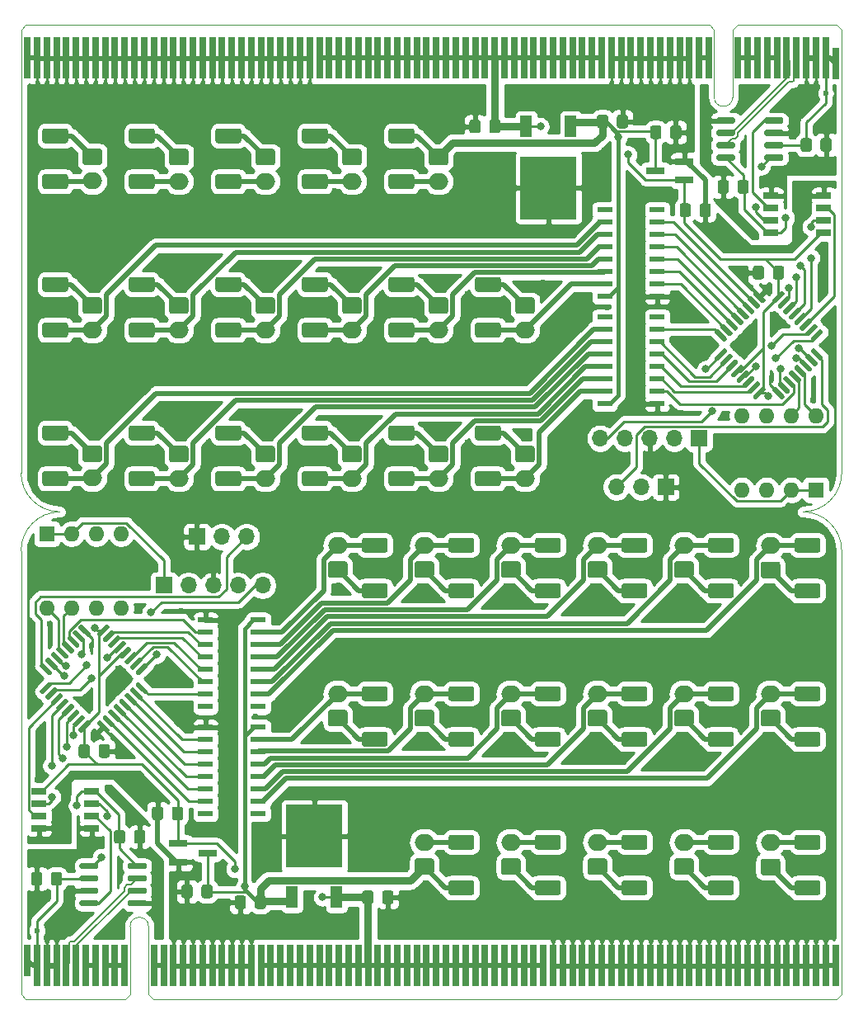
<source format=gbl>
%TF.GenerationSoftware,KiCad,Pcbnew,(5.1.6)-1*%
%TF.CreationDate,2020-06-21T16:44:56+09:00*%
%TF.ProjectId,Solenoid_Valve-fin,536f6c65-6e6f-4696-945f-56616c76652d,rev?*%
%TF.SameCoordinates,Original*%
%TF.FileFunction,Copper,L2,Bot*%
%TF.FilePolarity,Positive*%
%FSLAX46Y46*%
G04 Gerber Fmt 4.6, Leading zero omitted, Abs format (unit mm)*
G04 Created by KiCad (PCBNEW (5.1.6)-1) date 2020-06-21 16:44:56*
%MOMM*%
%LPD*%
G01*
G04 APERTURE LIST*
%TA.AperFunction,Profile*%
%ADD10C,0.100000*%
%TD*%
%TA.AperFunction,EtchedComponent*%
%ADD11C,0.100000*%
%TD*%
%TA.AperFunction,SMDPad,CuDef*%
%ADD12R,1.550000X0.600000*%
%TD*%
%TA.AperFunction,ComponentPad*%
%ADD13O,2.000000X1.700000*%
%TD*%
%TA.AperFunction,SMDPad,CuDef*%
%ADD14R,1.200000X2.200000*%
%TD*%
%TA.AperFunction,SMDPad,CuDef*%
%ADD15R,5.800000X6.400000*%
%TD*%
%TA.AperFunction,ConnectorPad*%
%ADD16R,0.700000X4.300000*%
%TD*%
%TA.AperFunction,ConnectorPad*%
%ADD17R,0.700000X3.200000*%
%TD*%
%TA.AperFunction,SMDPad,CuDef*%
%ADD18R,1.525000X0.700000*%
%TD*%
%TA.AperFunction,ComponentPad*%
%ADD19R,1.700000X1.700000*%
%TD*%
%TA.AperFunction,ComponentPad*%
%ADD20O,1.700000X1.700000*%
%TD*%
%TA.AperFunction,ComponentPad*%
%ADD21R,1.600000X1.600000*%
%TD*%
%TA.AperFunction,ComponentPad*%
%ADD22O,1.600000X1.600000*%
%TD*%
%TA.AperFunction,SMDPad,CuDef*%
%ADD23R,1.900000X0.800000*%
%TD*%
%TA.AperFunction,ViaPad*%
%ADD24C,0.600000*%
%TD*%
%TA.AperFunction,ViaPad*%
%ADD25C,0.800000*%
%TD*%
%TA.AperFunction,Conductor*%
%ADD26C,0.500000*%
%TD*%
%TA.AperFunction,Conductor*%
%ADD27C,0.250000*%
%TD*%
%TA.AperFunction,Conductor*%
%ADD28C,0.800000*%
%TD*%
%TA.AperFunction,Conductor*%
%ADD29C,0.400000*%
%TD*%
%TA.AperFunction,Conductor*%
%ADD30C,0.200000*%
%TD*%
%TA.AperFunction,Conductor*%
%ADD31C,0.254000*%
%TD*%
%ADD32C,0.300000*%
%ADD33C,0.350000*%
G04 APERTURE END LIST*
D10*
X204650000Y-37850000D02*
X204650000Y-75450000D01*
X204650000Y-75450000D02*
G75*
G02*
X200650000Y-79450000I-4000000J0D01*
G01*
X124350000Y-79450000D02*
G75*
G02*
X120350000Y-75450000I0J4000000D01*
G01*
X120350000Y-37850000D02*
X120350000Y-75450000D01*
X200650000Y-79450000D02*
G75*
G02*
X204650000Y-83450000I0J-4000000D01*
G01*
X120350000Y-83450000D02*
G75*
G02*
X124350000Y-79450000I4000000J0D01*
G01*
X204650000Y-121050000D02*
X204650000Y-83450000D01*
X120350000Y-121050000D02*
X120350000Y-83450000D01*
D11*
%TO.C,J20*%
X193450000Y-36900000D02*
X193450000Y-29950000D01*
X191550000Y-36900000D02*
X191550000Y-29950000D01*
X204650000Y-37850000D02*
X204650000Y-29950000D01*
X204150000Y-29450000D02*
X193950000Y-29450000D01*
X120350000Y-37850000D02*
X120350000Y-29950000D01*
X191050000Y-29450000D02*
X120850000Y-29450000D01*
X204650000Y-29950000D02*
X204150000Y-29450000D01*
X193450000Y-29950000D02*
X193950000Y-29450000D01*
X191550000Y-29950000D02*
X191050000Y-29450000D01*
X120350000Y-29950000D02*
X120850000Y-29450000D01*
X193450000Y-36900000D02*
G75*
G02*
X191550000Y-36900000I-950000J0D01*
G01*
X204650000Y-128950000D02*
X204150000Y-129450000D01*
X133450000Y-128950000D02*
X133950000Y-129450000D01*
X131550000Y-128950000D02*
X131050000Y-129450000D01*
X120350000Y-128950000D02*
X120850000Y-129450000D01*
X133950000Y-129450000D02*
X204150000Y-129450000D01*
X204650000Y-121050000D02*
X204650000Y-128950000D01*
X120850000Y-129450000D02*
X131050000Y-129450000D01*
X120350000Y-121050000D02*
X120350000Y-128950000D01*
X133450000Y-122000000D02*
X133450000Y-128950000D01*
X131550000Y-122000000D02*
X131550000Y-128950000D01*
X131550000Y-122000000D02*
G75*
G02*
X133450000Y-122000000I950000J0D01*
G01*
%TD*%
%TO.P,D2,1*%
%TO.N,+12V*%
%TA.AperFunction,SMDPad,CuDef*%
G36*
G01*
X140564999Y-55352500D02*
X142715001Y-55352500D01*
G75*
G02*
X142965000Y-55602499I0J-249999D01*
G01*
X142965000Y-56627501D01*
G75*
G02*
X142715001Y-56877500I-249999J0D01*
G01*
X140564999Y-56877500D01*
G75*
G02*
X140315000Y-56627501I0J249999D01*
G01*
X140315000Y-55602499D01*
G75*
G02*
X140564999Y-55352500I249999J0D01*
G01*
G37*
%TD.AperFunction*%
%TO.P,D2,2*%
%TO.N,Solenoid_B4*%
%TA.AperFunction,SMDPad,CuDef*%
G36*
G01*
X140564999Y-60027500D02*
X142715001Y-60027500D01*
G75*
G02*
X142965000Y-60277499I0J-249999D01*
G01*
X142965000Y-61302501D01*
G75*
G02*
X142715001Y-61552500I-249999J0D01*
G01*
X140564999Y-61552500D01*
G75*
G02*
X140315000Y-61302501I0J249999D01*
G01*
X140315000Y-60277499D01*
G75*
G02*
X140564999Y-60027500I249999J0D01*
G01*
G37*
%TD.AperFunction*%
%TD*%
%TO.P,D5,1*%
%TO.N,+12V*%
%TA.AperFunction,SMDPad,CuDef*%
G36*
G01*
X149454999Y-55352500D02*
X151605001Y-55352500D01*
G75*
G02*
X151855000Y-55602499I0J-249999D01*
G01*
X151855000Y-56627501D01*
G75*
G02*
X151605001Y-56877500I-249999J0D01*
G01*
X149454999Y-56877500D01*
G75*
G02*
X149205000Y-56627501I0J249999D01*
G01*
X149205000Y-55602499D01*
G75*
G02*
X149454999Y-55352500I249999J0D01*
G01*
G37*
%TD.AperFunction*%
%TO.P,D5,2*%
%TO.N,Solenoid_B3*%
%TA.AperFunction,SMDPad,CuDef*%
G36*
G01*
X149454999Y-60027500D02*
X151605001Y-60027500D01*
G75*
G02*
X151855000Y-60277499I0J-249999D01*
G01*
X151855000Y-61302501D01*
G75*
G02*
X151605001Y-61552500I-249999J0D01*
G01*
X149454999Y-61552500D01*
G75*
G02*
X149205000Y-61302501I0J249999D01*
G01*
X149205000Y-60277499D01*
G75*
G02*
X149454999Y-60027500I249999J0D01*
G01*
G37*
%TD.AperFunction*%
%TD*%
%TO.P,C6,2*%
%TO.N,+5V*%
%TA.AperFunction,SMDPad,CuDef*%
G36*
G01*
X201575000Y-41349999D02*
X201575000Y-42250001D01*
G75*
G02*
X201325001Y-42500000I-249999J0D01*
G01*
X200674999Y-42500000D01*
G75*
G02*
X200425000Y-42250001I0J249999D01*
G01*
X200425000Y-41349999D01*
G75*
G02*
X200674999Y-41100000I249999J0D01*
G01*
X201325001Y-41100000D01*
G75*
G02*
X201575000Y-41349999I0J-249999D01*
G01*
G37*
%TD.AperFunction*%
%TO.P,C6,1*%
%TO.N,GND*%
%TA.AperFunction,SMDPad,CuDef*%
G36*
G01*
X203625000Y-41349999D02*
X203625000Y-42250001D01*
G75*
G02*
X203375001Y-42500000I-249999J0D01*
G01*
X202724999Y-42500000D01*
G75*
G02*
X202475000Y-42250001I0J249999D01*
G01*
X202475000Y-41349999D01*
G75*
G02*
X202724999Y-41100000I249999J0D01*
G01*
X203375001Y-41100000D01*
G75*
G02*
X203625000Y-41349999I0J-249999D01*
G01*
G37*
%TD.AperFunction*%
%TD*%
%TO.P,C9,2*%
%TO.N,+3V3*%
%TA.AperFunction,SMDPad,CuDef*%
G36*
G01*
X193950000Y-46550001D02*
X193950000Y-45649999D01*
G75*
G02*
X194199999Y-45400000I249999J0D01*
G01*
X194850001Y-45400000D01*
G75*
G02*
X195100000Y-45649999I0J-249999D01*
G01*
X195100000Y-46550001D01*
G75*
G02*
X194850001Y-46800000I-249999J0D01*
G01*
X194199999Y-46800000D01*
G75*
G02*
X193950000Y-46550001I0J249999D01*
G01*
G37*
%TD.AperFunction*%
%TO.P,C9,1*%
%TO.N,GND*%
%TA.AperFunction,SMDPad,CuDef*%
G36*
G01*
X191900000Y-46550001D02*
X191900000Y-45649999D01*
G75*
G02*
X192149999Y-45400000I249999J0D01*
G01*
X192800001Y-45400000D01*
G75*
G02*
X193050000Y-45649999I0J-249999D01*
G01*
X193050000Y-46550001D01*
G75*
G02*
X192800001Y-46800000I-249999J0D01*
G01*
X192149999Y-46800000D01*
G75*
G02*
X191900000Y-46550001I0J249999D01*
G01*
G37*
%TD.AperFunction*%
%TD*%
%TO.P,C7,1*%
%TO.N,+12V*%
%TA.AperFunction,SMDPad,CuDef*%
G36*
G01*
X184975000Y-40950001D02*
X184975000Y-40049999D01*
G75*
G02*
X185224999Y-39800000I249999J0D01*
G01*
X185875001Y-39800000D01*
G75*
G02*
X186125000Y-40049999I0J-249999D01*
G01*
X186125000Y-40950001D01*
G75*
G02*
X185875001Y-41200000I-249999J0D01*
G01*
X185224999Y-41200000D01*
G75*
G02*
X184975000Y-40950001I0J249999D01*
G01*
G37*
%TD.AperFunction*%
%TO.P,C7,2*%
%TO.N,GNDPWR*%
%TA.AperFunction,SMDPad,CuDef*%
G36*
G01*
X187025000Y-40950001D02*
X187025000Y-40049999D01*
G75*
G02*
X187274999Y-39800000I249999J0D01*
G01*
X187925001Y-39800000D01*
G75*
G02*
X188175000Y-40049999I0J-249999D01*
G01*
X188175000Y-40950001D01*
G75*
G02*
X187925001Y-41200000I-249999J0D01*
G01*
X187274999Y-41200000D01*
G75*
G02*
X187025000Y-40950001I0J249999D01*
G01*
G37*
%TD.AperFunction*%
%TD*%
%TO.P,D18,1*%
%TO.N,+12V*%
%TA.AperFunction,SMDPad,CuDef*%
G36*
G01*
X149454999Y-40112500D02*
X151605001Y-40112500D01*
G75*
G02*
X151855000Y-40362499I0J-249999D01*
G01*
X151855000Y-41387501D01*
G75*
G02*
X151605001Y-41637500I-249999J0D01*
G01*
X149454999Y-41637500D01*
G75*
G02*
X149205000Y-41387501I0J249999D01*
G01*
X149205000Y-40362499D01*
G75*
G02*
X149454999Y-40112500I249999J0D01*
G01*
G37*
%TD.AperFunction*%
%TO.P,D18,2*%
%TO.N,Solenoid_C2*%
%TA.AperFunction,SMDPad,CuDef*%
G36*
G01*
X149454999Y-44787500D02*
X151605001Y-44787500D01*
G75*
G02*
X151855000Y-45037499I0J-249999D01*
G01*
X151855000Y-46062501D01*
G75*
G02*
X151605001Y-46312500I-249999J0D01*
G01*
X149454999Y-46312500D01*
G75*
G02*
X149205000Y-46062501I0J249999D01*
G01*
X149205000Y-45037499D01*
G75*
G02*
X149454999Y-44787500I249999J0D01*
G01*
G37*
%TD.AperFunction*%
%TD*%
%TO.P,C1,1*%
%TO.N,GNDPWR*%
%TA.AperFunction,SMDPad,CuDef*%
G36*
G01*
X195525000Y-55350001D02*
X195525000Y-54449999D01*
G75*
G02*
X195774999Y-54200000I249999J0D01*
G01*
X196425001Y-54200000D01*
G75*
G02*
X196675000Y-54449999I0J-249999D01*
G01*
X196675000Y-55350001D01*
G75*
G02*
X196425001Y-55600000I-249999J0D01*
G01*
X195774999Y-55600000D01*
G75*
G02*
X195525000Y-55350001I0J249999D01*
G01*
G37*
%TD.AperFunction*%
%TO.P,C1,2*%
%TO.N,3.3V*%
%TA.AperFunction,SMDPad,CuDef*%
G36*
G01*
X197575000Y-55350001D02*
X197575000Y-54449999D01*
G75*
G02*
X197824999Y-54200000I249999J0D01*
G01*
X198475001Y-54200000D01*
G75*
G02*
X198725000Y-54449999I0J-249999D01*
G01*
X198725000Y-55350001D01*
G75*
G02*
X198475001Y-55600000I-249999J0D01*
G01*
X197824999Y-55600000D01*
G75*
G02*
X197575000Y-55350001I0J249999D01*
G01*
G37*
%TD.AperFunction*%
%TD*%
%TO.P,C8,1*%
%TO.N,3.3V*%
%TA.AperFunction,SMDPad,CuDef*%
G36*
G01*
X188000000Y-48950001D02*
X188000000Y-48049999D01*
G75*
G02*
X188249999Y-47800000I249999J0D01*
G01*
X188900001Y-47800000D01*
G75*
G02*
X189150000Y-48049999I0J-249999D01*
G01*
X189150000Y-48950001D01*
G75*
G02*
X188900001Y-49200000I-249999J0D01*
G01*
X188249999Y-49200000D01*
G75*
G02*
X188000000Y-48950001I0J249999D01*
G01*
G37*
%TD.AperFunction*%
%TO.P,C8,2*%
%TO.N,GNDPWR*%
%TA.AperFunction,SMDPad,CuDef*%
G36*
G01*
X190050000Y-48950001D02*
X190050000Y-48049999D01*
G75*
G02*
X190299999Y-47800000I249999J0D01*
G01*
X190950001Y-47800000D01*
G75*
G02*
X191200000Y-48049999I0J-249999D01*
G01*
X191200000Y-48950001D01*
G75*
G02*
X190950001Y-49200000I-249999J0D01*
G01*
X190299999Y-49200000D01*
G75*
G02*
X190050000Y-48950001I0J249999D01*
G01*
G37*
%TD.AperFunction*%
%TD*%
%TO.P,D14,1*%
%TO.N,+12V*%
%TA.AperFunction,SMDPad,CuDef*%
G36*
G01*
X140564999Y-40112500D02*
X142715001Y-40112500D01*
G75*
G02*
X142965000Y-40362499I0J-249999D01*
G01*
X142965000Y-41387501D01*
G75*
G02*
X142715001Y-41637500I-249999J0D01*
G01*
X140564999Y-41637500D01*
G75*
G02*
X140315000Y-41387501I0J249999D01*
G01*
X140315000Y-40362499D01*
G75*
G02*
X140564999Y-40112500I249999J0D01*
G01*
G37*
%TD.AperFunction*%
%TO.P,D14,2*%
%TO.N,Solenoid_C3*%
%TA.AperFunction,SMDPad,CuDef*%
G36*
G01*
X140564999Y-44787500D02*
X142715001Y-44787500D01*
G75*
G02*
X142965000Y-45037499I0J-249999D01*
G01*
X142965000Y-46062501D01*
G75*
G02*
X142715001Y-46312500I-249999J0D01*
G01*
X140564999Y-46312500D01*
G75*
G02*
X140315000Y-46062501I0J249999D01*
G01*
X140315000Y-45037499D01*
G75*
G02*
X140564999Y-44787500I249999J0D01*
G01*
G37*
%TD.AperFunction*%
%TD*%
%TO.P,D16,1*%
%TO.N,+12V*%
%TA.AperFunction,SMDPad,CuDef*%
G36*
G01*
X158344999Y-40112500D02*
X160495001Y-40112500D01*
G75*
G02*
X160745000Y-40362499I0J-249999D01*
G01*
X160745000Y-41387501D01*
G75*
G02*
X160495001Y-41637500I-249999J0D01*
G01*
X158344999Y-41637500D01*
G75*
G02*
X158095000Y-41387501I0J249999D01*
G01*
X158095000Y-40362499D01*
G75*
G02*
X158344999Y-40112500I249999J0D01*
G01*
G37*
%TD.AperFunction*%
%TO.P,D16,2*%
%TO.N,Solenoid_C1*%
%TA.AperFunction,SMDPad,CuDef*%
G36*
G01*
X158344999Y-44787500D02*
X160495001Y-44787500D01*
G75*
G02*
X160745000Y-45037499I0J-249999D01*
G01*
X160745000Y-46062501D01*
G75*
G02*
X160495001Y-46312500I-249999J0D01*
G01*
X158344999Y-46312500D01*
G75*
G02*
X158095000Y-46062501I0J249999D01*
G01*
X158095000Y-45037499D01*
G75*
G02*
X158344999Y-44787500I249999J0D01*
G01*
G37*
%TD.AperFunction*%
%TD*%
%TO.P,D3,1*%
%TO.N,+12V*%
%TA.AperFunction,SMDPad,CuDef*%
G36*
G01*
X158344999Y-55352500D02*
X160495001Y-55352500D01*
G75*
G02*
X160745000Y-55602499I0J-249999D01*
G01*
X160745000Y-56627501D01*
G75*
G02*
X160495001Y-56877500I-249999J0D01*
G01*
X158344999Y-56877500D01*
G75*
G02*
X158095000Y-56627501I0J249999D01*
G01*
X158095000Y-55602499D01*
G75*
G02*
X158344999Y-55352500I249999J0D01*
G01*
G37*
%TD.AperFunction*%
%TO.P,D3,2*%
%TO.N,Solenoid_B2*%
%TA.AperFunction,SMDPad,CuDef*%
G36*
G01*
X158344999Y-60027500D02*
X160495001Y-60027500D01*
G75*
G02*
X160745000Y-60277499I0J-249999D01*
G01*
X160745000Y-61302501D01*
G75*
G02*
X160495001Y-61552500I-249999J0D01*
G01*
X158344999Y-61552500D01*
G75*
G02*
X158095000Y-61302501I0J249999D01*
G01*
X158095000Y-60277499D01*
G75*
G02*
X158344999Y-60027500I249999J0D01*
G01*
G37*
%TD.AperFunction*%
%TD*%
%TO.P,D9,1*%
%TO.N,+12V*%
%TA.AperFunction,SMDPad,CuDef*%
G36*
G01*
X122784999Y-70592500D02*
X124935001Y-70592500D01*
G75*
G02*
X125185000Y-70842499I0J-249999D01*
G01*
X125185000Y-71867501D01*
G75*
G02*
X124935001Y-72117500I-249999J0D01*
G01*
X122784999Y-72117500D01*
G75*
G02*
X122535000Y-71867501I0J249999D01*
G01*
X122535000Y-70842499D01*
G75*
G02*
X122784999Y-70592500I249999J0D01*
G01*
G37*
%TD.AperFunction*%
%TO.P,D9,2*%
%TO.N,Solenoid_A6*%
%TA.AperFunction,SMDPad,CuDef*%
G36*
G01*
X122784999Y-75267500D02*
X124935001Y-75267500D01*
G75*
G02*
X125185000Y-75517499I0J-249999D01*
G01*
X125185000Y-76542501D01*
G75*
G02*
X124935001Y-76792500I-249999J0D01*
G01*
X122784999Y-76792500D01*
G75*
G02*
X122535000Y-76542501I0J249999D01*
G01*
X122535000Y-75517499D01*
G75*
G02*
X122784999Y-75267500I249999J0D01*
G01*
G37*
%TD.AperFunction*%
%TD*%
%TO.P,C3,1*%
%TO.N,+12V*%
%TA.AperFunction,SMDPad,CuDef*%
G36*
G01*
X179500000Y-39850001D02*
X179500000Y-38949999D01*
G75*
G02*
X179749999Y-38700000I249999J0D01*
G01*
X180400001Y-38700000D01*
G75*
G02*
X180650000Y-38949999I0J-249999D01*
G01*
X180650000Y-39850001D01*
G75*
G02*
X180400001Y-40100000I-249999J0D01*
G01*
X179749999Y-40100000D01*
G75*
G02*
X179500000Y-39850001I0J249999D01*
G01*
G37*
%TD.AperFunction*%
%TO.P,C3,2*%
%TO.N,GNDPWR*%
%TA.AperFunction,SMDPad,CuDef*%
G36*
G01*
X181550000Y-39850001D02*
X181550000Y-38949999D01*
G75*
G02*
X181799999Y-38700000I249999J0D01*
G01*
X182450001Y-38700000D01*
G75*
G02*
X182700000Y-38949999I0J-249999D01*
G01*
X182700000Y-39850001D01*
G75*
G02*
X182450001Y-40100000I-249999J0D01*
G01*
X181799999Y-40100000D01*
G75*
G02*
X181550000Y-39850001I0J249999D01*
G01*
G37*
%TD.AperFunction*%
%TD*%
%TO.P,D1,1*%
%TO.N,+12V*%
%TA.AperFunction,SMDPad,CuDef*%
G36*
G01*
X167234999Y-55352500D02*
X169385001Y-55352500D01*
G75*
G02*
X169635000Y-55602499I0J-249999D01*
G01*
X169635000Y-56627501D01*
G75*
G02*
X169385001Y-56877500I-249999J0D01*
G01*
X167234999Y-56877500D01*
G75*
G02*
X166985000Y-56627501I0J249999D01*
G01*
X166985000Y-55602499D01*
G75*
G02*
X167234999Y-55352500I249999J0D01*
G01*
G37*
%TD.AperFunction*%
%TO.P,D1,2*%
%TO.N,Solenoid_B1*%
%TA.AperFunction,SMDPad,CuDef*%
G36*
G01*
X167234999Y-60027500D02*
X169385001Y-60027500D01*
G75*
G02*
X169635000Y-60277499I0J-249999D01*
G01*
X169635000Y-61302501D01*
G75*
G02*
X169385001Y-61552500I-249999J0D01*
G01*
X167234999Y-61552500D01*
G75*
G02*
X166985000Y-61302501I0J249999D01*
G01*
X166985000Y-60277499D01*
G75*
G02*
X167234999Y-60027500I249999J0D01*
G01*
G37*
%TD.AperFunction*%
%TD*%
%TO.P,D17,1*%
%TO.N,+12V*%
%TA.AperFunction,SMDPad,CuDef*%
G36*
G01*
X122784999Y-40112500D02*
X124935001Y-40112500D01*
G75*
G02*
X125185000Y-40362499I0J-249999D01*
G01*
X125185000Y-41387501D01*
G75*
G02*
X124935001Y-41637500I-249999J0D01*
G01*
X122784999Y-41637500D01*
G75*
G02*
X122535000Y-41387501I0J249999D01*
G01*
X122535000Y-40362499D01*
G75*
G02*
X122784999Y-40112500I249999J0D01*
G01*
G37*
%TD.AperFunction*%
%TO.P,D17,2*%
%TO.N,Solenoid_C5*%
%TA.AperFunction,SMDPad,CuDef*%
G36*
G01*
X122784999Y-44787500D02*
X124935001Y-44787500D01*
G75*
G02*
X125185000Y-45037499I0J-249999D01*
G01*
X125185000Y-46062501D01*
G75*
G02*
X124935001Y-46312500I-249999J0D01*
G01*
X122784999Y-46312500D01*
G75*
G02*
X122535000Y-46062501I0J249999D01*
G01*
X122535000Y-45037499D01*
G75*
G02*
X122784999Y-44787500I249999J0D01*
G01*
G37*
%TD.AperFunction*%
%TD*%
%TO.P,D12,1*%
%TO.N,+12V*%
%TA.AperFunction,SMDPad,CuDef*%
G36*
G01*
X131674999Y-70592500D02*
X133825001Y-70592500D01*
G75*
G02*
X134075000Y-70842499I0J-249999D01*
G01*
X134075000Y-71867501D01*
G75*
G02*
X133825001Y-72117500I-249999J0D01*
G01*
X131674999Y-72117500D01*
G75*
G02*
X131425000Y-71867501I0J249999D01*
G01*
X131425000Y-70842499D01*
G75*
G02*
X131674999Y-70592500I249999J0D01*
G01*
G37*
%TD.AperFunction*%
%TO.P,D12,2*%
%TO.N,Solenoid_A5*%
%TA.AperFunction,SMDPad,CuDef*%
G36*
G01*
X131674999Y-75267500D02*
X133825001Y-75267500D01*
G75*
G02*
X134075000Y-75517499I0J-249999D01*
G01*
X134075000Y-76542501D01*
G75*
G02*
X133825001Y-76792500I-249999J0D01*
G01*
X131674999Y-76792500D01*
G75*
G02*
X131425000Y-76542501I0J249999D01*
G01*
X131425000Y-75517499D01*
G75*
G02*
X131674999Y-75267500I249999J0D01*
G01*
G37*
%TD.AperFunction*%
%TD*%
D12*
%TO.P,Q2,1*%
%TO.N,Net-(Q2-Pad1)*%
X185700000Y-48455000D03*
%TO.P,Q2,2*%
%TO.N,IC_B6*%
X185700000Y-49725000D03*
%TO.P,Q2,3*%
%TO.N,IC_B5*%
X185700000Y-50995000D03*
%TO.P,Q2,4*%
%TO.N,IC_B4*%
X185700000Y-52265000D03*
%TO.P,Q2,5*%
%TO.N,IC_B3*%
X185700000Y-53535000D03*
%TO.P,Q2,6*%
%TO.N,IC_B2*%
X185700000Y-54805000D03*
%TO.P,Q2,7*%
%TO.N,IC_B1*%
X185700000Y-56075000D03*
%TO.P,Q2,8*%
%TO.N,GNDPWR*%
X185700000Y-57345000D03*
%TO.P,Q2,9*%
%TO.N,+12V*%
X180300000Y-57345000D03*
%TO.P,Q2,10*%
%TO.N,Solenoid_B1*%
X180300000Y-56075000D03*
%TO.P,Q2,11*%
%TO.N,Solenoid_B2*%
X180300000Y-54805000D03*
%TO.P,Q2,12*%
%TO.N,Solenoid_B3*%
X180300000Y-53535000D03*
%TO.P,Q2,13*%
%TO.N,Solenoid_B4*%
X180300000Y-52265000D03*
%TO.P,Q2,14*%
%TO.N,Solenoid_B5*%
X180300000Y-50995000D03*
%TO.P,Q2,15*%
%TO.N,Solenoid_B6*%
X180300000Y-49725000D03*
%TO.P,Q2,16*%
%TO.N,Net-(Q2-Pad16)*%
X180300000Y-48455000D03*
%TD*%
%TO.P,J14,1*%
%TO.N,+12V*%
%TA.AperFunction,ComponentPad*%
G36*
G01*
X162480000Y-72680000D02*
X163980000Y-72680000D01*
G75*
G02*
X164230000Y-72930000I0J-250000D01*
G01*
X164230000Y-74130000D01*
G75*
G02*
X163980000Y-74380000I-250000J0D01*
G01*
X162480000Y-74380000D01*
G75*
G02*
X162230000Y-74130000I0J250000D01*
G01*
X162230000Y-72930000D01*
G75*
G02*
X162480000Y-72680000I250000J0D01*
G01*
G37*
%TD.AperFunction*%
D13*
%TO.P,J14,2*%
%TO.N,Solenoid_A2*%
X163230000Y-76030000D03*
%TD*%
D14*
%TO.P,U1,1*%
%TO.N,VCC*%
X172245000Y-39900000D03*
%TO.P,U1,3*%
%TO.N,+12V*%
X176805000Y-39900000D03*
D15*
%TO.P,U1,2*%
%TO.N,GNDPWR*%
X174525000Y-46200000D03*
%TD*%
%TO.P,J6,1*%
%TO.N,+12V*%
%TA.AperFunction,ComponentPad*%
G36*
G01*
X153590000Y-57440000D02*
X155090000Y-57440000D01*
G75*
G02*
X155340000Y-57690000I0J-250000D01*
G01*
X155340000Y-58890000D01*
G75*
G02*
X155090000Y-59140000I-250000J0D01*
G01*
X153590000Y-59140000D01*
G75*
G02*
X153340000Y-58890000I0J250000D01*
G01*
X153340000Y-57690000D01*
G75*
G02*
X153590000Y-57440000I250000J0D01*
G01*
G37*
%TD.AperFunction*%
D13*
%TO.P,J6,2*%
%TO.N,Solenoid_B3*%
X154340000Y-60790000D03*
%TD*%
%TO.P,J3,1*%
%TO.N,+12V*%
%TA.AperFunction,ComponentPad*%
G36*
G01*
X162480000Y-57440000D02*
X163980000Y-57440000D01*
G75*
G02*
X164230000Y-57690000I0J-250000D01*
G01*
X164230000Y-58890000D01*
G75*
G02*
X163980000Y-59140000I-250000J0D01*
G01*
X162480000Y-59140000D01*
G75*
G02*
X162230000Y-58890000I0J250000D01*
G01*
X162230000Y-57690000D01*
G75*
G02*
X162480000Y-57440000I250000J0D01*
G01*
G37*
%TD.AperFunction*%
%TO.P,J3,2*%
%TO.N,Solenoid_B2*%
X163230000Y-60790000D03*
%TD*%
%TO.P,J19,1*%
%TO.N,+12V*%
%TA.AperFunction,ComponentPad*%
G36*
G01*
X153590000Y-42200000D02*
X155090000Y-42200000D01*
G75*
G02*
X155340000Y-42450000I0J-250000D01*
G01*
X155340000Y-43650000D01*
G75*
G02*
X155090000Y-43900000I-250000J0D01*
G01*
X153590000Y-43900000D01*
G75*
G02*
X153340000Y-43650000I0J250000D01*
G01*
X153340000Y-42450000D01*
G75*
G02*
X153590000Y-42200000I250000J0D01*
G01*
G37*
%TD.AperFunction*%
%TO.P,J19,2*%
%TO.N,Solenoid_C2*%
X154340000Y-45550000D03*
%TD*%
%TO.P,J9,1*%
%TO.N,+12V*%
%TA.AperFunction,ComponentPad*%
G36*
G01*
X153590000Y-72680000D02*
X155090000Y-72680000D01*
G75*
G02*
X155340000Y-72930000I0J-250000D01*
G01*
X155340000Y-74130000D01*
G75*
G02*
X155090000Y-74380000I-250000J0D01*
G01*
X153590000Y-74380000D01*
G75*
G02*
X153340000Y-74130000I0J250000D01*
G01*
X153340000Y-72930000D01*
G75*
G02*
X153590000Y-72680000I250000J0D01*
G01*
G37*
%TD.AperFunction*%
%TO.P,J9,2*%
%TO.N,Solenoid_A3*%
X154340000Y-76030000D03*
%TD*%
%TO.P,U3,1*%
%TO.N,3.3V*%
%TA.AperFunction,SMDPad,CuDef*%
G36*
G01*
X195755114Y-67884404D02*
X195578338Y-67707627D01*
G75*
G02*
X195578338Y-67530851I88388J88388D01*
G01*
X196462221Y-66646968D01*
G75*
G02*
X196638997Y-66646968I88388J-88388D01*
G01*
X196815774Y-66823745D01*
G75*
G02*
X196815774Y-67000521I-88388J-88388D01*
G01*
X195931891Y-67884404D01*
G75*
G02*
X195755115Y-67884404I-88388J88388D01*
G01*
G37*
%TD.AperFunction*%
%TO.P,U3,2*%
%TO.N,IC_A2*%
%TA.AperFunction,SMDPad,CuDef*%
G36*
G01*
X195189429Y-67318718D02*
X195012653Y-67141941D01*
G75*
G02*
X195012653Y-66965165I88388J88388D01*
G01*
X195896536Y-66081282D01*
G75*
G02*
X196073312Y-66081282I88388J-88388D01*
G01*
X196250089Y-66258059D01*
G75*
G02*
X196250089Y-66434835I-88388J-88388D01*
G01*
X195366206Y-67318718D01*
G75*
G02*
X195189430Y-67318718I-88388J88388D01*
G01*
G37*
%TD.AperFunction*%
%TO.P,U3,3*%
%TO.N,IC_A3*%
%TA.AperFunction,SMDPad,CuDef*%
G36*
G01*
X194623743Y-66753033D02*
X194446967Y-66576256D01*
G75*
G02*
X194446967Y-66399480I88388J88388D01*
G01*
X195330850Y-65515597D01*
G75*
G02*
X195507626Y-65515597I88388J-88388D01*
G01*
X195684403Y-65692374D01*
G75*
G02*
X195684403Y-65869150I-88388J-88388D01*
G01*
X194800520Y-66753033D01*
G75*
G02*
X194623744Y-66753033I-88388J88388D01*
G01*
G37*
%TD.AperFunction*%
%TO.P,U3,4*%
%TO.N,NRST*%
%TA.AperFunction,SMDPad,CuDef*%
G36*
G01*
X194058058Y-66187348D02*
X193881282Y-66010571D01*
G75*
G02*
X193881282Y-65833795I88388J88388D01*
G01*
X194765165Y-64949912D01*
G75*
G02*
X194941941Y-64949912I88388J-88388D01*
G01*
X195118718Y-65126689D01*
G75*
G02*
X195118718Y-65303465I-88388J-88388D01*
G01*
X194234835Y-66187348D01*
G75*
G02*
X194058059Y-66187348I-88388J88388D01*
G01*
G37*
%TD.AperFunction*%
%TO.P,U3,5*%
%TO.N,3.3V*%
%TA.AperFunction,SMDPad,CuDef*%
G36*
G01*
X193492372Y-65621662D02*
X193315596Y-65444885D01*
G75*
G02*
X193315596Y-65268109I88388J88388D01*
G01*
X194199479Y-64384226D01*
G75*
G02*
X194376255Y-64384226I88388J-88388D01*
G01*
X194553032Y-64561003D01*
G75*
G02*
X194553032Y-64737779I-88388J-88388D01*
G01*
X193669149Y-65621662D01*
G75*
G02*
X193492373Y-65621662I-88388J88388D01*
G01*
G37*
%TD.AperFunction*%
%TO.P,U3,6*%
%TO.N,IC_A4*%
%TA.AperFunction,SMDPad,CuDef*%
G36*
G01*
X192926687Y-65055977D02*
X192749911Y-64879200D01*
G75*
G02*
X192749911Y-64702424I88388J88388D01*
G01*
X193633794Y-63818541D01*
G75*
G02*
X193810570Y-63818541I88388J-88388D01*
G01*
X193987347Y-63995318D01*
G75*
G02*
X193987347Y-64172094I-88388J-88388D01*
G01*
X193103464Y-65055977D01*
G75*
G02*
X192926688Y-65055977I-88388J88388D01*
G01*
G37*
%TD.AperFunction*%
%TO.P,U3,7*%
%TO.N,IC_A5*%
%TA.AperFunction,SMDPad,CuDef*%
G36*
G01*
X192361002Y-64490291D02*
X192184226Y-64313514D01*
G75*
G02*
X192184226Y-64136738I88388J88388D01*
G01*
X193068109Y-63252855D01*
G75*
G02*
X193244885Y-63252855I88388J-88388D01*
G01*
X193421662Y-63429632D01*
G75*
G02*
X193421662Y-63606408I-88388J-88388D01*
G01*
X192537779Y-64490291D01*
G75*
G02*
X192361003Y-64490291I-88388J88388D01*
G01*
G37*
%TD.AperFunction*%
%TO.P,U3,8*%
%TO.N,VCP_TX*%
%TA.AperFunction,SMDPad,CuDef*%
G36*
G01*
X191795316Y-63924606D02*
X191618540Y-63747829D01*
G75*
G02*
X191618540Y-63571053I88388J88388D01*
G01*
X192502423Y-62687170D01*
G75*
G02*
X192679199Y-62687170I88388J-88388D01*
G01*
X192855976Y-62863947D01*
G75*
G02*
X192855976Y-63040723I-88388J-88388D01*
G01*
X191972093Y-63924606D01*
G75*
G02*
X191795317Y-63924606I-88388J88388D01*
G01*
G37*
%TD.AperFunction*%
%TO.P,U3,9*%
%TO.N,IC_A6*%
%TA.AperFunction,SMDPad,CuDef*%
G36*
G01*
X192502423Y-61980062D02*
X191618540Y-61096179D01*
G75*
G02*
X191618540Y-60919403I88388J88388D01*
G01*
X191795317Y-60742626D01*
G75*
G02*
X191972093Y-60742626I88388J-88388D01*
G01*
X192855976Y-61626509D01*
G75*
G02*
X192855976Y-61803285I-88388J-88388D01*
G01*
X192679199Y-61980062D01*
G75*
G02*
X192502423Y-61980062I-88388J88388D01*
G01*
G37*
%TD.AperFunction*%
%TO.P,U3,10*%
%TO.N,IC_B1*%
%TA.AperFunction,SMDPad,CuDef*%
G36*
G01*
X193068109Y-61414377D02*
X192184226Y-60530494D01*
G75*
G02*
X192184226Y-60353718I88388J88388D01*
G01*
X192361003Y-60176941D01*
G75*
G02*
X192537779Y-60176941I88388J-88388D01*
G01*
X193421662Y-61060824D01*
G75*
G02*
X193421662Y-61237600I-88388J-88388D01*
G01*
X193244885Y-61414377D01*
G75*
G02*
X193068109Y-61414377I-88388J88388D01*
G01*
G37*
%TD.AperFunction*%
%TO.P,U3,11*%
%TO.N,IC_B2*%
%TA.AperFunction,SMDPad,CuDef*%
G36*
G01*
X193633794Y-60848691D02*
X192749911Y-59964808D01*
G75*
G02*
X192749911Y-59788032I88388J88388D01*
G01*
X192926688Y-59611255D01*
G75*
G02*
X193103464Y-59611255I88388J-88388D01*
G01*
X193987347Y-60495138D01*
G75*
G02*
X193987347Y-60671914I-88388J-88388D01*
G01*
X193810570Y-60848691D01*
G75*
G02*
X193633794Y-60848691I-88388J88388D01*
G01*
G37*
%TD.AperFunction*%
%TO.P,U3,12*%
%TO.N,IC_B3*%
%TA.AperFunction,SMDPad,CuDef*%
G36*
G01*
X194199479Y-60283006D02*
X193315596Y-59399123D01*
G75*
G02*
X193315596Y-59222347I88388J88388D01*
G01*
X193492373Y-59045570D01*
G75*
G02*
X193669149Y-59045570I88388J-88388D01*
G01*
X194553032Y-59929453D01*
G75*
G02*
X194553032Y-60106229I-88388J-88388D01*
G01*
X194376255Y-60283006D01*
G75*
G02*
X194199479Y-60283006I-88388J88388D01*
G01*
G37*
%TD.AperFunction*%
%TO.P,U3,13*%
%TO.N,IC_B4*%
%TA.AperFunction,SMDPad,CuDef*%
G36*
G01*
X194765165Y-59717320D02*
X193881282Y-58833437D01*
G75*
G02*
X193881282Y-58656661I88388J88388D01*
G01*
X194058059Y-58479884D01*
G75*
G02*
X194234835Y-58479884I88388J-88388D01*
G01*
X195118718Y-59363767D01*
G75*
G02*
X195118718Y-59540543I-88388J-88388D01*
G01*
X194941941Y-59717320D01*
G75*
G02*
X194765165Y-59717320I-88388J88388D01*
G01*
G37*
%TD.AperFunction*%
%TO.P,U3,14*%
%TO.N,IC_B5*%
%TA.AperFunction,SMDPad,CuDef*%
G36*
G01*
X195330850Y-59151635D02*
X194446967Y-58267752D01*
G75*
G02*
X194446967Y-58090976I88388J88388D01*
G01*
X194623744Y-57914199D01*
G75*
G02*
X194800520Y-57914199I88388J-88388D01*
G01*
X195684403Y-58798082D01*
G75*
G02*
X195684403Y-58974858I-88388J-88388D01*
G01*
X195507626Y-59151635D01*
G75*
G02*
X195330850Y-59151635I-88388J88388D01*
G01*
G37*
%TD.AperFunction*%
%TO.P,U3,15*%
%TO.N,IC_B6*%
%TA.AperFunction,SMDPad,CuDef*%
G36*
G01*
X195896536Y-58585950D02*
X195012653Y-57702067D01*
G75*
G02*
X195012653Y-57525291I88388J88388D01*
G01*
X195189430Y-57348514D01*
G75*
G02*
X195366206Y-57348514I88388J-88388D01*
G01*
X196250089Y-58232397D01*
G75*
G02*
X196250089Y-58409173I-88388J-88388D01*
G01*
X196073312Y-58585950D01*
G75*
G02*
X195896536Y-58585950I-88388J88388D01*
G01*
G37*
%TD.AperFunction*%
%TO.P,U3,16*%
%TO.N,GNDPWR*%
%TA.AperFunction,SMDPad,CuDef*%
G36*
G01*
X196462221Y-58020264D02*
X195578338Y-57136381D01*
G75*
G02*
X195578338Y-56959605I88388J88388D01*
G01*
X195755115Y-56782828D01*
G75*
G02*
X195931891Y-56782828I88388J-88388D01*
G01*
X196815774Y-57666711D01*
G75*
G02*
X196815774Y-57843487I-88388J-88388D01*
G01*
X196638997Y-58020264D01*
G75*
G02*
X196462221Y-58020264I-88388J88388D01*
G01*
G37*
%TD.AperFunction*%
%TO.P,U3,17*%
%TO.N,3.3V*%
%TA.AperFunction,SMDPad,CuDef*%
G36*
G01*
X197699658Y-58020264D02*
X197522882Y-57843487D01*
G75*
G02*
X197522882Y-57666711I88388J88388D01*
G01*
X198406765Y-56782828D01*
G75*
G02*
X198583541Y-56782828I88388J-88388D01*
G01*
X198760318Y-56959605D01*
G75*
G02*
X198760318Y-57136381I-88388J-88388D01*
G01*
X197876435Y-58020264D01*
G75*
G02*
X197699659Y-58020264I-88388J88388D01*
G01*
G37*
%TD.AperFunction*%
%TO.P,U3,18*%
%TO.N,IC_C3*%
%TA.AperFunction,SMDPad,CuDef*%
G36*
G01*
X198265343Y-58585950D02*
X198088567Y-58409173D01*
G75*
G02*
X198088567Y-58232397I88388J88388D01*
G01*
X198972450Y-57348514D01*
G75*
G02*
X199149226Y-57348514I88388J-88388D01*
G01*
X199326003Y-57525291D01*
G75*
G02*
X199326003Y-57702067I-88388J-88388D01*
G01*
X198442120Y-58585950D01*
G75*
G02*
X198265344Y-58585950I-88388J88388D01*
G01*
G37*
%TD.AperFunction*%
%TO.P,U3,19*%
%TO.N,IC_C2*%
%TA.AperFunction,SMDPad,CuDef*%
G36*
G01*
X198831029Y-59151635D02*
X198654253Y-58974858D01*
G75*
G02*
X198654253Y-58798082I88388J88388D01*
G01*
X199538136Y-57914199D01*
G75*
G02*
X199714912Y-57914199I88388J-88388D01*
G01*
X199891689Y-58090976D01*
G75*
G02*
X199891689Y-58267752I-88388J-88388D01*
G01*
X199007806Y-59151635D01*
G75*
G02*
X198831030Y-59151635I-88388J88388D01*
G01*
G37*
%TD.AperFunction*%
%TO.P,U3,20*%
%TO.N,IC_C1*%
%TA.AperFunction,SMDPad,CuDef*%
G36*
G01*
X199396714Y-59717320D02*
X199219938Y-59540543D01*
G75*
G02*
X199219938Y-59363767I88388J88388D01*
G01*
X200103821Y-58479884D01*
G75*
G02*
X200280597Y-58479884I88388J-88388D01*
G01*
X200457374Y-58656661D01*
G75*
G02*
X200457374Y-58833437I-88388J-88388D01*
G01*
X199573491Y-59717320D01*
G75*
G02*
X199396715Y-59717320I-88388J88388D01*
G01*
G37*
%TD.AperFunction*%
%TO.P,U3,21*%
%TO.N,CAN_RD*%
%TA.AperFunction,SMDPad,CuDef*%
G36*
G01*
X199962400Y-60283006D02*
X199785624Y-60106229D01*
G75*
G02*
X199785624Y-59929453I88388J88388D01*
G01*
X200669507Y-59045570D01*
G75*
G02*
X200846283Y-59045570I88388J-88388D01*
G01*
X201023060Y-59222347D01*
G75*
G02*
X201023060Y-59399123I-88388J-88388D01*
G01*
X200139177Y-60283006D01*
G75*
G02*
X199962401Y-60283006I-88388J88388D01*
G01*
G37*
%TD.AperFunction*%
%TO.P,U3,22*%
%TO.N,CAN_TD*%
%TA.AperFunction,SMDPad,CuDef*%
G36*
G01*
X200528085Y-60848691D02*
X200351309Y-60671914D01*
G75*
G02*
X200351309Y-60495138I88388J88388D01*
G01*
X201235192Y-59611255D01*
G75*
G02*
X201411968Y-59611255I88388J-88388D01*
G01*
X201588745Y-59788032D01*
G75*
G02*
X201588745Y-59964808I-88388J-88388D01*
G01*
X200704862Y-60848691D01*
G75*
G02*
X200528086Y-60848691I-88388J88388D01*
G01*
G37*
%TD.AperFunction*%
%TO.P,U3,23*%
%TO.N,/SWDIO*%
%TA.AperFunction,SMDPad,CuDef*%
G36*
G01*
X201093770Y-61414377D02*
X200916994Y-61237600D01*
G75*
G02*
X200916994Y-61060824I88388J88388D01*
G01*
X201800877Y-60176941D01*
G75*
G02*
X201977653Y-60176941I88388J-88388D01*
G01*
X202154430Y-60353718D01*
G75*
G02*
X202154430Y-60530494I-88388J-88388D01*
G01*
X201270547Y-61414377D01*
G75*
G02*
X201093771Y-61414377I-88388J88388D01*
G01*
G37*
%TD.AperFunction*%
%TO.P,U3,24*%
%TO.N,/SWCLK*%
%TA.AperFunction,SMDPad,CuDef*%
G36*
G01*
X201659456Y-61980062D02*
X201482680Y-61803285D01*
G75*
G02*
X201482680Y-61626509I88388J88388D01*
G01*
X202366563Y-60742626D01*
G75*
G02*
X202543339Y-60742626I88388J-88388D01*
G01*
X202720116Y-60919403D01*
G75*
G02*
X202720116Y-61096179I-88388J-88388D01*
G01*
X201836233Y-61980062D01*
G75*
G02*
X201659457Y-61980062I-88388J88388D01*
G01*
G37*
%TD.AperFunction*%
%TO.P,U3,25*%
%TO.N,VCP_RX*%
%TA.AperFunction,SMDPad,CuDef*%
G36*
G01*
X202366563Y-63924606D02*
X201482680Y-63040723D01*
G75*
G02*
X201482680Y-62863947I88388J88388D01*
G01*
X201659457Y-62687170D01*
G75*
G02*
X201836233Y-62687170I88388J-88388D01*
G01*
X202720116Y-63571053D01*
G75*
G02*
X202720116Y-63747829I-88388J-88388D01*
G01*
X202543339Y-63924606D01*
G75*
G02*
X202366563Y-63924606I-88388J88388D01*
G01*
G37*
%TD.AperFunction*%
%TO.P,U3,26*%
%TO.N,IC_C4*%
%TA.AperFunction,SMDPad,CuDef*%
G36*
G01*
X201800877Y-64490291D02*
X200916994Y-63606408D01*
G75*
G02*
X200916994Y-63429632I88388J88388D01*
G01*
X201093771Y-63252855D01*
G75*
G02*
X201270547Y-63252855I88388J-88388D01*
G01*
X202154430Y-64136738D01*
G75*
G02*
X202154430Y-64313514I-88388J-88388D01*
G01*
X201977653Y-64490291D01*
G75*
G02*
X201800877Y-64490291I-88388J88388D01*
G01*
G37*
%TD.AperFunction*%
%TO.P,U3,27*%
%TO.N,IC_C5*%
%TA.AperFunction,SMDPad,CuDef*%
G36*
G01*
X201235192Y-65055977D02*
X200351309Y-64172094D01*
G75*
G02*
X200351309Y-63995318I88388J88388D01*
G01*
X200528086Y-63818541D01*
G75*
G02*
X200704862Y-63818541I88388J-88388D01*
G01*
X201588745Y-64702424D01*
G75*
G02*
X201588745Y-64879200I-88388J-88388D01*
G01*
X201411968Y-65055977D01*
G75*
G02*
X201235192Y-65055977I-88388J88388D01*
G01*
G37*
%TD.AperFunction*%
%TO.P,U3,28*%
%TO.N,DIP_SW_1*%
%TA.AperFunction,SMDPad,CuDef*%
G36*
G01*
X200669507Y-65621662D02*
X199785624Y-64737779D01*
G75*
G02*
X199785624Y-64561003I88388J88388D01*
G01*
X199962401Y-64384226D01*
G75*
G02*
X200139177Y-64384226I88388J-88388D01*
G01*
X201023060Y-65268109D01*
G75*
G02*
X201023060Y-65444885I-88388J-88388D01*
G01*
X200846283Y-65621662D01*
G75*
G02*
X200669507Y-65621662I-88388J88388D01*
G01*
G37*
%TD.AperFunction*%
%TO.P,U3,29*%
%TO.N,DIP_SW_2*%
%TA.AperFunction,SMDPad,CuDef*%
G36*
G01*
X200103821Y-66187348D02*
X199219938Y-65303465D01*
G75*
G02*
X199219938Y-65126689I88388J88388D01*
G01*
X199396715Y-64949912D01*
G75*
G02*
X199573491Y-64949912I88388J-88388D01*
G01*
X200457374Y-65833795D01*
G75*
G02*
X200457374Y-66010571I-88388J-88388D01*
G01*
X200280597Y-66187348D01*
G75*
G02*
X200103821Y-66187348I-88388J88388D01*
G01*
G37*
%TD.AperFunction*%
%TO.P,U3,30*%
%TO.N,IC_A1*%
%TA.AperFunction,SMDPad,CuDef*%
G36*
G01*
X199538136Y-66753033D02*
X198654253Y-65869150D01*
G75*
G02*
X198654253Y-65692374I88388J88388D01*
G01*
X198831030Y-65515597D01*
G75*
G02*
X199007806Y-65515597I88388J-88388D01*
G01*
X199891689Y-66399480D01*
G75*
G02*
X199891689Y-66576256I-88388J-88388D01*
G01*
X199714912Y-66753033D01*
G75*
G02*
X199538136Y-66753033I-88388J88388D01*
G01*
G37*
%TD.AperFunction*%
%TO.P,U3,31*%
%TO.N,/BOOT*%
%TA.AperFunction,SMDPad,CuDef*%
G36*
G01*
X198972450Y-67318718D02*
X198088567Y-66434835D01*
G75*
G02*
X198088567Y-66258059I88388J88388D01*
G01*
X198265344Y-66081282D01*
G75*
G02*
X198442120Y-66081282I88388J-88388D01*
G01*
X199326003Y-66965165D01*
G75*
G02*
X199326003Y-67141941I-88388J-88388D01*
G01*
X199149226Y-67318718D01*
G75*
G02*
X198972450Y-67318718I-88388J88388D01*
G01*
G37*
%TD.AperFunction*%
%TO.P,U3,32*%
%TO.N,GNDPWR*%
%TA.AperFunction,SMDPad,CuDef*%
G36*
G01*
X198406765Y-67884404D02*
X197522882Y-67000521D01*
G75*
G02*
X197522882Y-66823745I88388J88388D01*
G01*
X197699659Y-66646968D01*
G75*
G02*
X197876435Y-66646968I88388J-88388D01*
G01*
X198760318Y-67530851D01*
G75*
G02*
X198760318Y-67707627I-88388J-88388D01*
G01*
X198583541Y-67884404D01*
G75*
G02*
X198406765Y-67884404I-88388J88388D01*
G01*
G37*
%TD.AperFunction*%
%TD*%
D16*
%TO.P,J20,A9*%
%TO.N,VCC*%
X162000000Y-32900000D03*
X163000000Y-32900000D03*
X164000000Y-32900000D03*
X165000000Y-32900000D03*
X166000000Y-32900000D03*
X167000000Y-32900000D03*
X168000000Y-32900000D03*
X169000000Y-32900000D03*
X170000000Y-32900000D03*
X171000000Y-32900000D03*
X172000000Y-32900000D03*
X173000000Y-32900000D03*
X174000000Y-32900000D03*
X175000000Y-32900000D03*
X176000000Y-32900000D03*
X177000000Y-32900000D03*
X178000000Y-32900000D03*
X179000000Y-32900000D03*
X180000000Y-32900000D03*
%TO.P,J20,A8*%
%TO.N,GNDPWR*%
X181000000Y-32900000D03*
X182000000Y-32900000D03*
X183000000Y-32900000D03*
X184000000Y-32900000D03*
D17*
%TO.P,J20,A1*%
%TO.N,+5V*%
X204000000Y-33450000D03*
D16*
X203000000Y-32900000D03*
%TO.P,J20,A2*%
%TO.N,GND*%
X202000000Y-32900000D03*
X201000000Y-32900000D03*
%TO.P,J20,A3*%
%TO.N,CAN-*%
X200000000Y-32900000D03*
%TO.P,J20,A4*%
%TO.N,CAN+*%
X199000000Y-32900000D03*
%TO.P,J20,A5*%
%TO.N,Net-(J20-PadA5)*%
X198000000Y-32900000D03*
X197000000Y-32900000D03*
%TO.P,J20,A6*%
%TO.N,Net-(J20-PadA6)*%
X196000000Y-32900000D03*
X195000000Y-32900000D03*
X194000000Y-32900000D03*
%TO.P,J20,A8*%
%TO.N,GNDPWR*%
X189000000Y-32900000D03*
X188000000Y-32900000D03*
X187000000Y-32900000D03*
X186000000Y-32900000D03*
X185000000Y-32900000D03*
%TO.P,J20,A7*%
%TO.N,Net-(J20-PadA7)*%
X191000000Y-32900000D03*
X190000000Y-32900000D03*
%TO.P,J20,A9*%
%TO.N,VCC*%
X161000000Y-32900000D03*
X160000000Y-32900000D03*
X159000000Y-32900000D03*
X158000000Y-32900000D03*
X157000000Y-32900000D03*
X156000000Y-32900000D03*
X155000000Y-32900000D03*
X154000000Y-32900000D03*
X153000000Y-32900000D03*
X152000000Y-32900000D03*
X151000000Y-32900000D03*
%TO.P,J20,A10*%
%TO.N,GNDPWR*%
X150000000Y-32900000D03*
X149000000Y-32900000D03*
X148000000Y-32900000D03*
X147000000Y-32900000D03*
X146000000Y-32900000D03*
X145000000Y-32900000D03*
X144000000Y-32900000D03*
X143000000Y-32900000D03*
X142000000Y-32900000D03*
X141000000Y-32900000D03*
X140000000Y-32900000D03*
X139000000Y-32900000D03*
X138000000Y-32900000D03*
X137000000Y-32900000D03*
X136000000Y-32900000D03*
X135000000Y-32900000D03*
X134000000Y-32900000D03*
X133000000Y-32900000D03*
X132000000Y-32900000D03*
X131000000Y-32900000D03*
X130000000Y-32900000D03*
X129000000Y-32900000D03*
X128000000Y-32900000D03*
X127000000Y-32900000D03*
X126000000Y-32900000D03*
X125000000Y-32900000D03*
X124000000Y-32900000D03*
X123000000Y-32900000D03*
X122000000Y-32900000D03*
X121000000Y-32900000D03*
%TD*%
%TO.P,J18,1*%
%TO.N,+12V*%
%TA.AperFunction,ComponentPad*%
G36*
G01*
X126920000Y-42160000D02*
X128420000Y-42160000D01*
G75*
G02*
X128670000Y-42410000I0J-250000D01*
G01*
X128670000Y-43610000D01*
G75*
G02*
X128420000Y-43860000I-250000J0D01*
G01*
X126920000Y-43860000D01*
G75*
G02*
X126670000Y-43610000I0J250000D01*
G01*
X126670000Y-42410000D01*
G75*
G02*
X126920000Y-42160000I250000J0D01*
G01*
G37*
%TD.AperFunction*%
D13*
%TO.P,J18,2*%
%TO.N,Solenoid_C5*%
X127670000Y-45510000D03*
%TD*%
%TO.P,J1,1*%
%TO.N,+12V*%
%TA.AperFunction,ComponentPad*%
G36*
G01*
X171370000Y-57440000D02*
X172870000Y-57440000D01*
G75*
G02*
X173120000Y-57690000I0J-250000D01*
G01*
X173120000Y-58890000D01*
G75*
G02*
X172870000Y-59140000I-250000J0D01*
G01*
X171370000Y-59140000D01*
G75*
G02*
X171120000Y-58890000I0J250000D01*
G01*
X171120000Y-57690000D01*
G75*
G02*
X171370000Y-57440000I250000J0D01*
G01*
G37*
%TD.AperFunction*%
%TO.P,J1,2*%
%TO.N,Solenoid_B1*%
X172120000Y-60790000D03*
%TD*%
%TO.P,J2,1*%
%TO.N,+12V*%
%TA.AperFunction,ComponentPad*%
G36*
G01*
X144700000Y-57440000D02*
X146200000Y-57440000D01*
G75*
G02*
X146450000Y-57690000I0J-250000D01*
G01*
X146450000Y-58890000D01*
G75*
G02*
X146200000Y-59140000I-250000J0D01*
G01*
X144700000Y-59140000D01*
G75*
G02*
X144450000Y-58890000I0J250000D01*
G01*
X144450000Y-57690000D01*
G75*
G02*
X144700000Y-57440000I250000J0D01*
G01*
G37*
%TD.AperFunction*%
%TO.P,J2,2*%
%TO.N,Solenoid_B4*%
X145450000Y-60790000D03*
%TD*%
%TO.P,J4,1*%
%TO.N,+12V*%
%TA.AperFunction,ComponentPad*%
G36*
G01*
X135810000Y-57440000D02*
X137310000Y-57440000D01*
G75*
G02*
X137560000Y-57690000I0J-250000D01*
G01*
X137560000Y-58890000D01*
G75*
G02*
X137310000Y-59140000I-250000J0D01*
G01*
X135810000Y-59140000D01*
G75*
G02*
X135560000Y-58890000I0J250000D01*
G01*
X135560000Y-57690000D01*
G75*
G02*
X135810000Y-57440000I250000J0D01*
G01*
G37*
%TD.AperFunction*%
%TO.P,J4,2*%
%TO.N,Solenoid_B5*%
X136560000Y-60790000D03*
%TD*%
%TO.P,J12,1*%
%TO.N,+12V*%
%TA.AperFunction,ComponentPad*%
G36*
G01*
X144700000Y-72680000D02*
X146200000Y-72680000D01*
G75*
G02*
X146450000Y-72930000I0J-250000D01*
G01*
X146450000Y-74130000D01*
G75*
G02*
X146200000Y-74380000I-250000J0D01*
G01*
X144700000Y-74380000D01*
G75*
G02*
X144450000Y-74130000I0J250000D01*
G01*
X144450000Y-72930000D01*
G75*
G02*
X144700000Y-72680000I250000J0D01*
G01*
G37*
%TD.AperFunction*%
%TO.P,J12,2*%
%TO.N,Solenoid_A4*%
X145450000Y-76030000D03*
%TD*%
D12*
%TO.P,Q1,1*%
%TO.N,Net-(Q1-Pad1)*%
X185700000Y-59455000D03*
%TO.P,Q1,2*%
%TO.N,IC_A6*%
X185700000Y-60725000D03*
%TO.P,Q1,3*%
%TO.N,IC_A5*%
X185700000Y-61995000D03*
%TO.P,Q1,4*%
%TO.N,IC_A4*%
X185700000Y-63265000D03*
%TO.P,Q1,5*%
%TO.N,IC_A3*%
X185700000Y-64535000D03*
%TO.P,Q1,6*%
%TO.N,IC_A2*%
X185700000Y-65805000D03*
%TO.P,Q1,7*%
%TO.N,IC_A1*%
X185700000Y-67075000D03*
%TO.P,Q1,8*%
%TO.N,GNDPWR*%
X185700000Y-68345000D03*
%TO.P,Q1,9*%
%TO.N,+12V*%
X180300000Y-68345000D03*
%TO.P,Q1,10*%
%TO.N,Solenoid_A1*%
X180300000Y-67075000D03*
%TO.P,Q1,11*%
%TO.N,Solenoid_A2*%
X180300000Y-65805000D03*
%TO.P,Q1,12*%
%TO.N,Solenoid_A3*%
X180300000Y-64535000D03*
%TO.P,Q1,13*%
%TO.N,Solenoid_A4*%
X180300000Y-63265000D03*
%TO.P,Q1,14*%
%TO.N,Solenoid_A5*%
X180300000Y-61995000D03*
%TO.P,Q1,15*%
%TO.N,Solenoid_A6*%
X180300000Y-60725000D03*
%TO.P,Q1,16*%
%TO.N,Net-(Q1-Pad16)*%
X180300000Y-59455000D03*
%TD*%
%TO.P,J13,1*%
%TO.N,+12V*%
%TA.AperFunction,ComponentPad*%
G36*
G01*
X135810000Y-72680000D02*
X137310000Y-72680000D01*
G75*
G02*
X137560000Y-72930000I0J-250000D01*
G01*
X137560000Y-74130000D01*
G75*
G02*
X137310000Y-74380000I-250000J0D01*
G01*
X135810000Y-74380000D01*
G75*
G02*
X135560000Y-74130000I0J250000D01*
G01*
X135560000Y-72930000D01*
G75*
G02*
X135810000Y-72680000I250000J0D01*
G01*
G37*
%TD.AperFunction*%
D13*
%TO.P,J13,2*%
%TO.N,Solenoid_A5*%
X136560000Y-76030000D03*
%TD*%
%TO.P,J7,1*%
%TO.N,+12V*%
%TA.AperFunction,ComponentPad*%
G36*
G01*
X126920000Y-57440000D02*
X128420000Y-57440000D01*
G75*
G02*
X128670000Y-57690000I0J-250000D01*
G01*
X128670000Y-58890000D01*
G75*
G02*
X128420000Y-59140000I-250000J0D01*
G01*
X126920000Y-59140000D01*
G75*
G02*
X126670000Y-58890000I0J250000D01*
G01*
X126670000Y-57690000D01*
G75*
G02*
X126920000Y-57440000I250000J0D01*
G01*
G37*
%TD.AperFunction*%
%TO.P,J7,2*%
%TO.N,Solenoid_B6*%
X127670000Y-60790000D03*
%TD*%
%TO.P,U5,1*%
%TO.N,CAN_TXD*%
%TA.AperFunction,SMDPad,CuDef*%
G36*
G01*
X198650000Y-39145000D02*
X198650000Y-39445000D01*
G75*
G02*
X198500000Y-39595000I-150000J0D01*
G01*
X196850000Y-39595000D01*
G75*
G02*
X196700000Y-39445000I0J150000D01*
G01*
X196700000Y-39145000D01*
G75*
G02*
X196850000Y-38995000I150000J0D01*
G01*
X198500000Y-38995000D01*
G75*
G02*
X198650000Y-39145000I0J-150000D01*
G01*
G37*
%TD.AperFunction*%
%TO.P,U5,2*%
%TO.N,GND*%
%TA.AperFunction,SMDPad,CuDef*%
G36*
G01*
X198650000Y-40415000D02*
X198650000Y-40715000D01*
G75*
G02*
X198500000Y-40865000I-150000J0D01*
G01*
X196850000Y-40865000D01*
G75*
G02*
X196700000Y-40715000I0J150000D01*
G01*
X196700000Y-40415000D01*
G75*
G02*
X196850000Y-40265000I150000J0D01*
G01*
X198500000Y-40265000D01*
G75*
G02*
X198650000Y-40415000I0J-150000D01*
G01*
G37*
%TD.AperFunction*%
%TO.P,U5,3*%
%TO.N,+5V*%
%TA.AperFunction,SMDPad,CuDef*%
G36*
G01*
X198650000Y-41685000D02*
X198650000Y-41985000D01*
G75*
G02*
X198500000Y-42135000I-150000J0D01*
G01*
X196850000Y-42135000D01*
G75*
G02*
X196700000Y-41985000I0J150000D01*
G01*
X196700000Y-41685000D01*
G75*
G02*
X196850000Y-41535000I150000J0D01*
G01*
X198500000Y-41535000D01*
G75*
G02*
X198650000Y-41685000I0J-150000D01*
G01*
G37*
%TD.AperFunction*%
%TO.P,U5,4*%
%TO.N,CAN_RXD*%
%TA.AperFunction,SMDPad,CuDef*%
G36*
G01*
X198650000Y-42955000D02*
X198650000Y-43255000D01*
G75*
G02*
X198500000Y-43405000I-150000J0D01*
G01*
X196850000Y-43405000D01*
G75*
G02*
X196700000Y-43255000I0J150000D01*
G01*
X196700000Y-42955000D01*
G75*
G02*
X196850000Y-42805000I150000J0D01*
G01*
X198500000Y-42805000D01*
G75*
G02*
X198650000Y-42955000I0J-150000D01*
G01*
G37*
%TD.AperFunction*%
%TO.P,U5,5*%
%TO.N,+3V3*%
%TA.AperFunction,SMDPad,CuDef*%
G36*
G01*
X193700000Y-42955000D02*
X193700000Y-43255000D01*
G75*
G02*
X193550000Y-43405000I-150000J0D01*
G01*
X191900000Y-43405000D01*
G75*
G02*
X191750000Y-43255000I0J150000D01*
G01*
X191750000Y-42955000D01*
G75*
G02*
X191900000Y-42805000I150000J0D01*
G01*
X193550000Y-42805000D01*
G75*
G02*
X193700000Y-42955000I0J-150000D01*
G01*
G37*
%TD.AperFunction*%
%TO.P,U5,6*%
%TO.N,CAN-*%
%TA.AperFunction,SMDPad,CuDef*%
G36*
G01*
X193700000Y-41685000D02*
X193700000Y-41985000D01*
G75*
G02*
X193550000Y-42135000I-150000J0D01*
G01*
X191900000Y-42135000D01*
G75*
G02*
X191750000Y-41985000I0J150000D01*
G01*
X191750000Y-41685000D01*
G75*
G02*
X191900000Y-41535000I150000J0D01*
G01*
X193550000Y-41535000D01*
G75*
G02*
X193700000Y-41685000I0J-150000D01*
G01*
G37*
%TD.AperFunction*%
%TO.P,U5,7*%
%TO.N,CAN+*%
%TA.AperFunction,SMDPad,CuDef*%
G36*
G01*
X193700000Y-40415000D02*
X193700000Y-40715000D01*
G75*
G02*
X193550000Y-40865000I-150000J0D01*
G01*
X191900000Y-40865000D01*
G75*
G02*
X191750000Y-40715000I0J150000D01*
G01*
X191750000Y-40415000D01*
G75*
G02*
X191900000Y-40265000I150000J0D01*
G01*
X193550000Y-40265000D01*
G75*
G02*
X193700000Y-40415000I0J-150000D01*
G01*
G37*
%TD.AperFunction*%
%TO.P,U5,8*%
%TO.N,GND*%
%TA.AperFunction,SMDPad,CuDef*%
G36*
G01*
X193700000Y-39145000D02*
X193700000Y-39445000D01*
G75*
G02*
X193550000Y-39595000I-150000J0D01*
G01*
X191900000Y-39595000D01*
G75*
G02*
X191750000Y-39445000I0J150000D01*
G01*
X191750000Y-39145000D01*
G75*
G02*
X191900000Y-38995000I150000J0D01*
G01*
X193550000Y-38995000D01*
G75*
G02*
X193700000Y-39145000I0J-150000D01*
G01*
G37*
%TD.AperFunction*%
%TD*%
%TO.P,C2,1*%
%TO.N,VCC*%
%TA.AperFunction,SMDPad,CuDef*%
G36*
G01*
X169600000Y-39449999D02*
X169600000Y-40350001D01*
G75*
G02*
X169350001Y-40600000I-249999J0D01*
G01*
X168699999Y-40600000D01*
G75*
G02*
X168450000Y-40350001I0J249999D01*
G01*
X168450000Y-39449999D01*
G75*
G02*
X168699999Y-39200000I249999J0D01*
G01*
X169350001Y-39200000D01*
G75*
G02*
X169600000Y-39449999I0J-249999D01*
G01*
G37*
%TD.AperFunction*%
%TO.P,C2,2*%
%TO.N,GNDPWR*%
%TA.AperFunction,SMDPad,CuDef*%
G36*
G01*
X167550000Y-39449999D02*
X167550000Y-40350001D01*
G75*
G02*
X167300001Y-40600000I-249999J0D01*
G01*
X166649999Y-40600000D01*
G75*
G02*
X166400000Y-40350001I0J249999D01*
G01*
X166400000Y-39449999D01*
G75*
G02*
X166649999Y-39200000I249999J0D01*
G01*
X167300001Y-39200000D01*
G75*
G02*
X167550000Y-39449999I0J-249999D01*
G01*
G37*
%TD.AperFunction*%
%TD*%
D18*
%TO.P,IC1,1*%
%TO.N,+3V3*%
X197376000Y-50810000D03*
%TO.P,IC1,2*%
%TO.N,CAN_RXD*%
X197376000Y-49540000D03*
%TO.P,IC1,3*%
%TO.N,CAN_TXD*%
X197376000Y-48270000D03*
%TO.P,IC1,4*%
%TO.N,GND*%
X197376000Y-47000000D03*
%TO.P,IC1,5*%
%TO.N,GNDPWR*%
X202800000Y-47000000D03*
%TO.P,IC1,6*%
%TO.N,CAN_TD*%
X202800000Y-48270000D03*
%TO.P,IC1,7*%
%TO.N,CAN_RD*%
X202800000Y-49540000D03*
%TO.P,IC1,8*%
%TO.N,3.3V*%
X202800000Y-50810000D03*
%TD*%
%TO.P,J15,1*%
%TO.N,+12V*%
%TA.AperFunction,ComponentPad*%
G36*
G01*
X144700000Y-42200000D02*
X146200000Y-42200000D01*
G75*
G02*
X146450000Y-42450000I0J-250000D01*
G01*
X146450000Y-43650000D01*
G75*
G02*
X146200000Y-43900000I-250000J0D01*
G01*
X144700000Y-43900000D01*
G75*
G02*
X144450000Y-43650000I0J250000D01*
G01*
X144450000Y-42450000D01*
G75*
G02*
X144700000Y-42200000I250000J0D01*
G01*
G37*
%TD.AperFunction*%
D13*
%TO.P,J15,2*%
%TO.N,Solenoid_C3*%
X145450000Y-45550000D03*
%TD*%
%TO.P,J11,1*%
%TO.N,+12V*%
%TA.AperFunction,ComponentPad*%
G36*
G01*
X126920000Y-72640000D02*
X128420000Y-72640000D01*
G75*
G02*
X128670000Y-72890000I0J-250000D01*
G01*
X128670000Y-74090000D01*
G75*
G02*
X128420000Y-74340000I-250000J0D01*
G01*
X126920000Y-74340000D01*
G75*
G02*
X126670000Y-74090000I0J250000D01*
G01*
X126670000Y-72890000D01*
G75*
G02*
X126920000Y-72640000I250000J0D01*
G01*
G37*
%TD.AperFunction*%
%TO.P,J11,2*%
%TO.N,Solenoid_A6*%
X127670000Y-75990000D03*
%TD*%
%TO.P,J17,2*%
%TO.N,Solenoid_C1*%
X163230000Y-45550000D03*
%TO.P,J17,1*%
%TO.N,+12V*%
%TA.AperFunction,ComponentPad*%
G36*
G01*
X162480000Y-42200000D02*
X163980000Y-42200000D01*
G75*
G02*
X164230000Y-42450000I0J-250000D01*
G01*
X164230000Y-43650000D01*
G75*
G02*
X163980000Y-43900000I-250000J0D01*
G01*
X162480000Y-43900000D01*
G75*
G02*
X162230000Y-43650000I0J250000D01*
G01*
X162230000Y-42450000D01*
G75*
G02*
X162480000Y-42200000I250000J0D01*
G01*
G37*
%TD.AperFunction*%
%TD*%
D19*
%TO.P,J5,1*%
%TO.N,GNDPWR*%
X186580000Y-76900000D03*
D20*
%TO.P,J5,2*%
%TO.N,VCP_TX*%
X184040000Y-76900000D03*
%TO.P,J5,3*%
%TO.N,VCP_RX*%
X181500000Y-76900000D03*
%TD*%
%TO.P,D8,1*%
%TO.N,+12V*%
%TA.AperFunction,SMDPad,CuDef*%
G36*
G01*
X149454999Y-70592500D02*
X151605001Y-70592500D01*
G75*
G02*
X151855000Y-70842499I0J-249999D01*
G01*
X151855000Y-71867501D01*
G75*
G02*
X151605001Y-72117500I-249999J0D01*
G01*
X149454999Y-72117500D01*
G75*
G02*
X149205000Y-71867501I0J249999D01*
G01*
X149205000Y-70842499D01*
G75*
G02*
X149454999Y-70592500I249999J0D01*
G01*
G37*
%TD.AperFunction*%
%TO.P,D8,2*%
%TO.N,Solenoid_A3*%
%TA.AperFunction,SMDPad,CuDef*%
G36*
G01*
X149454999Y-75267500D02*
X151605001Y-75267500D01*
G75*
G02*
X151855000Y-75517499I0J-249999D01*
G01*
X151855000Y-76542501D01*
G75*
G02*
X151605001Y-76792500I-249999J0D01*
G01*
X149454999Y-76792500D01*
G75*
G02*
X149205000Y-76542501I0J249999D01*
G01*
X149205000Y-75517499D01*
G75*
G02*
X149454999Y-75267500I249999J0D01*
G01*
G37*
%TD.AperFunction*%
%TD*%
%TO.P,D4,1*%
%TO.N,+12V*%
%TA.AperFunction,SMDPad,CuDef*%
G36*
G01*
X131674999Y-55352500D02*
X133825001Y-55352500D01*
G75*
G02*
X134075000Y-55602499I0J-249999D01*
G01*
X134075000Y-56627501D01*
G75*
G02*
X133825001Y-56877500I-249999J0D01*
G01*
X131674999Y-56877500D01*
G75*
G02*
X131425000Y-56627501I0J249999D01*
G01*
X131425000Y-55602499D01*
G75*
G02*
X131674999Y-55352500I249999J0D01*
G01*
G37*
%TD.AperFunction*%
%TO.P,D4,2*%
%TO.N,Solenoid_B5*%
%TA.AperFunction,SMDPad,CuDef*%
G36*
G01*
X131674999Y-60027500D02*
X133825001Y-60027500D01*
G75*
G02*
X134075000Y-60277499I0J-249999D01*
G01*
X134075000Y-61302501D01*
G75*
G02*
X133825001Y-61552500I-249999J0D01*
G01*
X131674999Y-61552500D01*
G75*
G02*
X131425000Y-61302501I0J249999D01*
G01*
X131425000Y-60277499D01*
G75*
G02*
X131674999Y-60027500I249999J0D01*
G01*
G37*
%TD.AperFunction*%
%TD*%
%TO.P,D10,1*%
%TO.N,+12V*%
%TA.AperFunction,SMDPad,CuDef*%
G36*
G01*
X140564999Y-70592500D02*
X142715001Y-70592500D01*
G75*
G02*
X142965000Y-70842499I0J-249999D01*
G01*
X142965000Y-71867501D01*
G75*
G02*
X142715001Y-72117500I-249999J0D01*
G01*
X140564999Y-72117500D01*
G75*
G02*
X140315000Y-71867501I0J249999D01*
G01*
X140315000Y-70842499D01*
G75*
G02*
X140564999Y-70592500I249999J0D01*
G01*
G37*
%TD.AperFunction*%
%TO.P,D10,2*%
%TO.N,Solenoid_A4*%
%TA.AperFunction,SMDPad,CuDef*%
G36*
G01*
X140564999Y-75267500D02*
X142715001Y-75267500D01*
G75*
G02*
X142965000Y-75517499I0J-249999D01*
G01*
X142965000Y-76542501D01*
G75*
G02*
X142715001Y-76792500I-249999J0D01*
G01*
X140564999Y-76792500D01*
G75*
G02*
X140315000Y-76542501I0J249999D01*
G01*
X140315000Y-75517499D01*
G75*
G02*
X140564999Y-75267500I249999J0D01*
G01*
G37*
%TD.AperFunction*%
%TD*%
D21*
%TO.P,S1,1*%
%TO.N,3.3V*%
X202000000Y-77200000D03*
D22*
%TO.P,S1,5*%
%TO.N,Net-(S1-Pad5)*%
X194380000Y-69580000D03*
%TO.P,S1,2*%
%TO.N,3.3V*%
X199460000Y-77200000D03*
%TO.P,S1,6*%
%TO.N,Net-(S1-Pad6)*%
X196920000Y-69580000D03*
%TO.P,S1,3*%
%TO.N,Net-(S1-Pad3)*%
X196920000Y-77200000D03*
%TO.P,S1,7*%
%TO.N,DIP_SW_2*%
X199460000Y-69580000D03*
%TO.P,S1,4*%
%TO.N,Net-(S1-Pad4)*%
X194380000Y-77200000D03*
%TO.P,S1,8*%
%TO.N,DIP_SW_1*%
X202000000Y-69580000D03*
%TD*%
%TO.P,J16,1*%
%TO.N,+12V*%
%TA.AperFunction,ComponentPad*%
G36*
G01*
X135810000Y-42200000D02*
X137310000Y-42200000D01*
G75*
G02*
X137560000Y-42450000I0J-250000D01*
G01*
X137560000Y-43650000D01*
G75*
G02*
X137310000Y-43900000I-250000J0D01*
G01*
X135810000Y-43900000D01*
G75*
G02*
X135560000Y-43650000I0J250000D01*
G01*
X135560000Y-42450000D01*
G75*
G02*
X135810000Y-42200000I250000J0D01*
G01*
G37*
%TD.AperFunction*%
D13*
%TO.P,J16,2*%
%TO.N,Solenoid_C4*%
X136560000Y-45550000D03*
%TD*%
%TO.P,J8,1*%
%TO.N,+12V*%
%TA.AperFunction,ComponentPad*%
G36*
G01*
X171370000Y-72680000D02*
X172870000Y-72680000D01*
G75*
G02*
X173120000Y-72930000I0J-250000D01*
G01*
X173120000Y-74130000D01*
G75*
G02*
X172870000Y-74380000I-250000J0D01*
G01*
X171370000Y-74380000D01*
G75*
G02*
X171120000Y-74130000I0J250000D01*
G01*
X171120000Y-72930000D01*
G75*
G02*
X171370000Y-72680000I250000J0D01*
G01*
G37*
%TD.AperFunction*%
%TO.P,J8,2*%
%TO.N,Solenoid_A1*%
X172120000Y-76030000D03*
%TD*%
D23*
%TO.P,U4,1*%
%TO.N,GNDPWR*%
X188500000Y-43500000D03*
%TO.P,U4,2*%
%TO.N,3.3V*%
X188500000Y-45400000D03*
%TO.P,U4,3*%
%TO.N,+12V*%
X185500000Y-44450000D03*
%TD*%
%TO.P,D15,1*%
%TO.N,+12V*%
%TA.AperFunction,SMDPad,CuDef*%
G36*
G01*
X131674999Y-40112500D02*
X133825001Y-40112500D01*
G75*
G02*
X134075000Y-40362499I0J-249999D01*
G01*
X134075000Y-41387501D01*
G75*
G02*
X133825001Y-41637500I-249999J0D01*
G01*
X131674999Y-41637500D01*
G75*
G02*
X131425000Y-41387501I0J249999D01*
G01*
X131425000Y-40362499D01*
G75*
G02*
X131674999Y-40112500I249999J0D01*
G01*
G37*
%TD.AperFunction*%
%TO.P,D15,2*%
%TO.N,Solenoid_C4*%
%TA.AperFunction,SMDPad,CuDef*%
G36*
G01*
X131674999Y-44787500D02*
X133825001Y-44787500D01*
G75*
G02*
X134075000Y-45037499I0J-249999D01*
G01*
X134075000Y-46062501D01*
G75*
G02*
X133825001Y-46312500I-249999J0D01*
G01*
X131674999Y-46312500D01*
G75*
G02*
X131425000Y-46062501I0J249999D01*
G01*
X131425000Y-45037499D01*
G75*
G02*
X131674999Y-44787500I249999J0D01*
G01*
G37*
%TD.AperFunction*%
%TD*%
%TO.P,D7,1*%
%TO.N,+12V*%
%TA.AperFunction,SMDPad,CuDef*%
G36*
G01*
X167234999Y-70592500D02*
X169385001Y-70592500D01*
G75*
G02*
X169635000Y-70842499I0J-249999D01*
G01*
X169635000Y-71867501D01*
G75*
G02*
X169385001Y-72117500I-249999J0D01*
G01*
X167234999Y-72117500D01*
G75*
G02*
X166985000Y-71867501I0J249999D01*
G01*
X166985000Y-70842499D01*
G75*
G02*
X167234999Y-70592500I249999J0D01*
G01*
G37*
%TD.AperFunction*%
%TO.P,D7,2*%
%TO.N,Solenoid_A1*%
%TA.AperFunction,SMDPad,CuDef*%
G36*
G01*
X167234999Y-75267500D02*
X169385001Y-75267500D01*
G75*
G02*
X169635000Y-75517499I0J-249999D01*
G01*
X169635000Y-76542501D01*
G75*
G02*
X169385001Y-76792500I-249999J0D01*
G01*
X167234999Y-76792500D01*
G75*
G02*
X166985000Y-76542501I0J249999D01*
G01*
X166985000Y-75517499D01*
G75*
G02*
X167234999Y-75267500I249999J0D01*
G01*
G37*
%TD.AperFunction*%
%TD*%
%TO.P,D6,1*%
%TO.N,+12V*%
%TA.AperFunction,SMDPad,CuDef*%
G36*
G01*
X122784999Y-55352500D02*
X124935001Y-55352500D01*
G75*
G02*
X125185000Y-55602499I0J-249999D01*
G01*
X125185000Y-56627501D01*
G75*
G02*
X124935001Y-56877500I-249999J0D01*
G01*
X122784999Y-56877500D01*
G75*
G02*
X122535000Y-56627501I0J249999D01*
G01*
X122535000Y-55602499D01*
G75*
G02*
X122784999Y-55352500I249999J0D01*
G01*
G37*
%TD.AperFunction*%
%TO.P,D6,2*%
%TO.N,Solenoid_B6*%
%TA.AperFunction,SMDPad,CuDef*%
G36*
G01*
X122784999Y-60027500D02*
X124935001Y-60027500D01*
G75*
G02*
X125185000Y-60277499I0J-249999D01*
G01*
X125185000Y-61302501D01*
G75*
G02*
X124935001Y-61552500I-249999J0D01*
G01*
X122784999Y-61552500D01*
G75*
G02*
X122535000Y-61302501I0J249999D01*
G01*
X122535000Y-60277499D01*
G75*
G02*
X122784999Y-60027500I249999J0D01*
G01*
G37*
%TD.AperFunction*%
%TD*%
D19*
%TO.P,J10,1*%
%TO.N,3.3V*%
X190000000Y-71900000D03*
D20*
%TO.P,J10,2*%
%TO.N,/SWCLK*%
X187460000Y-71900000D03*
%TO.P,J10,3*%
%TO.N,GNDPWR*%
X184920000Y-71900000D03*
%TO.P,J10,4*%
%TO.N,/SWDIO*%
X182380000Y-71900000D03*
%TO.P,J10,5*%
%TO.N,NRST*%
X179840000Y-71900000D03*
%TD*%
%TO.P,D13,1*%
%TO.N,+12V*%
%TA.AperFunction,SMDPad,CuDef*%
G36*
G01*
X158344999Y-70592500D02*
X160495001Y-70592500D01*
G75*
G02*
X160745000Y-70842499I0J-249999D01*
G01*
X160745000Y-71867501D01*
G75*
G02*
X160495001Y-72117500I-249999J0D01*
G01*
X158344999Y-72117500D01*
G75*
G02*
X158095000Y-71867501I0J249999D01*
G01*
X158095000Y-70842499D01*
G75*
G02*
X158344999Y-70592500I249999J0D01*
G01*
G37*
%TD.AperFunction*%
%TO.P,D13,2*%
%TO.N,Solenoid_A2*%
%TA.AperFunction,SMDPad,CuDef*%
G36*
G01*
X158344999Y-75267500D02*
X160495001Y-75267500D01*
G75*
G02*
X160745000Y-75517499I0J-249999D01*
G01*
X160745000Y-76542501D01*
G75*
G02*
X160495001Y-76792500I-249999J0D01*
G01*
X158344999Y-76792500D01*
G75*
G02*
X158095000Y-76542501I0J249999D01*
G01*
X158095000Y-75517499D01*
G75*
G02*
X158344999Y-75267500I249999J0D01*
G01*
G37*
%TD.AperFunction*%
%TD*%
%TO.P,D7,2*%
%TO.N,Solenoid_A1*%
%TA.AperFunction,SMDPad,CuDef*%
G36*
G01*
X157765001Y-83632500D02*
X155614999Y-83632500D01*
G75*
G02*
X155365000Y-83382501I0J249999D01*
G01*
X155365000Y-82357499D01*
G75*
G02*
X155614999Y-82107500I249999J0D01*
G01*
X157765001Y-82107500D01*
G75*
G02*
X158015000Y-82357499I0J-249999D01*
G01*
X158015000Y-83382501D01*
G75*
G02*
X157765001Y-83632500I-249999J0D01*
G01*
G37*
%TD.AperFunction*%
%TO.P,D7,1*%
%TO.N,+12V*%
%TA.AperFunction,SMDPad,CuDef*%
G36*
G01*
X157765001Y-88307500D02*
X155614999Y-88307500D01*
G75*
G02*
X155365000Y-88057501I0J249999D01*
G01*
X155365000Y-87032499D01*
G75*
G02*
X155614999Y-86782500I249999J0D01*
G01*
X157765001Y-86782500D01*
G75*
G02*
X158015000Y-87032499I0J-249999D01*
G01*
X158015000Y-88057501D01*
G75*
G02*
X157765001Y-88307500I-249999J0D01*
G01*
G37*
%TD.AperFunction*%
%TD*%
%TO.P,D15,2*%
%TO.N,Solenoid_C4*%
%TA.AperFunction,SMDPad,CuDef*%
G36*
G01*
X193325001Y-114112500D02*
X191174999Y-114112500D01*
G75*
G02*
X190925000Y-113862501I0J249999D01*
G01*
X190925000Y-112837499D01*
G75*
G02*
X191174999Y-112587500I249999J0D01*
G01*
X193325001Y-112587500D01*
G75*
G02*
X193575000Y-112837499I0J-249999D01*
G01*
X193575000Y-113862501D01*
G75*
G02*
X193325001Y-114112500I-249999J0D01*
G01*
G37*
%TD.AperFunction*%
%TO.P,D15,1*%
%TO.N,+12V*%
%TA.AperFunction,SMDPad,CuDef*%
G36*
G01*
X193325001Y-118787500D02*
X191174999Y-118787500D01*
G75*
G02*
X190925000Y-118537501I0J249999D01*
G01*
X190925000Y-117512499D01*
G75*
G02*
X191174999Y-117262500I249999J0D01*
G01*
X193325001Y-117262500D01*
G75*
G02*
X193575000Y-117512499I0J-249999D01*
G01*
X193575000Y-118537501D01*
G75*
G02*
X193325001Y-118787500I-249999J0D01*
G01*
G37*
%TD.AperFunction*%
%TD*%
D13*
%TO.P,J8,2*%
%TO.N,Solenoid_A1*%
X152880000Y-82870000D03*
%TO.P,J8,1*%
%TO.N,+12V*%
%TA.AperFunction,ComponentPad*%
G36*
G01*
X153630000Y-86220000D02*
X152130000Y-86220000D01*
G75*
G02*
X151880000Y-85970000I0J250000D01*
G01*
X151880000Y-84770000D01*
G75*
G02*
X152130000Y-84520000I250000J0D01*
G01*
X153630000Y-84520000D01*
G75*
G02*
X153880000Y-84770000I0J-250000D01*
G01*
X153880000Y-85970000D01*
G75*
G02*
X153630000Y-86220000I-250000J0D01*
G01*
G37*
%TD.AperFunction*%
%TD*%
%TO.P,J16,2*%
%TO.N,Solenoid_C4*%
X188440000Y-113350000D03*
%TO.P,J16,1*%
%TO.N,+12V*%
%TA.AperFunction,ComponentPad*%
G36*
G01*
X189190000Y-116700000D02*
X187690000Y-116700000D01*
G75*
G02*
X187440000Y-116450000I0J250000D01*
G01*
X187440000Y-115250000D01*
G75*
G02*
X187690000Y-115000000I250000J0D01*
G01*
X189190000Y-115000000D01*
G75*
G02*
X189440000Y-115250000I0J-250000D01*
G01*
X189440000Y-116450000D01*
G75*
G02*
X189190000Y-116700000I-250000J0D01*
G01*
G37*
%TD.AperFunction*%
%TD*%
D20*
%TO.P,J10,5*%
%TO.N,NRST*%
X145160000Y-87000000D03*
%TO.P,J10,4*%
%TO.N,/SWDIO*%
X142620000Y-87000000D03*
%TO.P,J10,3*%
%TO.N,GNDPWR*%
X140080000Y-87000000D03*
%TO.P,J10,2*%
%TO.N,/SWCLK*%
X137540000Y-87000000D03*
D19*
%TO.P,J10,1*%
%TO.N,3.3V*%
X135000000Y-87000000D03*
%TD*%
D20*
%TO.P,J5,3*%
%TO.N,VCP_RX*%
X143500000Y-82000000D03*
%TO.P,J5,2*%
%TO.N,VCP_TX*%
X140960000Y-82000000D03*
D19*
%TO.P,J5,1*%
%TO.N,GNDPWR*%
X138420000Y-82000000D03*
%TD*%
D23*
%TO.P,U4,3*%
%TO.N,+12V*%
X139500000Y-114450000D03*
%TO.P,U4,2*%
%TO.N,3.3V*%
X136500000Y-113500000D03*
%TO.P,U4,1*%
%TO.N,GNDPWR*%
X136500000Y-115400000D03*
%TD*%
D22*
%TO.P,S1,8*%
%TO.N,DIP_SW_1*%
X123000000Y-89320000D03*
%TO.P,S1,4*%
%TO.N,Net-(S1-Pad4)*%
X130620000Y-81700000D03*
%TO.P,S1,7*%
%TO.N,DIP_SW_2*%
X125540000Y-89320000D03*
%TO.P,S1,3*%
%TO.N,Net-(S1-Pad3)*%
X128080000Y-81700000D03*
%TO.P,S1,6*%
%TO.N,Net-(S1-Pad6)*%
X128080000Y-89320000D03*
%TO.P,S1,2*%
%TO.N,3.3V*%
X125540000Y-81700000D03*
%TO.P,S1,5*%
%TO.N,Net-(S1-Pad5)*%
X130620000Y-89320000D03*
D21*
%TO.P,S1,1*%
%TO.N,3.3V*%
X123000000Y-81700000D03*
%TD*%
%TO.P,D13,2*%
%TO.N,Solenoid_A2*%
%TA.AperFunction,SMDPad,CuDef*%
G36*
G01*
X166655001Y-83632500D02*
X164504999Y-83632500D01*
G75*
G02*
X164255000Y-83382501I0J249999D01*
G01*
X164255000Y-82357499D01*
G75*
G02*
X164504999Y-82107500I249999J0D01*
G01*
X166655001Y-82107500D01*
G75*
G02*
X166905000Y-82357499I0J-249999D01*
G01*
X166905000Y-83382501D01*
G75*
G02*
X166655001Y-83632500I-249999J0D01*
G01*
G37*
%TD.AperFunction*%
%TO.P,D13,1*%
%TO.N,+12V*%
%TA.AperFunction,SMDPad,CuDef*%
G36*
G01*
X166655001Y-88307500D02*
X164504999Y-88307500D01*
G75*
G02*
X164255000Y-88057501I0J249999D01*
G01*
X164255000Y-87032499D01*
G75*
G02*
X164504999Y-86782500I249999J0D01*
G01*
X166655001Y-86782500D01*
G75*
G02*
X166905000Y-87032499I0J-249999D01*
G01*
X166905000Y-88057501D01*
G75*
G02*
X166655001Y-88307500I-249999J0D01*
G01*
G37*
%TD.AperFunction*%
%TD*%
%TO.P,D10,2*%
%TO.N,Solenoid_A4*%
%TA.AperFunction,SMDPad,CuDef*%
G36*
G01*
X184435001Y-83632500D02*
X182284999Y-83632500D01*
G75*
G02*
X182035000Y-83382501I0J249999D01*
G01*
X182035000Y-82357499D01*
G75*
G02*
X182284999Y-82107500I249999J0D01*
G01*
X184435001Y-82107500D01*
G75*
G02*
X184685000Y-82357499I0J-249999D01*
G01*
X184685000Y-83382501D01*
G75*
G02*
X184435001Y-83632500I-249999J0D01*
G01*
G37*
%TD.AperFunction*%
%TO.P,D10,1*%
%TO.N,+12V*%
%TA.AperFunction,SMDPad,CuDef*%
G36*
G01*
X184435001Y-88307500D02*
X182284999Y-88307500D01*
G75*
G02*
X182035000Y-88057501I0J249999D01*
G01*
X182035000Y-87032499D01*
G75*
G02*
X182284999Y-86782500I249999J0D01*
G01*
X184435001Y-86782500D01*
G75*
G02*
X184685000Y-87032499I0J-249999D01*
G01*
X184685000Y-88057501D01*
G75*
G02*
X184435001Y-88307500I-249999J0D01*
G01*
G37*
%TD.AperFunction*%
%TD*%
%TO.P,D6,2*%
%TO.N,Solenoid_B6*%
%TA.AperFunction,SMDPad,CuDef*%
G36*
G01*
X202215001Y-98872500D02*
X200064999Y-98872500D01*
G75*
G02*
X199815000Y-98622501I0J249999D01*
G01*
X199815000Y-97597499D01*
G75*
G02*
X200064999Y-97347500I249999J0D01*
G01*
X202215001Y-97347500D01*
G75*
G02*
X202465000Y-97597499I0J-249999D01*
G01*
X202465000Y-98622501D01*
G75*
G02*
X202215001Y-98872500I-249999J0D01*
G01*
G37*
%TD.AperFunction*%
%TO.P,D6,1*%
%TO.N,+12V*%
%TA.AperFunction,SMDPad,CuDef*%
G36*
G01*
X202215001Y-103547500D02*
X200064999Y-103547500D01*
G75*
G02*
X199815000Y-103297501I0J249999D01*
G01*
X199815000Y-102272499D01*
G75*
G02*
X200064999Y-102022500I249999J0D01*
G01*
X202215001Y-102022500D01*
G75*
G02*
X202465000Y-102272499I0J-249999D01*
G01*
X202465000Y-103297501D01*
G75*
G02*
X202215001Y-103547500I-249999J0D01*
G01*
G37*
%TD.AperFunction*%
%TD*%
%TO.P,D4,2*%
%TO.N,Solenoid_B5*%
%TA.AperFunction,SMDPad,CuDef*%
G36*
G01*
X193325001Y-98872500D02*
X191174999Y-98872500D01*
G75*
G02*
X190925000Y-98622501I0J249999D01*
G01*
X190925000Y-97597499D01*
G75*
G02*
X191174999Y-97347500I249999J0D01*
G01*
X193325001Y-97347500D01*
G75*
G02*
X193575000Y-97597499I0J-249999D01*
G01*
X193575000Y-98622501D01*
G75*
G02*
X193325001Y-98872500I-249999J0D01*
G01*
G37*
%TD.AperFunction*%
%TO.P,D4,1*%
%TO.N,+12V*%
%TA.AperFunction,SMDPad,CuDef*%
G36*
G01*
X193325001Y-103547500D02*
X191174999Y-103547500D01*
G75*
G02*
X190925000Y-103297501I0J249999D01*
G01*
X190925000Y-102272499D01*
G75*
G02*
X191174999Y-102022500I249999J0D01*
G01*
X193325001Y-102022500D01*
G75*
G02*
X193575000Y-102272499I0J-249999D01*
G01*
X193575000Y-103297501D01*
G75*
G02*
X193325001Y-103547500I-249999J0D01*
G01*
G37*
%TD.AperFunction*%
%TD*%
%TO.P,D8,2*%
%TO.N,Solenoid_A3*%
%TA.AperFunction,SMDPad,CuDef*%
G36*
G01*
X175545001Y-83632500D02*
X173394999Y-83632500D01*
G75*
G02*
X173145000Y-83382501I0J249999D01*
G01*
X173145000Y-82357499D01*
G75*
G02*
X173394999Y-82107500I249999J0D01*
G01*
X175545001Y-82107500D01*
G75*
G02*
X175795000Y-82357499I0J-249999D01*
G01*
X175795000Y-83382501D01*
G75*
G02*
X175545001Y-83632500I-249999J0D01*
G01*
G37*
%TD.AperFunction*%
%TO.P,D8,1*%
%TO.N,+12V*%
%TA.AperFunction,SMDPad,CuDef*%
G36*
G01*
X175545001Y-88307500D02*
X173394999Y-88307500D01*
G75*
G02*
X173145000Y-88057501I0J249999D01*
G01*
X173145000Y-87032499D01*
G75*
G02*
X173394999Y-86782500I249999J0D01*
G01*
X175545001Y-86782500D01*
G75*
G02*
X175795000Y-87032499I0J-249999D01*
G01*
X175795000Y-88057501D01*
G75*
G02*
X175545001Y-88307500I-249999J0D01*
G01*
G37*
%TD.AperFunction*%
%TD*%
%TO.P,D12,2*%
%TO.N,Solenoid_A5*%
%TA.AperFunction,SMDPad,CuDef*%
G36*
G01*
X193325001Y-83632500D02*
X191174999Y-83632500D01*
G75*
G02*
X190925000Y-83382501I0J249999D01*
G01*
X190925000Y-82357499D01*
G75*
G02*
X191174999Y-82107500I249999J0D01*
G01*
X193325001Y-82107500D01*
G75*
G02*
X193575000Y-82357499I0J-249999D01*
G01*
X193575000Y-83382501D01*
G75*
G02*
X193325001Y-83632500I-249999J0D01*
G01*
G37*
%TD.AperFunction*%
%TO.P,D12,1*%
%TO.N,+12V*%
%TA.AperFunction,SMDPad,CuDef*%
G36*
G01*
X193325001Y-88307500D02*
X191174999Y-88307500D01*
G75*
G02*
X190925000Y-88057501I0J249999D01*
G01*
X190925000Y-87032499D01*
G75*
G02*
X191174999Y-86782500I249999J0D01*
G01*
X193325001Y-86782500D01*
G75*
G02*
X193575000Y-87032499I0J-249999D01*
G01*
X193575000Y-88057501D01*
G75*
G02*
X193325001Y-88307500I-249999J0D01*
G01*
G37*
%TD.AperFunction*%
%TD*%
%TO.P,D9,2*%
%TO.N,Solenoid_A6*%
%TA.AperFunction,SMDPad,CuDef*%
G36*
G01*
X202215001Y-83632500D02*
X200064999Y-83632500D01*
G75*
G02*
X199815000Y-83382501I0J249999D01*
G01*
X199815000Y-82357499D01*
G75*
G02*
X200064999Y-82107500I249999J0D01*
G01*
X202215001Y-82107500D01*
G75*
G02*
X202465000Y-82357499I0J-249999D01*
G01*
X202465000Y-83382501D01*
G75*
G02*
X202215001Y-83632500I-249999J0D01*
G01*
G37*
%TD.AperFunction*%
%TO.P,D9,1*%
%TO.N,+12V*%
%TA.AperFunction,SMDPad,CuDef*%
G36*
G01*
X202215001Y-88307500D02*
X200064999Y-88307500D01*
G75*
G02*
X199815000Y-88057501I0J249999D01*
G01*
X199815000Y-87032499D01*
G75*
G02*
X200064999Y-86782500I249999J0D01*
G01*
X202215001Y-86782500D01*
G75*
G02*
X202465000Y-87032499I0J-249999D01*
G01*
X202465000Y-88057501D01*
G75*
G02*
X202215001Y-88307500I-249999J0D01*
G01*
G37*
%TD.AperFunction*%
%TD*%
%TO.P,D17,2*%
%TO.N,Solenoid_C5*%
%TA.AperFunction,SMDPad,CuDef*%
G36*
G01*
X202215001Y-114112500D02*
X200064999Y-114112500D01*
G75*
G02*
X199815000Y-113862501I0J249999D01*
G01*
X199815000Y-112837499D01*
G75*
G02*
X200064999Y-112587500I249999J0D01*
G01*
X202215001Y-112587500D01*
G75*
G02*
X202465000Y-112837499I0J-249999D01*
G01*
X202465000Y-113862501D01*
G75*
G02*
X202215001Y-114112500I-249999J0D01*
G01*
G37*
%TD.AperFunction*%
%TO.P,D17,1*%
%TO.N,+12V*%
%TA.AperFunction,SMDPad,CuDef*%
G36*
G01*
X202215001Y-118787500D02*
X200064999Y-118787500D01*
G75*
G02*
X199815000Y-118537501I0J249999D01*
G01*
X199815000Y-117512499D01*
G75*
G02*
X200064999Y-117262500I249999J0D01*
G01*
X202215001Y-117262500D01*
G75*
G02*
X202465000Y-117512499I0J-249999D01*
G01*
X202465000Y-118537501D01*
G75*
G02*
X202215001Y-118787500I-249999J0D01*
G01*
G37*
%TD.AperFunction*%
%TD*%
%TO.P,D2,2*%
%TO.N,Solenoid_B4*%
%TA.AperFunction,SMDPad,CuDef*%
G36*
G01*
X184435001Y-98872500D02*
X182284999Y-98872500D01*
G75*
G02*
X182035000Y-98622501I0J249999D01*
G01*
X182035000Y-97597499D01*
G75*
G02*
X182284999Y-97347500I249999J0D01*
G01*
X184435001Y-97347500D01*
G75*
G02*
X184685000Y-97597499I0J-249999D01*
G01*
X184685000Y-98622501D01*
G75*
G02*
X184435001Y-98872500I-249999J0D01*
G01*
G37*
%TD.AperFunction*%
%TO.P,D2,1*%
%TO.N,+12V*%
%TA.AperFunction,SMDPad,CuDef*%
G36*
G01*
X184435001Y-103547500D02*
X182284999Y-103547500D01*
G75*
G02*
X182035000Y-103297501I0J249999D01*
G01*
X182035000Y-102272499D01*
G75*
G02*
X182284999Y-102022500I249999J0D01*
G01*
X184435001Y-102022500D01*
G75*
G02*
X184685000Y-102272499I0J-249999D01*
G01*
X184685000Y-103297501D01*
G75*
G02*
X184435001Y-103547500I-249999J0D01*
G01*
G37*
%TD.AperFunction*%
%TD*%
%TO.P,D5,2*%
%TO.N,Solenoid_B3*%
%TA.AperFunction,SMDPad,CuDef*%
G36*
G01*
X175545001Y-98872500D02*
X173394999Y-98872500D01*
G75*
G02*
X173145000Y-98622501I0J249999D01*
G01*
X173145000Y-97597499D01*
G75*
G02*
X173394999Y-97347500I249999J0D01*
G01*
X175545001Y-97347500D01*
G75*
G02*
X175795000Y-97597499I0J-249999D01*
G01*
X175795000Y-98622501D01*
G75*
G02*
X175545001Y-98872500I-249999J0D01*
G01*
G37*
%TD.AperFunction*%
%TO.P,D5,1*%
%TO.N,+12V*%
%TA.AperFunction,SMDPad,CuDef*%
G36*
G01*
X175545001Y-103547500D02*
X173394999Y-103547500D01*
G75*
G02*
X173145000Y-103297501I0J249999D01*
G01*
X173145000Y-102272499D01*
G75*
G02*
X173394999Y-102022500I249999J0D01*
G01*
X175545001Y-102022500D01*
G75*
G02*
X175795000Y-102272499I0J-249999D01*
G01*
X175795000Y-103297501D01*
G75*
G02*
X175545001Y-103547500I-249999J0D01*
G01*
G37*
%TD.AperFunction*%
%TD*%
%TO.P,D3,2*%
%TO.N,Solenoid_B2*%
%TA.AperFunction,SMDPad,CuDef*%
G36*
G01*
X166655001Y-98872500D02*
X164504999Y-98872500D01*
G75*
G02*
X164255000Y-98622501I0J249999D01*
G01*
X164255000Y-97597499D01*
G75*
G02*
X164504999Y-97347500I249999J0D01*
G01*
X166655001Y-97347500D01*
G75*
G02*
X166905000Y-97597499I0J-249999D01*
G01*
X166905000Y-98622501D01*
G75*
G02*
X166655001Y-98872500I-249999J0D01*
G01*
G37*
%TD.AperFunction*%
%TO.P,D3,1*%
%TO.N,+12V*%
%TA.AperFunction,SMDPad,CuDef*%
G36*
G01*
X166655001Y-103547500D02*
X164504999Y-103547500D01*
G75*
G02*
X164255000Y-103297501I0J249999D01*
G01*
X164255000Y-102272499D01*
G75*
G02*
X164504999Y-102022500I249999J0D01*
G01*
X166655001Y-102022500D01*
G75*
G02*
X166905000Y-102272499I0J-249999D01*
G01*
X166905000Y-103297501D01*
G75*
G02*
X166655001Y-103547500I-249999J0D01*
G01*
G37*
%TD.AperFunction*%
%TD*%
%TO.P,D1,2*%
%TO.N,Solenoid_B1*%
%TA.AperFunction,SMDPad,CuDef*%
G36*
G01*
X157765001Y-98872500D02*
X155614999Y-98872500D01*
G75*
G02*
X155365000Y-98622501I0J249999D01*
G01*
X155365000Y-97597499D01*
G75*
G02*
X155614999Y-97347500I249999J0D01*
G01*
X157765001Y-97347500D01*
G75*
G02*
X158015000Y-97597499I0J-249999D01*
G01*
X158015000Y-98622501D01*
G75*
G02*
X157765001Y-98872500I-249999J0D01*
G01*
G37*
%TD.AperFunction*%
%TO.P,D1,1*%
%TO.N,+12V*%
%TA.AperFunction,SMDPad,CuDef*%
G36*
G01*
X157765001Y-103547500D02*
X155614999Y-103547500D01*
G75*
G02*
X155365000Y-103297501I0J249999D01*
G01*
X155365000Y-102272499D01*
G75*
G02*
X155614999Y-102022500I249999J0D01*
G01*
X157765001Y-102022500D01*
G75*
G02*
X158015000Y-102272499I0J-249999D01*
G01*
X158015000Y-103297501D01*
G75*
G02*
X157765001Y-103547500I-249999J0D01*
G01*
G37*
%TD.AperFunction*%
%TD*%
%TO.P,D18,2*%
%TO.N,Solenoid_C2*%
%TA.AperFunction,SMDPad,CuDef*%
G36*
G01*
X175545001Y-114112500D02*
X173394999Y-114112500D01*
G75*
G02*
X173145000Y-113862501I0J249999D01*
G01*
X173145000Y-112837499D01*
G75*
G02*
X173394999Y-112587500I249999J0D01*
G01*
X175545001Y-112587500D01*
G75*
G02*
X175795000Y-112837499I0J-249999D01*
G01*
X175795000Y-113862501D01*
G75*
G02*
X175545001Y-114112500I-249999J0D01*
G01*
G37*
%TD.AperFunction*%
%TO.P,D18,1*%
%TO.N,+12V*%
%TA.AperFunction,SMDPad,CuDef*%
G36*
G01*
X175545001Y-118787500D02*
X173394999Y-118787500D01*
G75*
G02*
X173145000Y-118537501I0J249999D01*
G01*
X173145000Y-117512499D01*
G75*
G02*
X173394999Y-117262500I249999J0D01*
G01*
X175545001Y-117262500D01*
G75*
G02*
X175795000Y-117512499I0J-249999D01*
G01*
X175795000Y-118537501D01*
G75*
G02*
X175545001Y-118787500I-249999J0D01*
G01*
G37*
%TD.AperFunction*%
%TD*%
%TO.P,D16,2*%
%TO.N,Solenoid_C1*%
%TA.AperFunction,SMDPad,CuDef*%
G36*
G01*
X166655001Y-114112500D02*
X164504999Y-114112500D01*
G75*
G02*
X164255000Y-113862501I0J249999D01*
G01*
X164255000Y-112837499D01*
G75*
G02*
X164504999Y-112587500I249999J0D01*
G01*
X166655001Y-112587500D01*
G75*
G02*
X166905000Y-112837499I0J-249999D01*
G01*
X166905000Y-113862501D01*
G75*
G02*
X166655001Y-114112500I-249999J0D01*
G01*
G37*
%TD.AperFunction*%
%TO.P,D16,1*%
%TO.N,+12V*%
%TA.AperFunction,SMDPad,CuDef*%
G36*
G01*
X166655001Y-118787500D02*
X164504999Y-118787500D01*
G75*
G02*
X164255000Y-118537501I0J249999D01*
G01*
X164255000Y-117512499D01*
G75*
G02*
X164504999Y-117262500I249999J0D01*
G01*
X166655001Y-117262500D01*
G75*
G02*
X166905000Y-117512499I0J-249999D01*
G01*
X166905000Y-118537501D01*
G75*
G02*
X166655001Y-118787500I-249999J0D01*
G01*
G37*
%TD.AperFunction*%
%TD*%
%TO.P,D14,2*%
%TO.N,Solenoid_C3*%
%TA.AperFunction,SMDPad,CuDef*%
G36*
G01*
X184435001Y-114112500D02*
X182284999Y-114112500D01*
G75*
G02*
X182035000Y-113862501I0J249999D01*
G01*
X182035000Y-112837499D01*
G75*
G02*
X182284999Y-112587500I249999J0D01*
G01*
X184435001Y-112587500D01*
G75*
G02*
X184685000Y-112837499I0J-249999D01*
G01*
X184685000Y-113862501D01*
G75*
G02*
X184435001Y-114112500I-249999J0D01*
G01*
G37*
%TD.AperFunction*%
%TO.P,D14,1*%
%TO.N,+12V*%
%TA.AperFunction,SMDPad,CuDef*%
G36*
G01*
X184435001Y-118787500D02*
X182284999Y-118787500D01*
G75*
G02*
X182035000Y-118537501I0J249999D01*
G01*
X182035000Y-117512499D01*
G75*
G02*
X182284999Y-117262500I249999J0D01*
G01*
X184435001Y-117262500D01*
G75*
G02*
X184685000Y-117512499I0J-249999D01*
G01*
X184685000Y-118537501D01*
G75*
G02*
X184435001Y-118787500I-249999J0D01*
G01*
G37*
%TD.AperFunction*%
%TD*%
%TO.P,C3,2*%
%TO.N,GNDPWR*%
%TA.AperFunction,SMDPad,CuDef*%
G36*
G01*
X143450000Y-119049999D02*
X143450000Y-119950001D01*
G75*
G02*
X143200001Y-120200000I-249999J0D01*
G01*
X142549999Y-120200000D01*
G75*
G02*
X142300000Y-119950001I0J249999D01*
G01*
X142300000Y-119049999D01*
G75*
G02*
X142549999Y-118800000I249999J0D01*
G01*
X143200001Y-118800000D01*
G75*
G02*
X143450000Y-119049999I0J-249999D01*
G01*
G37*
%TD.AperFunction*%
%TO.P,C3,1*%
%TO.N,+12V*%
%TA.AperFunction,SMDPad,CuDef*%
G36*
G01*
X145500000Y-119049999D02*
X145500000Y-119950001D01*
G75*
G02*
X145250001Y-120200000I-249999J0D01*
G01*
X144599999Y-120200000D01*
G75*
G02*
X144350000Y-119950001I0J249999D01*
G01*
X144350000Y-119049999D01*
G75*
G02*
X144599999Y-118800000I249999J0D01*
G01*
X145250001Y-118800000D01*
G75*
G02*
X145500000Y-119049999I0J-249999D01*
G01*
G37*
%TD.AperFunction*%
%TD*%
%TO.P,C8,2*%
%TO.N,GNDPWR*%
%TA.AperFunction,SMDPad,CuDef*%
G36*
G01*
X134950000Y-109949999D02*
X134950000Y-110850001D01*
G75*
G02*
X134700001Y-111100000I-249999J0D01*
G01*
X134049999Y-111100000D01*
G75*
G02*
X133800000Y-110850001I0J249999D01*
G01*
X133800000Y-109949999D01*
G75*
G02*
X134049999Y-109700000I249999J0D01*
G01*
X134700001Y-109700000D01*
G75*
G02*
X134950000Y-109949999I0J-249999D01*
G01*
G37*
%TD.AperFunction*%
%TO.P,C8,1*%
%TO.N,3.3V*%
%TA.AperFunction,SMDPad,CuDef*%
G36*
G01*
X137000000Y-109949999D02*
X137000000Y-110850001D01*
G75*
G02*
X136750001Y-111100000I-249999J0D01*
G01*
X136099999Y-111100000D01*
G75*
G02*
X135850000Y-110850001I0J249999D01*
G01*
X135850000Y-109949999D01*
G75*
G02*
X136099999Y-109700000I249999J0D01*
G01*
X136750001Y-109700000D01*
G75*
G02*
X137000000Y-109949999I0J-249999D01*
G01*
G37*
%TD.AperFunction*%
%TD*%
%TO.P,C1,2*%
%TO.N,3.3V*%
%TA.AperFunction,SMDPad,CuDef*%
G36*
G01*
X127425000Y-103549999D02*
X127425000Y-104450001D01*
G75*
G02*
X127175001Y-104700000I-249999J0D01*
G01*
X126524999Y-104700000D01*
G75*
G02*
X126275000Y-104450001I0J249999D01*
G01*
X126275000Y-103549999D01*
G75*
G02*
X126524999Y-103300000I249999J0D01*
G01*
X127175001Y-103300000D01*
G75*
G02*
X127425000Y-103549999I0J-249999D01*
G01*
G37*
%TD.AperFunction*%
%TO.P,C1,1*%
%TO.N,GNDPWR*%
%TA.AperFunction,SMDPad,CuDef*%
G36*
G01*
X129475000Y-103549999D02*
X129475000Y-104450001D01*
G75*
G02*
X129225001Y-104700000I-249999J0D01*
G01*
X128574999Y-104700000D01*
G75*
G02*
X128325000Y-104450001I0J249999D01*
G01*
X128325000Y-103549999D01*
G75*
G02*
X128574999Y-103300000I249999J0D01*
G01*
X129225001Y-103300000D01*
G75*
G02*
X129475000Y-103549999I0J-249999D01*
G01*
G37*
%TD.AperFunction*%
%TD*%
%TO.P,C7,2*%
%TO.N,GNDPWR*%
%TA.AperFunction,SMDPad,CuDef*%
G36*
G01*
X137975000Y-117949999D02*
X137975000Y-118850001D01*
G75*
G02*
X137725001Y-119100000I-249999J0D01*
G01*
X137074999Y-119100000D01*
G75*
G02*
X136825000Y-118850001I0J249999D01*
G01*
X136825000Y-117949999D01*
G75*
G02*
X137074999Y-117700000I249999J0D01*
G01*
X137725001Y-117700000D01*
G75*
G02*
X137975000Y-117949999I0J-249999D01*
G01*
G37*
%TD.AperFunction*%
%TO.P,C7,1*%
%TO.N,+12V*%
%TA.AperFunction,SMDPad,CuDef*%
G36*
G01*
X140025000Y-117949999D02*
X140025000Y-118850001D01*
G75*
G02*
X139775001Y-119100000I-249999J0D01*
G01*
X139124999Y-119100000D01*
G75*
G02*
X138875000Y-118850001I0J249999D01*
G01*
X138875000Y-117949999D01*
G75*
G02*
X139124999Y-117700000I249999J0D01*
G01*
X139775001Y-117700000D01*
G75*
G02*
X140025000Y-117949999I0J-249999D01*
G01*
G37*
%TD.AperFunction*%
%TD*%
%TO.P,C6,1*%
%TO.N,GND*%
%TA.AperFunction,SMDPad,CuDef*%
G36*
G01*
X121375000Y-117550001D02*
X121375000Y-116649999D01*
G75*
G02*
X121624999Y-116400000I249999J0D01*
G01*
X122275001Y-116400000D01*
G75*
G02*
X122525000Y-116649999I0J-249999D01*
G01*
X122525000Y-117550001D01*
G75*
G02*
X122275001Y-117800000I-249999J0D01*
G01*
X121624999Y-117800000D01*
G75*
G02*
X121375000Y-117550001I0J249999D01*
G01*
G37*
%TD.AperFunction*%
%TO.P,C6,2*%
%TO.N,+5V*%
%TA.AperFunction,SMDPad,CuDef*%
G36*
G01*
X123425000Y-117550001D02*
X123425000Y-116649999D01*
G75*
G02*
X123674999Y-116400000I249999J0D01*
G01*
X124325001Y-116400000D01*
G75*
G02*
X124575000Y-116649999I0J-249999D01*
G01*
X124575000Y-117550001D01*
G75*
G02*
X124325001Y-117800000I-249999J0D01*
G01*
X123674999Y-117800000D01*
G75*
G02*
X123425000Y-117550001I0J249999D01*
G01*
G37*
%TD.AperFunction*%
%TD*%
%TO.P,C9,1*%
%TO.N,GND*%
%TA.AperFunction,SMDPad,CuDef*%
G36*
G01*
X133100000Y-112349999D02*
X133100000Y-113250001D01*
G75*
G02*
X132850001Y-113500000I-249999J0D01*
G01*
X132199999Y-113500000D01*
G75*
G02*
X131950000Y-113250001I0J249999D01*
G01*
X131950000Y-112349999D01*
G75*
G02*
X132199999Y-112100000I249999J0D01*
G01*
X132850001Y-112100000D01*
G75*
G02*
X133100000Y-112349999I0J-249999D01*
G01*
G37*
%TD.AperFunction*%
%TO.P,C9,2*%
%TO.N,+3V3*%
%TA.AperFunction,SMDPad,CuDef*%
G36*
G01*
X131050000Y-112349999D02*
X131050000Y-113250001D01*
G75*
G02*
X130800001Y-113500000I-249999J0D01*
G01*
X130149999Y-113500000D01*
G75*
G02*
X129900000Y-113250001I0J249999D01*
G01*
X129900000Y-112349999D01*
G75*
G02*
X130149999Y-112100000I249999J0D01*
G01*
X130800001Y-112100000D01*
G75*
G02*
X131050000Y-112349999I0J-249999D01*
G01*
G37*
%TD.AperFunction*%
%TD*%
D16*
%TO.P,J20,A10*%
%TO.N,GNDPWR*%
X204000000Y-126000000D03*
X203000000Y-126000000D03*
X202000000Y-126000000D03*
X201000000Y-126000000D03*
X200000000Y-126000000D03*
X199000000Y-126000000D03*
X198000000Y-126000000D03*
X197000000Y-126000000D03*
X196000000Y-126000000D03*
X195000000Y-126000000D03*
X194000000Y-126000000D03*
X193000000Y-126000000D03*
X192000000Y-126000000D03*
X191000000Y-126000000D03*
X190000000Y-126000000D03*
X189000000Y-126000000D03*
X188000000Y-126000000D03*
X187000000Y-126000000D03*
X186000000Y-126000000D03*
X185000000Y-126000000D03*
X184000000Y-126000000D03*
X183000000Y-126000000D03*
X182000000Y-126000000D03*
X181000000Y-126000000D03*
X180000000Y-126000000D03*
X179000000Y-126000000D03*
X178000000Y-126000000D03*
X177000000Y-126000000D03*
X176000000Y-126000000D03*
X175000000Y-126000000D03*
%TO.P,J20,A9*%
%TO.N,VCC*%
X174000000Y-126000000D03*
X173000000Y-126000000D03*
X172000000Y-126000000D03*
X171000000Y-126000000D03*
X170000000Y-126000000D03*
X169000000Y-126000000D03*
X168000000Y-126000000D03*
X167000000Y-126000000D03*
X166000000Y-126000000D03*
X165000000Y-126000000D03*
X164000000Y-126000000D03*
%TO.P,J20,A7*%
%TO.N,Net-(J20-PadA7)*%
X135000000Y-126000000D03*
X134000000Y-126000000D03*
%TO.P,J20,A8*%
%TO.N,GNDPWR*%
X140000000Y-126000000D03*
X139000000Y-126000000D03*
X138000000Y-126000000D03*
X137000000Y-126000000D03*
X136000000Y-126000000D03*
%TO.P,J20,A6*%
%TO.N,Net-(J20-PadA6)*%
X131000000Y-126000000D03*
X130000000Y-126000000D03*
X129000000Y-126000000D03*
%TO.P,J20,A5*%
%TO.N,Net-(J20-PadA5)*%
X128000000Y-126000000D03*
X127000000Y-126000000D03*
%TO.P,J20,A4*%
%TO.N,CAN+*%
X126000000Y-126000000D03*
%TO.P,J20,A3*%
%TO.N,CAN-*%
X125000000Y-126000000D03*
%TO.P,J20,A2*%
%TO.N,GND*%
X124000000Y-126000000D03*
X123000000Y-126000000D03*
%TO.P,J20,A1*%
%TO.N,+5V*%
X122000000Y-126000000D03*
D17*
X121000000Y-125450000D03*
D16*
%TO.P,J20,A8*%
%TO.N,GNDPWR*%
X141000000Y-126000000D03*
X142000000Y-126000000D03*
X143000000Y-126000000D03*
X144000000Y-126000000D03*
%TO.P,J20,A9*%
%TO.N,VCC*%
X145000000Y-126000000D03*
X146000000Y-126000000D03*
X147000000Y-126000000D03*
X148000000Y-126000000D03*
X149000000Y-126000000D03*
X150000000Y-126000000D03*
X151000000Y-126000000D03*
X152000000Y-126000000D03*
X153000000Y-126000000D03*
X154000000Y-126000000D03*
X155000000Y-126000000D03*
X156000000Y-126000000D03*
X157000000Y-126000000D03*
X158000000Y-126000000D03*
X159000000Y-126000000D03*
X160000000Y-126000000D03*
X161000000Y-126000000D03*
X162000000Y-126000000D03*
X163000000Y-126000000D03*
%TD*%
D15*
%TO.P,U1,2*%
%TO.N,GNDPWR*%
X150475000Y-112700000D03*
D14*
%TO.P,U1,3*%
%TO.N,+12V*%
X148195000Y-119000000D03*
%TO.P,U1,1*%
%TO.N,VCC*%
X152755000Y-119000000D03*
%TD*%
%TO.P,C2,2*%
%TO.N,GNDPWR*%
%TA.AperFunction,SMDPad,CuDef*%
G36*
G01*
X157450000Y-119450001D02*
X157450000Y-118549999D01*
G75*
G02*
X157699999Y-118300000I249999J0D01*
G01*
X158350001Y-118300000D01*
G75*
G02*
X158600000Y-118549999I0J-249999D01*
G01*
X158600000Y-119450001D01*
G75*
G02*
X158350001Y-119700000I-249999J0D01*
G01*
X157699999Y-119700000D01*
G75*
G02*
X157450000Y-119450001I0J249999D01*
G01*
G37*
%TD.AperFunction*%
%TO.P,C2,1*%
%TO.N,VCC*%
%TA.AperFunction,SMDPad,CuDef*%
G36*
G01*
X155400000Y-119450001D02*
X155400000Y-118549999D01*
G75*
G02*
X155649999Y-118300000I249999J0D01*
G01*
X156300001Y-118300000D01*
G75*
G02*
X156550000Y-118549999I0J-249999D01*
G01*
X156550000Y-119450001D01*
G75*
G02*
X156300001Y-119700000I-249999J0D01*
G01*
X155649999Y-119700000D01*
G75*
G02*
X155400000Y-119450001I0J249999D01*
G01*
G37*
%TD.AperFunction*%
%TD*%
%TO.P,U5,8*%
%TO.N,GND*%
%TA.AperFunction,SMDPad,CuDef*%
G36*
G01*
X131300000Y-119755000D02*
X131300000Y-119455000D01*
G75*
G02*
X131450000Y-119305000I150000J0D01*
G01*
X133100000Y-119305000D01*
G75*
G02*
X133250000Y-119455000I0J-150000D01*
G01*
X133250000Y-119755000D01*
G75*
G02*
X133100000Y-119905000I-150000J0D01*
G01*
X131450000Y-119905000D01*
G75*
G02*
X131300000Y-119755000I0J150000D01*
G01*
G37*
%TD.AperFunction*%
%TO.P,U5,7*%
%TO.N,CAN+*%
%TA.AperFunction,SMDPad,CuDef*%
G36*
G01*
X131300000Y-118485000D02*
X131300000Y-118185000D01*
G75*
G02*
X131450000Y-118035000I150000J0D01*
G01*
X133100000Y-118035000D01*
G75*
G02*
X133250000Y-118185000I0J-150000D01*
G01*
X133250000Y-118485000D01*
G75*
G02*
X133100000Y-118635000I-150000J0D01*
G01*
X131450000Y-118635000D01*
G75*
G02*
X131300000Y-118485000I0J150000D01*
G01*
G37*
%TD.AperFunction*%
%TO.P,U5,6*%
%TO.N,CAN-*%
%TA.AperFunction,SMDPad,CuDef*%
G36*
G01*
X131300000Y-117215000D02*
X131300000Y-116915000D01*
G75*
G02*
X131450000Y-116765000I150000J0D01*
G01*
X133100000Y-116765000D01*
G75*
G02*
X133250000Y-116915000I0J-150000D01*
G01*
X133250000Y-117215000D01*
G75*
G02*
X133100000Y-117365000I-150000J0D01*
G01*
X131450000Y-117365000D01*
G75*
G02*
X131300000Y-117215000I0J150000D01*
G01*
G37*
%TD.AperFunction*%
%TO.P,U5,5*%
%TO.N,+3V3*%
%TA.AperFunction,SMDPad,CuDef*%
G36*
G01*
X131300000Y-115945000D02*
X131300000Y-115645000D01*
G75*
G02*
X131450000Y-115495000I150000J0D01*
G01*
X133100000Y-115495000D01*
G75*
G02*
X133250000Y-115645000I0J-150000D01*
G01*
X133250000Y-115945000D01*
G75*
G02*
X133100000Y-116095000I-150000J0D01*
G01*
X131450000Y-116095000D01*
G75*
G02*
X131300000Y-115945000I0J150000D01*
G01*
G37*
%TD.AperFunction*%
%TO.P,U5,4*%
%TO.N,CAN_RXD*%
%TA.AperFunction,SMDPad,CuDef*%
G36*
G01*
X126350000Y-115945000D02*
X126350000Y-115645000D01*
G75*
G02*
X126500000Y-115495000I150000J0D01*
G01*
X128150000Y-115495000D01*
G75*
G02*
X128300000Y-115645000I0J-150000D01*
G01*
X128300000Y-115945000D01*
G75*
G02*
X128150000Y-116095000I-150000J0D01*
G01*
X126500000Y-116095000D01*
G75*
G02*
X126350000Y-115945000I0J150000D01*
G01*
G37*
%TD.AperFunction*%
%TO.P,U5,3*%
%TO.N,+5V*%
%TA.AperFunction,SMDPad,CuDef*%
G36*
G01*
X126350000Y-117215000D02*
X126350000Y-116915000D01*
G75*
G02*
X126500000Y-116765000I150000J0D01*
G01*
X128150000Y-116765000D01*
G75*
G02*
X128300000Y-116915000I0J-150000D01*
G01*
X128300000Y-117215000D01*
G75*
G02*
X128150000Y-117365000I-150000J0D01*
G01*
X126500000Y-117365000D01*
G75*
G02*
X126350000Y-117215000I0J150000D01*
G01*
G37*
%TD.AperFunction*%
%TO.P,U5,2*%
%TO.N,GND*%
%TA.AperFunction,SMDPad,CuDef*%
G36*
G01*
X126350000Y-118485000D02*
X126350000Y-118185000D01*
G75*
G02*
X126500000Y-118035000I150000J0D01*
G01*
X128150000Y-118035000D01*
G75*
G02*
X128300000Y-118185000I0J-150000D01*
G01*
X128300000Y-118485000D01*
G75*
G02*
X128150000Y-118635000I-150000J0D01*
G01*
X126500000Y-118635000D01*
G75*
G02*
X126350000Y-118485000I0J150000D01*
G01*
G37*
%TD.AperFunction*%
%TO.P,U5,1*%
%TO.N,CAN_TXD*%
%TA.AperFunction,SMDPad,CuDef*%
G36*
G01*
X126350000Y-119755000D02*
X126350000Y-119455000D01*
G75*
G02*
X126500000Y-119305000I150000J0D01*
G01*
X128150000Y-119305000D01*
G75*
G02*
X128300000Y-119455000I0J-150000D01*
G01*
X128300000Y-119755000D01*
G75*
G02*
X128150000Y-119905000I-150000J0D01*
G01*
X126500000Y-119905000D01*
G75*
G02*
X126350000Y-119755000I0J150000D01*
G01*
G37*
%TD.AperFunction*%
%TD*%
%TO.P,U3,32*%
%TO.N,GNDPWR*%
%TA.AperFunction,SMDPad,CuDef*%
G36*
G01*
X126593235Y-91015596D02*
X127477118Y-91899479D01*
G75*
G02*
X127477118Y-92076255I-88388J-88388D01*
G01*
X127300341Y-92253032D01*
G75*
G02*
X127123565Y-92253032I-88388J88388D01*
G01*
X126239682Y-91369149D01*
G75*
G02*
X126239682Y-91192373I88388J88388D01*
G01*
X126416459Y-91015596D01*
G75*
G02*
X126593235Y-91015596I88388J-88388D01*
G01*
G37*
%TD.AperFunction*%
%TO.P,U3,31*%
%TO.N,/BOOT*%
%TA.AperFunction,SMDPad,CuDef*%
G36*
G01*
X126027550Y-91581282D02*
X126911433Y-92465165D01*
G75*
G02*
X126911433Y-92641941I-88388J-88388D01*
G01*
X126734656Y-92818718D01*
G75*
G02*
X126557880Y-92818718I-88388J88388D01*
G01*
X125673997Y-91934835D01*
G75*
G02*
X125673997Y-91758059I88388J88388D01*
G01*
X125850774Y-91581282D01*
G75*
G02*
X126027550Y-91581282I88388J-88388D01*
G01*
G37*
%TD.AperFunction*%
%TO.P,U3,30*%
%TO.N,IC_A1*%
%TA.AperFunction,SMDPad,CuDef*%
G36*
G01*
X125461864Y-92146967D02*
X126345747Y-93030850D01*
G75*
G02*
X126345747Y-93207626I-88388J-88388D01*
G01*
X126168970Y-93384403D01*
G75*
G02*
X125992194Y-93384403I-88388J88388D01*
G01*
X125108311Y-92500520D01*
G75*
G02*
X125108311Y-92323744I88388J88388D01*
G01*
X125285088Y-92146967D01*
G75*
G02*
X125461864Y-92146967I88388J-88388D01*
G01*
G37*
%TD.AperFunction*%
%TO.P,U3,29*%
%TO.N,DIP_SW_2*%
%TA.AperFunction,SMDPad,CuDef*%
G36*
G01*
X124896179Y-92712652D02*
X125780062Y-93596535D01*
G75*
G02*
X125780062Y-93773311I-88388J-88388D01*
G01*
X125603285Y-93950088D01*
G75*
G02*
X125426509Y-93950088I-88388J88388D01*
G01*
X124542626Y-93066205D01*
G75*
G02*
X124542626Y-92889429I88388J88388D01*
G01*
X124719403Y-92712652D01*
G75*
G02*
X124896179Y-92712652I88388J-88388D01*
G01*
G37*
%TD.AperFunction*%
%TO.P,U3,28*%
%TO.N,DIP_SW_1*%
%TA.AperFunction,SMDPad,CuDef*%
G36*
G01*
X124330493Y-93278338D02*
X125214376Y-94162221D01*
G75*
G02*
X125214376Y-94338997I-88388J-88388D01*
G01*
X125037599Y-94515774D01*
G75*
G02*
X124860823Y-94515774I-88388J88388D01*
G01*
X123976940Y-93631891D01*
G75*
G02*
X123976940Y-93455115I88388J88388D01*
G01*
X124153717Y-93278338D01*
G75*
G02*
X124330493Y-93278338I88388J-88388D01*
G01*
G37*
%TD.AperFunction*%
%TO.P,U3,27*%
%TO.N,IC_C5*%
%TA.AperFunction,SMDPad,CuDef*%
G36*
G01*
X123764808Y-93844023D02*
X124648691Y-94727906D01*
G75*
G02*
X124648691Y-94904682I-88388J-88388D01*
G01*
X124471914Y-95081459D01*
G75*
G02*
X124295138Y-95081459I-88388J88388D01*
G01*
X123411255Y-94197576D01*
G75*
G02*
X123411255Y-94020800I88388J88388D01*
G01*
X123588032Y-93844023D01*
G75*
G02*
X123764808Y-93844023I88388J-88388D01*
G01*
G37*
%TD.AperFunction*%
%TO.P,U3,26*%
%TO.N,IC_C4*%
%TA.AperFunction,SMDPad,CuDef*%
G36*
G01*
X123199123Y-94409709D02*
X124083006Y-95293592D01*
G75*
G02*
X124083006Y-95470368I-88388J-88388D01*
G01*
X123906229Y-95647145D01*
G75*
G02*
X123729453Y-95647145I-88388J88388D01*
G01*
X122845570Y-94763262D01*
G75*
G02*
X122845570Y-94586486I88388J88388D01*
G01*
X123022347Y-94409709D01*
G75*
G02*
X123199123Y-94409709I88388J-88388D01*
G01*
G37*
%TD.AperFunction*%
%TO.P,U3,25*%
%TO.N,VCP_RX*%
%TA.AperFunction,SMDPad,CuDef*%
G36*
G01*
X122633437Y-94975394D02*
X123517320Y-95859277D01*
G75*
G02*
X123517320Y-96036053I-88388J-88388D01*
G01*
X123340543Y-96212830D01*
G75*
G02*
X123163767Y-96212830I-88388J88388D01*
G01*
X122279884Y-95328947D01*
G75*
G02*
X122279884Y-95152171I88388J88388D01*
G01*
X122456661Y-94975394D01*
G75*
G02*
X122633437Y-94975394I88388J-88388D01*
G01*
G37*
%TD.AperFunction*%
%TO.P,U3,24*%
%TO.N,/SWCLK*%
%TA.AperFunction,SMDPad,CuDef*%
G36*
G01*
X123340544Y-96919938D02*
X123517320Y-97096715D01*
G75*
G02*
X123517320Y-97273491I-88388J-88388D01*
G01*
X122633437Y-98157374D01*
G75*
G02*
X122456661Y-98157374I-88388J88388D01*
G01*
X122279884Y-97980597D01*
G75*
G02*
X122279884Y-97803821I88388J88388D01*
G01*
X123163767Y-96919938D01*
G75*
G02*
X123340543Y-96919938I88388J-88388D01*
G01*
G37*
%TD.AperFunction*%
%TO.P,U3,23*%
%TO.N,/SWDIO*%
%TA.AperFunction,SMDPad,CuDef*%
G36*
G01*
X123906230Y-97485623D02*
X124083006Y-97662400D01*
G75*
G02*
X124083006Y-97839176I-88388J-88388D01*
G01*
X123199123Y-98723059D01*
G75*
G02*
X123022347Y-98723059I-88388J88388D01*
G01*
X122845570Y-98546282D01*
G75*
G02*
X122845570Y-98369506I88388J88388D01*
G01*
X123729453Y-97485623D01*
G75*
G02*
X123906229Y-97485623I88388J-88388D01*
G01*
G37*
%TD.AperFunction*%
%TO.P,U3,22*%
%TO.N,CAN_TD*%
%TA.AperFunction,SMDPad,CuDef*%
G36*
G01*
X124471915Y-98051309D02*
X124648691Y-98228086D01*
G75*
G02*
X124648691Y-98404862I-88388J-88388D01*
G01*
X123764808Y-99288745D01*
G75*
G02*
X123588032Y-99288745I-88388J88388D01*
G01*
X123411255Y-99111968D01*
G75*
G02*
X123411255Y-98935192I88388J88388D01*
G01*
X124295138Y-98051309D01*
G75*
G02*
X124471914Y-98051309I88388J-88388D01*
G01*
G37*
%TD.AperFunction*%
%TO.P,U3,21*%
%TO.N,CAN_RD*%
%TA.AperFunction,SMDPad,CuDef*%
G36*
G01*
X125037600Y-98616994D02*
X125214376Y-98793771D01*
G75*
G02*
X125214376Y-98970547I-88388J-88388D01*
G01*
X124330493Y-99854430D01*
G75*
G02*
X124153717Y-99854430I-88388J88388D01*
G01*
X123976940Y-99677653D01*
G75*
G02*
X123976940Y-99500877I88388J88388D01*
G01*
X124860823Y-98616994D01*
G75*
G02*
X125037599Y-98616994I88388J-88388D01*
G01*
G37*
%TD.AperFunction*%
%TO.P,U3,20*%
%TO.N,IC_C1*%
%TA.AperFunction,SMDPad,CuDef*%
G36*
G01*
X125603286Y-99182680D02*
X125780062Y-99359457D01*
G75*
G02*
X125780062Y-99536233I-88388J-88388D01*
G01*
X124896179Y-100420116D01*
G75*
G02*
X124719403Y-100420116I-88388J88388D01*
G01*
X124542626Y-100243339D01*
G75*
G02*
X124542626Y-100066563I88388J88388D01*
G01*
X125426509Y-99182680D01*
G75*
G02*
X125603285Y-99182680I88388J-88388D01*
G01*
G37*
%TD.AperFunction*%
%TO.P,U3,19*%
%TO.N,IC_C2*%
%TA.AperFunction,SMDPad,CuDef*%
G36*
G01*
X126168971Y-99748365D02*
X126345747Y-99925142D01*
G75*
G02*
X126345747Y-100101918I-88388J-88388D01*
G01*
X125461864Y-100985801D01*
G75*
G02*
X125285088Y-100985801I-88388J88388D01*
G01*
X125108311Y-100809024D01*
G75*
G02*
X125108311Y-100632248I88388J88388D01*
G01*
X125992194Y-99748365D01*
G75*
G02*
X126168970Y-99748365I88388J-88388D01*
G01*
G37*
%TD.AperFunction*%
%TO.P,U3,18*%
%TO.N,IC_C3*%
%TA.AperFunction,SMDPad,CuDef*%
G36*
G01*
X126734657Y-100314050D02*
X126911433Y-100490827D01*
G75*
G02*
X126911433Y-100667603I-88388J-88388D01*
G01*
X126027550Y-101551486D01*
G75*
G02*
X125850774Y-101551486I-88388J88388D01*
G01*
X125673997Y-101374709D01*
G75*
G02*
X125673997Y-101197933I88388J88388D01*
G01*
X126557880Y-100314050D01*
G75*
G02*
X126734656Y-100314050I88388J-88388D01*
G01*
G37*
%TD.AperFunction*%
%TO.P,U3,17*%
%TO.N,3.3V*%
%TA.AperFunction,SMDPad,CuDef*%
G36*
G01*
X127300342Y-100879736D02*
X127477118Y-101056513D01*
G75*
G02*
X127477118Y-101233289I-88388J-88388D01*
G01*
X126593235Y-102117172D01*
G75*
G02*
X126416459Y-102117172I-88388J88388D01*
G01*
X126239682Y-101940395D01*
G75*
G02*
X126239682Y-101763619I88388J88388D01*
G01*
X127123565Y-100879736D01*
G75*
G02*
X127300341Y-100879736I88388J-88388D01*
G01*
G37*
%TD.AperFunction*%
%TO.P,U3,16*%
%TO.N,GNDPWR*%
%TA.AperFunction,SMDPad,CuDef*%
G36*
G01*
X128537779Y-100879736D02*
X129421662Y-101763619D01*
G75*
G02*
X129421662Y-101940395I-88388J-88388D01*
G01*
X129244885Y-102117172D01*
G75*
G02*
X129068109Y-102117172I-88388J88388D01*
G01*
X128184226Y-101233289D01*
G75*
G02*
X128184226Y-101056513I88388J88388D01*
G01*
X128361003Y-100879736D01*
G75*
G02*
X128537779Y-100879736I88388J-88388D01*
G01*
G37*
%TD.AperFunction*%
%TO.P,U3,15*%
%TO.N,IC_B6*%
%TA.AperFunction,SMDPad,CuDef*%
G36*
G01*
X129103464Y-100314050D02*
X129987347Y-101197933D01*
G75*
G02*
X129987347Y-101374709I-88388J-88388D01*
G01*
X129810570Y-101551486D01*
G75*
G02*
X129633794Y-101551486I-88388J88388D01*
G01*
X128749911Y-100667603D01*
G75*
G02*
X128749911Y-100490827I88388J88388D01*
G01*
X128926688Y-100314050D01*
G75*
G02*
X129103464Y-100314050I88388J-88388D01*
G01*
G37*
%TD.AperFunction*%
%TO.P,U3,14*%
%TO.N,IC_B5*%
%TA.AperFunction,SMDPad,CuDef*%
G36*
G01*
X129669150Y-99748365D02*
X130553033Y-100632248D01*
G75*
G02*
X130553033Y-100809024I-88388J-88388D01*
G01*
X130376256Y-100985801D01*
G75*
G02*
X130199480Y-100985801I-88388J88388D01*
G01*
X129315597Y-100101918D01*
G75*
G02*
X129315597Y-99925142I88388J88388D01*
G01*
X129492374Y-99748365D01*
G75*
G02*
X129669150Y-99748365I88388J-88388D01*
G01*
G37*
%TD.AperFunction*%
%TO.P,U3,13*%
%TO.N,IC_B4*%
%TA.AperFunction,SMDPad,CuDef*%
G36*
G01*
X130234835Y-99182680D02*
X131118718Y-100066563D01*
G75*
G02*
X131118718Y-100243339I-88388J-88388D01*
G01*
X130941941Y-100420116D01*
G75*
G02*
X130765165Y-100420116I-88388J88388D01*
G01*
X129881282Y-99536233D01*
G75*
G02*
X129881282Y-99359457I88388J88388D01*
G01*
X130058059Y-99182680D01*
G75*
G02*
X130234835Y-99182680I88388J-88388D01*
G01*
G37*
%TD.AperFunction*%
%TO.P,U3,12*%
%TO.N,IC_B3*%
%TA.AperFunction,SMDPad,CuDef*%
G36*
G01*
X130800521Y-98616994D02*
X131684404Y-99500877D01*
G75*
G02*
X131684404Y-99677653I-88388J-88388D01*
G01*
X131507627Y-99854430D01*
G75*
G02*
X131330851Y-99854430I-88388J88388D01*
G01*
X130446968Y-98970547D01*
G75*
G02*
X130446968Y-98793771I88388J88388D01*
G01*
X130623745Y-98616994D01*
G75*
G02*
X130800521Y-98616994I88388J-88388D01*
G01*
G37*
%TD.AperFunction*%
%TO.P,U3,11*%
%TO.N,IC_B2*%
%TA.AperFunction,SMDPad,CuDef*%
G36*
G01*
X131366206Y-98051309D02*
X132250089Y-98935192D01*
G75*
G02*
X132250089Y-99111968I-88388J-88388D01*
G01*
X132073312Y-99288745D01*
G75*
G02*
X131896536Y-99288745I-88388J88388D01*
G01*
X131012653Y-98404862D01*
G75*
G02*
X131012653Y-98228086I88388J88388D01*
G01*
X131189430Y-98051309D01*
G75*
G02*
X131366206Y-98051309I88388J-88388D01*
G01*
G37*
%TD.AperFunction*%
%TO.P,U3,10*%
%TO.N,IC_B1*%
%TA.AperFunction,SMDPad,CuDef*%
G36*
G01*
X131931891Y-97485623D02*
X132815774Y-98369506D01*
G75*
G02*
X132815774Y-98546282I-88388J-88388D01*
G01*
X132638997Y-98723059D01*
G75*
G02*
X132462221Y-98723059I-88388J88388D01*
G01*
X131578338Y-97839176D01*
G75*
G02*
X131578338Y-97662400I88388J88388D01*
G01*
X131755115Y-97485623D01*
G75*
G02*
X131931891Y-97485623I88388J-88388D01*
G01*
G37*
%TD.AperFunction*%
%TO.P,U3,9*%
%TO.N,IC_A6*%
%TA.AperFunction,SMDPad,CuDef*%
G36*
G01*
X132497577Y-96919938D02*
X133381460Y-97803821D01*
G75*
G02*
X133381460Y-97980597I-88388J-88388D01*
G01*
X133204683Y-98157374D01*
G75*
G02*
X133027907Y-98157374I-88388J88388D01*
G01*
X132144024Y-97273491D01*
G75*
G02*
X132144024Y-97096715I88388J88388D01*
G01*
X132320801Y-96919938D01*
G75*
G02*
X132497577Y-96919938I88388J-88388D01*
G01*
G37*
%TD.AperFunction*%
%TO.P,U3,8*%
%TO.N,VCP_TX*%
%TA.AperFunction,SMDPad,CuDef*%
G36*
G01*
X133204684Y-94975394D02*
X133381460Y-95152171D01*
G75*
G02*
X133381460Y-95328947I-88388J-88388D01*
G01*
X132497577Y-96212830D01*
G75*
G02*
X132320801Y-96212830I-88388J88388D01*
G01*
X132144024Y-96036053D01*
G75*
G02*
X132144024Y-95859277I88388J88388D01*
G01*
X133027907Y-94975394D01*
G75*
G02*
X133204683Y-94975394I88388J-88388D01*
G01*
G37*
%TD.AperFunction*%
%TO.P,U3,7*%
%TO.N,IC_A5*%
%TA.AperFunction,SMDPad,CuDef*%
G36*
G01*
X132638998Y-94409709D02*
X132815774Y-94586486D01*
G75*
G02*
X132815774Y-94763262I-88388J-88388D01*
G01*
X131931891Y-95647145D01*
G75*
G02*
X131755115Y-95647145I-88388J88388D01*
G01*
X131578338Y-95470368D01*
G75*
G02*
X131578338Y-95293592I88388J88388D01*
G01*
X132462221Y-94409709D01*
G75*
G02*
X132638997Y-94409709I88388J-88388D01*
G01*
G37*
%TD.AperFunction*%
%TO.P,U3,6*%
%TO.N,IC_A4*%
%TA.AperFunction,SMDPad,CuDef*%
G36*
G01*
X132073313Y-93844023D02*
X132250089Y-94020800D01*
G75*
G02*
X132250089Y-94197576I-88388J-88388D01*
G01*
X131366206Y-95081459D01*
G75*
G02*
X131189430Y-95081459I-88388J88388D01*
G01*
X131012653Y-94904682D01*
G75*
G02*
X131012653Y-94727906I88388J88388D01*
G01*
X131896536Y-93844023D01*
G75*
G02*
X132073312Y-93844023I88388J-88388D01*
G01*
G37*
%TD.AperFunction*%
%TO.P,U3,5*%
%TO.N,3.3V*%
%TA.AperFunction,SMDPad,CuDef*%
G36*
G01*
X131507628Y-93278338D02*
X131684404Y-93455115D01*
G75*
G02*
X131684404Y-93631891I-88388J-88388D01*
G01*
X130800521Y-94515774D01*
G75*
G02*
X130623745Y-94515774I-88388J88388D01*
G01*
X130446968Y-94338997D01*
G75*
G02*
X130446968Y-94162221I88388J88388D01*
G01*
X131330851Y-93278338D01*
G75*
G02*
X131507627Y-93278338I88388J-88388D01*
G01*
G37*
%TD.AperFunction*%
%TO.P,U3,4*%
%TO.N,NRST*%
%TA.AperFunction,SMDPad,CuDef*%
G36*
G01*
X130941942Y-92712652D02*
X131118718Y-92889429D01*
G75*
G02*
X131118718Y-93066205I-88388J-88388D01*
G01*
X130234835Y-93950088D01*
G75*
G02*
X130058059Y-93950088I-88388J88388D01*
G01*
X129881282Y-93773311D01*
G75*
G02*
X129881282Y-93596535I88388J88388D01*
G01*
X130765165Y-92712652D01*
G75*
G02*
X130941941Y-92712652I88388J-88388D01*
G01*
G37*
%TD.AperFunction*%
%TO.P,U3,3*%
%TO.N,IC_A3*%
%TA.AperFunction,SMDPad,CuDef*%
G36*
G01*
X130376257Y-92146967D02*
X130553033Y-92323744D01*
G75*
G02*
X130553033Y-92500520I-88388J-88388D01*
G01*
X129669150Y-93384403D01*
G75*
G02*
X129492374Y-93384403I-88388J88388D01*
G01*
X129315597Y-93207626D01*
G75*
G02*
X129315597Y-93030850I88388J88388D01*
G01*
X130199480Y-92146967D01*
G75*
G02*
X130376256Y-92146967I88388J-88388D01*
G01*
G37*
%TD.AperFunction*%
%TO.P,U3,2*%
%TO.N,IC_A2*%
%TA.AperFunction,SMDPad,CuDef*%
G36*
G01*
X129810571Y-91581282D02*
X129987347Y-91758059D01*
G75*
G02*
X129987347Y-91934835I-88388J-88388D01*
G01*
X129103464Y-92818718D01*
G75*
G02*
X128926688Y-92818718I-88388J88388D01*
G01*
X128749911Y-92641941D01*
G75*
G02*
X128749911Y-92465165I88388J88388D01*
G01*
X129633794Y-91581282D01*
G75*
G02*
X129810570Y-91581282I88388J-88388D01*
G01*
G37*
%TD.AperFunction*%
%TO.P,U3,1*%
%TO.N,3.3V*%
%TA.AperFunction,SMDPad,CuDef*%
G36*
G01*
X129244886Y-91015596D02*
X129421662Y-91192373D01*
G75*
G02*
X129421662Y-91369149I-88388J-88388D01*
G01*
X128537779Y-92253032D01*
G75*
G02*
X128361003Y-92253032I-88388J88388D01*
G01*
X128184226Y-92076255D01*
G75*
G02*
X128184226Y-91899479I88388J88388D01*
G01*
X129068109Y-91015596D01*
G75*
G02*
X129244885Y-91015596I88388J-88388D01*
G01*
G37*
%TD.AperFunction*%
%TD*%
D12*
%TO.P,Q2,16*%
%TO.N,Net-(Q2-Pad16)*%
X144700000Y-110445000D03*
%TO.P,Q2,15*%
%TO.N,Solenoid_B6*%
X144700000Y-109175000D03*
%TO.P,Q2,14*%
%TO.N,Solenoid_B5*%
X144700000Y-107905000D03*
%TO.P,Q2,13*%
%TO.N,Solenoid_B4*%
X144700000Y-106635000D03*
%TO.P,Q2,12*%
%TO.N,Solenoid_B3*%
X144700000Y-105365000D03*
%TO.P,Q2,11*%
%TO.N,Solenoid_B2*%
X144700000Y-104095000D03*
%TO.P,Q2,10*%
%TO.N,Solenoid_B1*%
X144700000Y-102825000D03*
%TO.P,Q2,9*%
%TO.N,+12V*%
X144700000Y-101555000D03*
%TO.P,Q2,8*%
%TO.N,GNDPWR*%
X139300000Y-101555000D03*
%TO.P,Q2,7*%
%TO.N,IC_B1*%
X139300000Y-102825000D03*
%TO.P,Q2,6*%
%TO.N,IC_B2*%
X139300000Y-104095000D03*
%TO.P,Q2,5*%
%TO.N,IC_B3*%
X139300000Y-105365000D03*
%TO.P,Q2,4*%
%TO.N,IC_B4*%
X139300000Y-106635000D03*
%TO.P,Q2,3*%
%TO.N,IC_B5*%
X139300000Y-107905000D03*
%TO.P,Q2,2*%
%TO.N,IC_B6*%
X139300000Y-109175000D03*
%TO.P,Q2,1*%
%TO.N,Net-(Q2-Pad1)*%
X139300000Y-110445000D03*
%TD*%
%TO.P,Q1,16*%
%TO.N,Net-(Q1-Pad16)*%
X144700000Y-99445000D03*
%TO.P,Q1,15*%
%TO.N,Solenoid_A6*%
X144700000Y-98175000D03*
%TO.P,Q1,14*%
%TO.N,Solenoid_A5*%
X144700000Y-96905000D03*
%TO.P,Q1,13*%
%TO.N,Solenoid_A4*%
X144700000Y-95635000D03*
%TO.P,Q1,12*%
%TO.N,Solenoid_A3*%
X144700000Y-94365000D03*
%TO.P,Q1,11*%
%TO.N,Solenoid_A2*%
X144700000Y-93095000D03*
%TO.P,Q1,10*%
%TO.N,Solenoid_A1*%
X144700000Y-91825000D03*
%TO.P,Q1,9*%
%TO.N,+12V*%
X144700000Y-90555000D03*
%TO.P,Q1,8*%
%TO.N,GNDPWR*%
X139300000Y-90555000D03*
%TO.P,Q1,7*%
%TO.N,IC_A1*%
X139300000Y-91825000D03*
%TO.P,Q1,6*%
%TO.N,IC_A2*%
X139300000Y-93095000D03*
%TO.P,Q1,5*%
%TO.N,IC_A3*%
X139300000Y-94365000D03*
%TO.P,Q1,4*%
%TO.N,IC_A4*%
X139300000Y-95635000D03*
%TO.P,Q1,3*%
%TO.N,IC_A5*%
X139300000Y-96905000D03*
%TO.P,Q1,2*%
%TO.N,IC_A6*%
X139300000Y-98175000D03*
%TO.P,Q1,1*%
%TO.N,Net-(Q1-Pad1)*%
X139300000Y-99445000D03*
%TD*%
D13*
%TO.P,J14,2*%
%TO.N,Solenoid_A2*%
X161770000Y-82870000D03*
%TO.P,J14,1*%
%TO.N,+12V*%
%TA.AperFunction,ComponentPad*%
G36*
G01*
X162520000Y-86220000D02*
X161020000Y-86220000D01*
G75*
G02*
X160770000Y-85970000I0J250000D01*
G01*
X160770000Y-84770000D01*
G75*
G02*
X161020000Y-84520000I250000J0D01*
G01*
X162520000Y-84520000D01*
G75*
G02*
X162770000Y-84770000I0J-250000D01*
G01*
X162770000Y-85970000D01*
G75*
G02*
X162520000Y-86220000I-250000J0D01*
G01*
G37*
%TD.AperFunction*%
%TD*%
%TO.P,J12,2*%
%TO.N,Solenoid_A4*%
X179550000Y-82870000D03*
%TO.P,J12,1*%
%TO.N,+12V*%
%TA.AperFunction,ComponentPad*%
G36*
G01*
X180300000Y-86220000D02*
X178800000Y-86220000D01*
G75*
G02*
X178550000Y-85970000I0J250000D01*
G01*
X178550000Y-84770000D01*
G75*
G02*
X178800000Y-84520000I250000J0D01*
G01*
X180300000Y-84520000D01*
G75*
G02*
X180550000Y-84770000I0J-250000D01*
G01*
X180550000Y-85970000D01*
G75*
G02*
X180300000Y-86220000I-250000J0D01*
G01*
G37*
%TD.AperFunction*%
%TD*%
%TO.P,J7,2*%
%TO.N,Solenoid_B6*%
X197330000Y-98110000D03*
%TO.P,J7,1*%
%TO.N,+12V*%
%TA.AperFunction,ComponentPad*%
G36*
G01*
X198080000Y-101460000D02*
X196580000Y-101460000D01*
G75*
G02*
X196330000Y-101210000I0J250000D01*
G01*
X196330000Y-100010000D01*
G75*
G02*
X196580000Y-99760000I250000J0D01*
G01*
X198080000Y-99760000D01*
G75*
G02*
X198330000Y-100010000I0J-250000D01*
G01*
X198330000Y-101210000D01*
G75*
G02*
X198080000Y-101460000I-250000J0D01*
G01*
G37*
%TD.AperFunction*%
%TD*%
%TO.P,J4,2*%
%TO.N,Solenoid_B5*%
X188440000Y-98110000D03*
%TO.P,J4,1*%
%TO.N,+12V*%
%TA.AperFunction,ComponentPad*%
G36*
G01*
X189190000Y-101460000D02*
X187690000Y-101460000D01*
G75*
G02*
X187440000Y-101210000I0J250000D01*
G01*
X187440000Y-100010000D01*
G75*
G02*
X187690000Y-99760000I250000J0D01*
G01*
X189190000Y-99760000D01*
G75*
G02*
X189440000Y-100010000I0J-250000D01*
G01*
X189440000Y-101210000D01*
G75*
G02*
X189190000Y-101460000I-250000J0D01*
G01*
G37*
%TD.AperFunction*%
%TD*%
%TO.P,J9,2*%
%TO.N,Solenoid_A3*%
X170660000Y-82870000D03*
%TO.P,J9,1*%
%TO.N,+12V*%
%TA.AperFunction,ComponentPad*%
G36*
G01*
X171410000Y-86220000D02*
X169910000Y-86220000D01*
G75*
G02*
X169660000Y-85970000I0J250000D01*
G01*
X169660000Y-84770000D01*
G75*
G02*
X169910000Y-84520000I250000J0D01*
G01*
X171410000Y-84520000D01*
G75*
G02*
X171660000Y-84770000I0J-250000D01*
G01*
X171660000Y-85970000D01*
G75*
G02*
X171410000Y-86220000I-250000J0D01*
G01*
G37*
%TD.AperFunction*%
%TD*%
%TO.P,J13,2*%
%TO.N,Solenoid_A5*%
X188440000Y-82870000D03*
%TO.P,J13,1*%
%TO.N,+12V*%
%TA.AperFunction,ComponentPad*%
G36*
G01*
X189190000Y-86220000D02*
X187690000Y-86220000D01*
G75*
G02*
X187440000Y-85970000I0J250000D01*
G01*
X187440000Y-84770000D01*
G75*
G02*
X187690000Y-84520000I250000J0D01*
G01*
X189190000Y-84520000D01*
G75*
G02*
X189440000Y-84770000I0J-250000D01*
G01*
X189440000Y-85970000D01*
G75*
G02*
X189190000Y-86220000I-250000J0D01*
G01*
G37*
%TD.AperFunction*%
%TD*%
%TO.P,J11,2*%
%TO.N,Solenoid_A6*%
X197330000Y-82910000D03*
%TO.P,J11,1*%
%TO.N,+12V*%
%TA.AperFunction,ComponentPad*%
G36*
G01*
X198080000Y-86260000D02*
X196580000Y-86260000D01*
G75*
G02*
X196330000Y-86010000I0J250000D01*
G01*
X196330000Y-84810000D01*
G75*
G02*
X196580000Y-84560000I250000J0D01*
G01*
X198080000Y-84560000D01*
G75*
G02*
X198330000Y-84810000I0J-250000D01*
G01*
X198330000Y-86010000D01*
G75*
G02*
X198080000Y-86260000I-250000J0D01*
G01*
G37*
%TD.AperFunction*%
%TD*%
%TO.P,J18,2*%
%TO.N,Solenoid_C5*%
X197330000Y-113390000D03*
%TO.P,J18,1*%
%TO.N,+12V*%
%TA.AperFunction,ComponentPad*%
G36*
G01*
X198080000Y-116740000D02*
X196580000Y-116740000D01*
G75*
G02*
X196330000Y-116490000I0J250000D01*
G01*
X196330000Y-115290000D01*
G75*
G02*
X196580000Y-115040000I250000J0D01*
G01*
X198080000Y-115040000D01*
G75*
G02*
X198330000Y-115290000I0J-250000D01*
G01*
X198330000Y-116490000D01*
G75*
G02*
X198080000Y-116740000I-250000J0D01*
G01*
G37*
%TD.AperFunction*%
%TD*%
%TO.P,J2,2*%
%TO.N,Solenoid_B4*%
X179550000Y-98110000D03*
%TO.P,J2,1*%
%TO.N,+12V*%
%TA.AperFunction,ComponentPad*%
G36*
G01*
X180300000Y-101460000D02*
X178800000Y-101460000D01*
G75*
G02*
X178550000Y-101210000I0J250000D01*
G01*
X178550000Y-100010000D01*
G75*
G02*
X178800000Y-99760000I250000J0D01*
G01*
X180300000Y-99760000D01*
G75*
G02*
X180550000Y-100010000I0J-250000D01*
G01*
X180550000Y-101210000D01*
G75*
G02*
X180300000Y-101460000I-250000J0D01*
G01*
G37*
%TD.AperFunction*%
%TD*%
%TO.P,J6,2*%
%TO.N,Solenoid_B3*%
X170660000Y-98110000D03*
%TO.P,J6,1*%
%TO.N,+12V*%
%TA.AperFunction,ComponentPad*%
G36*
G01*
X171410000Y-101460000D02*
X169910000Y-101460000D01*
G75*
G02*
X169660000Y-101210000I0J250000D01*
G01*
X169660000Y-100010000D01*
G75*
G02*
X169910000Y-99760000I250000J0D01*
G01*
X171410000Y-99760000D01*
G75*
G02*
X171660000Y-100010000I0J-250000D01*
G01*
X171660000Y-101210000D01*
G75*
G02*
X171410000Y-101460000I-250000J0D01*
G01*
G37*
%TD.AperFunction*%
%TD*%
%TO.P,J1,2*%
%TO.N,Solenoid_B1*%
X152880000Y-98110000D03*
%TO.P,J1,1*%
%TO.N,+12V*%
%TA.AperFunction,ComponentPad*%
G36*
G01*
X153630000Y-101460000D02*
X152130000Y-101460000D01*
G75*
G02*
X151880000Y-101210000I0J250000D01*
G01*
X151880000Y-100010000D01*
G75*
G02*
X152130000Y-99760000I250000J0D01*
G01*
X153630000Y-99760000D01*
G75*
G02*
X153880000Y-100010000I0J-250000D01*
G01*
X153880000Y-101210000D01*
G75*
G02*
X153630000Y-101460000I-250000J0D01*
G01*
G37*
%TD.AperFunction*%
%TD*%
%TO.P,J19,2*%
%TO.N,Solenoid_C2*%
X170660000Y-113350000D03*
%TO.P,J19,1*%
%TO.N,+12V*%
%TA.AperFunction,ComponentPad*%
G36*
G01*
X171410000Y-116700000D02*
X169910000Y-116700000D01*
G75*
G02*
X169660000Y-116450000I0J250000D01*
G01*
X169660000Y-115250000D01*
G75*
G02*
X169910000Y-115000000I250000J0D01*
G01*
X171410000Y-115000000D01*
G75*
G02*
X171660000Y-115250000I0J-250000D01*
G01*
X171660000Y-116450000D01*
G75*
G02*
X171410000Y-116700000I-250000J0D01*
G01*
G37*
%TD.AperFunction*%
%TD*%
%TO.P,J17,1*%
%TO.N,+12V*%
%TA.AperFunction,ComponentPad*%
G36*
G01*
X162520000Y-116700000D02*
X161020000Y-116700000D01*
G75*
G02*
X160770000Y-116450000I0J250000D01*
G01*
X160770000Y-115250000D01*
G75*
G02*
X161020000Y-115000000I250000J0D01*
G01*
X162520000Y-115000000D01*
G75*
G02*
X162770000Y-115250000I0J-250000D01*
G01*
X162770000Y-116450000D01*
G75*
G02*
X162520000Y-116700000I-250000J0D01*
G01*
G37*
%TD.AperFunction*%
%TO.P,J17,2*%
%TO.N,Solenoid_C1*%
X161770000Y-113350000D03*
%TD*%
%TO.P,J15,2*%
%TO.N,Solenoid_C3*%
X179550000Y-113350000D03*
%TO.P,J15,1*%
%TO.N,+12V*%
%TA.AperFunction,ComponentPad*%
G36*
G01*
X180300000Y-116700000D02*
X178800000Y-116700000D01*
G75*
G02*
X178550000Y-116450000I0J250000D01*
G01*
X178550000Y-115250000D01*
G75*
G02*
X178800000Y-115000000I250000J0D01*
G01*
X180300000Y-115000000D01*
G75*
G02*
X180550000Y-115250000I0J-250000D01*
G01*
X180550000Y-116450000D01*
G75*
G02*
X180300000Y-116700000I-250000J0D01*
G01*
G37*
%TD.AperFunction*%
%TD*%
%TO.P,J3,2*%
%TO.N,Solenoid_B2*%
X161770000Y-98110000D03*
%TO.P,J3,1*%
%TO.N,+12V*%
%TA.AperFunction,ComponentPad*%
G36*
G01*
X162520000Y-101460000D02*
X161020000Y-101460000D01*
G75*
G02*
X160770000Y-101210000I0J250000D01*
G01*
X160770000Y-100010000D01*
G75*
G02*
X161020000Y-99760000I250000J0D01*
G01*
X162520000Y-99760000D01*
G75*
G02*
X162770000Y-100010000I0J-250000D01*
G01*
X162770000Y-101210000D01*
G75*
G02*
X162520000Y-101460000I-250000J0D01*
G01*
G37*
%TD.AperFunction*%
%TD*%
D18*
%TO.P,IC1,8*%
%TO.N,3.3V*%
X122200000Y-108090000D03*
%TO.P,IC1,7*%
%TO.N,CAN_RD*%
X122200000Y-109360000D03*
%TO.P,IC1,6*%
%TO.N,CAN_TD*%
X122200000Y-110630000D03*
%TO.P,IC1,5*%
%TO.N,GNDPWR*%
X122200000Y-111900000D03*
%TO.P,IC1,4*%
%TO.N,GND*%
X127624000Y-111900000D03*
%TO.P,IC1,3*%
%TO.N,CAN_TXD*%
X127624000Y-110630000D03*
%TO.P,IC1,2*%
%TO.N,CAN_RXD*%
X127624000Y-109360000D03*
%TO.P,IC1,1*%
%TO.N,+3V3*%
X127624000Y-108090000D03*
%TD*%
D24*
%TO.N,GND*%
X121300000Y-114400000D03*
X132900000Y-114600000D03*
X123400001Y-114299999D03*
X123000000Y-121900000D03*
X130600000Y-123000000D03*
X134600000Y-123000000D03*
X134400000Y-117400000D03*
X130500000Y-116500000D03*
X130800000Y-120600000D03*
X128400000Y-123000000D03*
X192100000Y-44300000D03*
X202000000Y-37000000D03*
X194400000Y-35900000D03*
X190600000Y-41500000D03*
X194200000Y-38300000D03*
X194500000Y-42400000D03*
X196600000Y-35900000D03*
X203700000Y-44500000D03*
X201599999Y-44600001D03*
X190400000Y-35900000D03*
%TO.N,+5V*%
X122000000Y-122400000D03*
X203000000Y-36500000D03*
D25*
%TO.N,+3V3*%
X126100000Y-109600000D03*
X198900000Y-49300000D03*
D24*
%TO.N,GNDPWR*%
X161770000Y-87950000D03*
X170660000Y-87950000D03*
X179550000Y-87950000D03*
X188440000Y-87950000D03*
X185900000Y-90490000D03*
X189710000Y-90490000D03*
X182090000Y-89220000D03*
X177010000Y-89220000D03*
X161770000Y-103190000D03*
X170660000Y-103190000D03*
X179550000Y-103190000D03*
X177010000Y-104460000D03*
X182090000Y-104460000D03*
X188440000Y-103190000D03*
X184630000Y-105730000D03*
X189710000Y-105730000D03*
X153000000Y-87000000D03*
X151000000Y-103000000D03*
X124600000Y-107500000D03*
X130900000Y-104200000D03*
X130300000Y-95500000D03*
X127600000Y-93200000D03*
X121700000Y-96600000D03*
X121300000Y-99800000D03*
X121300000Y-83400000D03*
X129500000Y-97900000D03*
X134800000Y-99200000D03*
X129300000Y-87000000D03*
X122000000Y-106900000D03*
X122500000Y-101500000D03*
X123300000Y-90900000D03*
X133900000Y-85000000D03*
X136000000Y-85200000D03*
X135800000Y-121000000D03*
X154700000Y-122900000D03*
X154700000Y-120300000D03*
X149800000Y-119500000D03*
X146500000Y-120600000D03*
X141100000Y-119500000D03*
X140500000Y-123000000D03*
X157200000Y-120600000D03*
X157200000Y-123000000D03*
X203800000Y-123000000D03*
X161800000Y-117800000D03*
X170800000Y-117600000D03*
X179600000Y-117600000D03*
X188600000Y-117600000D03*
X197400000Y-117800000D03*
X188600000Y-123000000D03*
X197400000Y-123000000D03*
X179600000Y-123000000D03*
X170800000Y-123000000D03*
X161800000Y-123000000D03*
X195200000Y-114600000D03*
X186800000Y-110200000D03*
X192400000Y-110200000D03*
X190200000Y-114400000D03*
X179200000Y-111400000D03*
X185000000Y-111400000D03*
X186600000Y-114600000D03*
X181200000Y-114600000D03*
X177000000Y-112400000D03*
X177800000Y-114600000D03*
X172400000Y-114600000D03*
X172400000Y-112400000D03*
X168800000Y-113200000D03*
X169000000Y-114600000D03*
X163400000Y-114600000D03*
X142000000Y-117400000D03*
X141000000Y-115600000D03*
X142200000Y-113800000D03*
X141600000Y-100400000D03*
X132400000Y-80400000D03*
X146600000Y-90600000D03*
X144400000Y-100400000D03*
X147600000Y-101600000D03*
X152800000Y-92800000D03*
X154400000Y-99200000D03*
X158800000Y-101800000D03*
X163400000Y-99200000D03*
X167600000Y-101800000D03*
X172200000Y-99200000D03*
X176400000Y-101800000D03*
X181000000Y-99200000D03*
X185400000Y-101800000D03*
X190000000Y-99200000D03*
X194200000Y-101800000D03*
X200200000Y-99800000D03*
X154400000Y-84000000D03*
X158800000Y-86600000D03*
X163200000Y-84000000D03*
X167600000Y-86600000D03*
X181000000Y-84000000D03*
X185400000Y-86600000D03*
X190000000Y-84000000D03*
X194200000Y-86600000D03*
X198800000Y-84000000D03*
X152800000Y-80400000D03*
X161800000Y-80400000D03*
X170600000Y-80400000D03*
X179600000Y-80400000D03*
X188400000Y-80400000D03*
X197400000Y-80400000D03*
X191200000Y-92800000D03*
X152800000Y-96400000D03*
X161600000Y-96400000D03*
X170600000Y-96200000D03*
X179600000Y-96200000D03*
X188400000Y-96200000D03*
X197200000Y-96200000D03*
X179600000Y-92800000D03*
X170600000Y-92800000D03*
X161600000Y-92800000D03*
X146400000Y-115400000D03*
X148000000Y-108000000D03*
X158000000Y-108000000D03*
X168600000Y-108000000D03*
X179600000Y-108000000D03*
X191000000Y-108000000D03*
X197200000Y-102600000D03*
X203800000Y-107800000D03*
X203800000Y-92400000D03*
X199400000Y-116400000D03*
X197000000Y-87200000D03*
X137400000Y-101800000D03*
X137600000Y-99200000D03*
X141600000Y-90800000D03*
X141600000Y-95200000D03*
X141600000Y-106200000D03*
X133000000Y-109600000D03*
X130000000Y-106400000D03*
X132400000Y-106400000D03*
X132000000Y-82800000D03*
X122400000Y-87000000D03*
X121400000Y-91000000D03*
X150200000Y-87000000D03*
X144800000Y-80400000D03*
X172200000Y-84000000D03*
X154200000Y-116000000D03*
X159800000Y-116000000D03*
X136800000Y-89600000D03*
X132400000Y-89400000D03*
X137800000Y-97100000D03*
X134000000Y-97100000D03*
X135800000Y-95100000D03*
X127500000Y-99700000D03*
X126300000Y-98700000D03*
X140500000Y-83700000D03*
X137900000Y-83700000D03*
X197400000Y-111600000D03*
X159200000Y-84000000D03*
X168100000Y-84000000D03*
X177000000Y-84000000D03*
X185900000Y-84000000D03*
X194800000Y-84000000D03*
X194700000Y-99300000D03*
X185900000Y-99200000D03*
X177000000Y-99200000D03*
X168100000Y-99200000D03*
X159200000Y-99200000D03*
X152600000Y-46500000D03*
X184000000Y-43300000D03*
X182800000Y-45100000D03*
X180600000Y-58500000D03*
X172200000Y-66100000D03*
X148000000Y-46500000D03*
X156000000Y-44300000D03*
X134800000Y-44500000D03*
X147200000Y-44300000D03*
X183000000Y-41500000D03*
X178400000Y-68300000D03*
X183400000Y-58500000D03*
X177400000Y-57300000D03*
X138400000Y-44300000D03*
X192600000Y-78500000D03*
X145800000Y-47500000D03*
X170600000Y-59700000D03*
X166200000Y-57100000D03*
X161600000Y-59700000D03*
X157400000Y-57100000D03*
X140000000Y-47500000D03*
X161600000Y-44300000D03*
X143800000Y-44300000D03*
X156200000Y-45700000D03*
X152600000Y-44300000D03*
X178500000Y-38300000D03*
X154200000Y-35900000D03*
X170300000Y-36000000D03*
X189000000Y-73700000D03*
X145400000Y-35900000D03*
X145400000Y-41300000D03*
X191100000Y-73900000D03*
X189200000Y-37900000D03*
X121200000Y-35900000D03*
X163200000Y-41100000D03*
X175200000Y-39400000D03*
X154200000Y-41300000D03*
X167800000Y-35900000D03*
X127600000Y-41100000D03*
X136400000Y-35900000D03*
X183900000Y-39400000D03*
X136400000Y-41300000D03*
X127600000Y-35900000D03*
X138200000Y-48700000D03*
X132600000Y-48700000D03*
X163200000Y-35900000D03*
X184500000Y-35900000D03*
X167800000Y-38300000D03*
X129800000Y-44300000D03*
X170300000Y-38600000D03*
X145400000Y-78500000D03*
X139600000Y-72300000D03*
X157400000Y-72300000D03*
X136600000Y-78500000D03*
X135000000Y-59700000D03*
X127600000Y-78500000D03*
X133800000Y-66100000D03*
X135000000Y-74900000D03*
X166200000Y-72300000D03*
X163200000Y-78500000D03*
X130800000Y-57100000D03*
X172200000Y-62500000D03*
X163400000Y-62500000D03*
X152800000Y-59700000D03*
X144000000Y-59700000D03*
X130800000Y-72300000D03*
X139600000Y-57100000D03*
X148600000Y-57100000D03*
X161800000Y-74900000D03*
X144000000Y-74900000D03*
X124800000Y-59100000D03*
X170600000Y-74900000D03*
X126200000Y-74900000D03*
X172200000Y-78500000D03*
X154400000Y-78500000D03*
X198700000Y-60200000D03*
X189200000Y-63800000D03*
X191000000Y-61800000D03*
X156900000Y-74900000D03*
X130200000Y-74900000D03*
X148000000Y-74900000D03*
X188200000Y-69300000D03*
X203600000Y-67900000D03*
X174800000Y-71900000D03*
X170800000Y-42900000D03*
X127600000Y-47300000D03*
X202600000Y-71900000D03*
X139100000Y-74900000D03*
X180200000Y-78500000D03*
X130300000Y-59600000D03*
X187200000Y-61800000D03*
X192600000Y-69500000D03*
X152800000Y-74900000D03*
X192600000Y-52500000D03*
X197500000Y-59200000D03*
X184500000Y-75200000D03*
X193000000Y-76100000D03*
X187100000Y-75200000D03*
X165200000Y-42900000D03*
X165800000Y-74900000D03*
X203700000Y-75500000D03*
X142910000Y-69680000D03*
X142910000Y-54440000D03*
X190200000Y-59700000D03*
X147990000Y-54440000D03*
X174000000Y-55900000D03*
X195700000Y-71900000D03*
X203000000Y-52000000D03*
X202500000Y-57400000D03*
X163230000Y-55710000D03*
X194700000Y-63400000D03*
X201700000Y-68000000D03*
X195500000Y-61000000D03*
X154340000Y-55710000D03*
X136560000Y-55710000D03*
X135290000Y-53170000D03*
X145450000Y-55710000D03*
X147990000Y-69680000D03*
X140370000Y-53170000D03*
X172000000Y-71900000D03*
X197400000Y-65700000D03*
X200400000Y-51400000D03*
X194100000Y-54700000D03*
X203300000Y-62300000D03*
X203700000Y-59100000D03*
X183400000Y-63700000D03*
X183400000Y-52700000D03*
X192000000Y-49300000D03*
X187600000Y-57100000D03*
X136600000Y-62700000D03*
X154400000Y-66100000D03*
X145400000Y-66100000D03*
X154400000Y-62700000D03*
X178600000Y-43500000D03*
X145400000Y-50900000D03*
X128000000Y-71700000D03*
X167000000Y-50900000D03*
X183400000Y-68100000D03*
X163400000Y-66100000D03*
X195000000Y-52500000D03*
X127800000Y-62700000D03*
X121200000Y-51100000D03*
X121200000Y-66500000D03*
X127800000Y-56300000D03*
X134000000Y-50900000D03*
X145400000Y-62700000D03*
X177000000Y-50900000D03*
X156400000Y-50900000D03*
X125600000Y-42500000D03*
X187400000Y-59700000D03*
X139100000Y-59700000D03*
X165800000Y-59700000D03*
X156900000Y-59700000D03*
X148000000Y-59700000D03*
X139100000Y-68410000D03*
X163230000Y-70950000D03*
X135290000Y-68410000D03*
X145450000Y-70950000D03*
X154340000Y-70950000D03*
X136560000Y-70950000D03*
D25*
%TO.N,NRST*%
X129200000Y-94400000D03*
X133700000Y-89774990D03*
X191300000Y-69125010D03*
X195800000Y-64500000D03*
%TO.N,CAN_RD*%
X123502639Y-108701277D03*
X123500002Y-105499998D03*
X201499998Y-53400002D03*
X201497361Y-50198723D03*
%TO.N,CAN_RXD*%
X129200000Y-110700000D03*
X128600000Y-114900000D03*
X196400000Y-44000000D03*
X195800000Y-48200000D03*
%TO.N,VCP_TX*%
X134300000Y-94100000D03*
X190700000Y-64800000D03*
%TO.N,/SWDIO*%
X127600000Y-96500000D03*
X197400000Y-62400000D03*
%TO.N,/SWCLK*%
X127100002Y-95200000D03*
X197899998Y-63700000D03*
%TO.N,+12V*%
X143300000Y-117900000D03*
X181700000Y-41000000D03*
%TO.N,VCC*%
X151300000Y-119000004D03*
X173700000Y-39899996D03*
%TO.N,IC_C3*%
X125760327Y-102400000D03*
X199239673Y-56500000D03*
%TO.N,IC_C2*%
X125035314Y-103549462D03*
X199964686Y-55350538D03*
%TO.N,IC_C1*%
X124600000Y-104700000D03*
X200400000Y-54200000D03*
%TO.N,/BOOT*%
X126600000Y-94100000D03*
X198400000Y-64800000D03*
%TO.N,3.3V*%
X127900000Y-91325010D03*
X142300000Y-116100000D03*
X182700000Y-42800000D03*
X197100000Y-67574990D03*
%TO.N,IC_C5*%
X124987896Y-95217799D03*
X200012104Y-63682201D03*
%TO.N,IC_C4*%
X124800000Y-96274834D03*
X200200000Y-62625166D03*
%TD*%
D26*
%TO.N,GND*%
X123000000Y-126000000D02*
X124000000Y-126000000D01*
X202000000Y-32900000D02*
X201000000Y-32900000D01*
D27*
%TO.N,+5V*%
X123900000Y-117100000D02*
X127365000Y-117100000D01*
X124000000Y-119415000D02*
X124000000Y-117100000D01*
X122000000Y-121415000D02*
X124000000Y-119415000D01*
X122000000Y-126000000D02*
X122000000Y-122400000D01*
D26*
X121550000Y-126000000D02*
X121000000Y-125450000D01*
X122000000Y-126000000D02*
X121550000Y-126000000D01*
D27*
X122000000Y-122400000D02*
X122000000Y-121415000D01*
D26*
X203450000Y-32900000D02*
X204000000Y-33450000D01*
D27*
X201000000Y-39485000D02*
X201000000Y-41800000D01*
X203000000Y-32900000D02*
X203000000Y-36500000D01*
X203000000Y-36500000D02*
X203000000Y-37485000D01*
D26*
X203000000Y-32900000D02*
X203450000Y-32900000D01*
D27*
X203000000Y-37485000D02*
X201000000Y-39485000D01*
X201100000Y-41800000D02*
X197635000Y-41800000D01*
%TO.N,+3V3*%
X130700000Y-112800000D02*
X130575000Y-112925000D01*
X130475000Y-112800000D02*
X130475000Y-113995000D01*
X130475000Y-113995000D02*
X132275000Y-115795000D01*
X130375000Y-112700000D02*
X130475000Y-112800000D01*
X130375000Y-110475000D02*
X130375000Y-112700000D01*
X127624000Y-108090000D02*
X127990000Y-108090000D01*
X127990000Y-108090000D02*
X130375000Y-110475000D01*
X126100000Y-108601500D02*
X126100000Y-109600000D01*
X127624000Y-108090000D02*
X126611500Y-108090000D01*
X126611500Y-108090000D02*
X126100000Y-108601500D01*
X126100000Y-109600000D02*
X126100000Y-109600000D01*
X194625000Y-48425000D02*
X194625000Y-46200000D01*
X194525000Y-46100000D02*
X194525000Y-44905000D01*
X197010000Y-50810000D02*
X194625000Y-48425000D01*
X198900000Y-49300000D02*
X198900000Y-49300000D01*
X194625000Y-46200000D02*
X194525000Y-46100000D01*
X197376000Y-50810000D02*
X197010000Y-50810000D01*
X194525000Y-44905000D02*
X192725000Y-43105000D01*
X198900000Y-50298500D02*
X198900000Y-49300000D01*
X197376000Y-50810000D02*
X198388500Y-50810000D01*
X198388500Y-50810000D02*
X198900000Y-50298500D01*
X194300000Y-46100000D02*
X194425000Y-45975000D01*
D26*
%TO.N,GNDPWR*%
X203000000Y-126000000D02*
X204000000Y-126000000D01*
X136300000Y-115400000D02*
X136500000Y-115400000D01*
X134375000Y-110400000D02*
X134375000Y-113475000D01*
X134375000Y-113475000D02*
X136300000Y-115400000D01*
D27*
X127700000Y-92475914D02*
X126858400Y-91634314D01*
X127700000Y-93200000D02*
X127700000Y-92475914D01*
D26*
X188700000Y-43500000D02*
X188500000Y-43500000D01*
X122000000Y-32900000D02*
X121000000Y-32900000D01*
X190625000Y-48500000D02*
X190625000Y-45425000D01*
X190625000Y-45425000D02*
X188700000Y-43500000D01*
D27*
X197300000Y-65700000D02*
X197300000Y-66424086D01*
X197300000Y-66424086D02*
X198141600Y-67265686D01*
%TO.N,NRST*%
X130268630Y-93331370D02*
X129200000Y-94400000D01*
X130500000Y-93331370D02*
X130268630Y-93331370D01*
X134774990Y-88700000D02*
X133700000Y-89774990D01*
X142700000Y-88700000D02*
X134774990Y-88700000D01*
X145160000Y-87000000D02*
X144400000Y-87000000D01*
X144400000Y-87000000D02*
X142700000Y-88700000D01*
X182300000Y-70200000D02*
X190225010Y-70200000D01*
X180600000Y-71900000D02*
X182300000Y-70200000D01*
X194731370Y-65568630D02*
X195800000Y-64500000D01*
X190225010Y-70200000D02*
X191300000Y-69125010D01*
X179840000Y-71900000D02*
X180600000Y-71900000D01*
X194500000Y-65568630D02*
X194731370Y-65568630D01*
%TO.N,CAN_RD*%
X122200000Y-109360000D02*
X123212500Y-109360000D01*
X123502639Y-109069861D02*
X123502639Y-108701277D01*
X123212500Y-109360000D02*
X123502639Y-109069861D01*
X123500002Y-100331368D02*
X123500002Y-104934313D01*
X123500002Y-104934313D02*
X123500002Y-105499998D01*
X124595658Y-99235712D02*
X123500002Y-100331368D01*
X202800000Y-49540000D02*
X201787500Y-49540000D01*
X201497361Y-49830139D02*
X201497361Y-50198723D01*
X201787500Y-49540000D02*
X201497361Y-49830139D01*
X201499998Y-58568632D02*
X201499998Y-53965687D01*
X201499998Y-53965687D02*
X201499998Y-53400002D01*
X200404342Y-59664288D02*
X201499998Y-58568632D01*
%TO.N,CAN_TD*%
X121112499Y-109970001D02*
X121772498Y-110630000D01*
X121112499Y-101587501D02*
X121112499Y-109970001D01*
X121772498Y-110630000D02*
X122200000Y-110630000D01*
X124029973Y-98670027D02*
X121112499Y-101587501D01*
X203227502Y-48270000D02*
X202800000Y-48270000D01*
X203887501Y-48929999D02*
X203227502Y-48270000D01*
X203887501Y-57312499D02*
X203887501Y-48929999D01*
X200970027Y-60229973D02*
X203887501Y-57312499D01*
%TO.N,CAN_TXD*%
X127930000Y-110630000D02*
X127624000Y-110630000D01*
X129500000Y-112200000D02*
X127930000Y-110630000D01*
X127325000Y-119605000D02*
X128300000Y-119605000D01*
X129500000Y-118405000D02*
X129500000Y-112200000D01*
X128300000Y-119605000D02*
X129500000Y-118405000D01*
X197070000Y-48270000D02*
X197376000Y-48270000D01*
X197675000Y-39295000D02*
X196700000Y-39295000D01*
X195500000Y-46700000D02*
X197070000Y-48270000D01*
X196700000Y-39295000D02*
X195500000Y-40495000D01*
X195500000Y-40495000D02*
X195500000Y-46700000D01*
%TO.N,CAN_RXD*%
X127196498Y-109360000D02*
X127624000Y-109360000D01*
X129200000Y-110200000D02*
X129200000Y-110700000D01*
X127624000Y-109360000D02*
X128360000Y-109360000D01*
X128360000Y-109360000D02*
X129200000Y-110200000D01*
X127705000Y-115795000D02*
X128600000Y-114900000D01*
X127325000Y-115795000D02*
X127705000Y-115795000D01*
X197376000Y-49540000D02*
X196640000Y-49540000D01*
X195800000Y-48700000D02*
X195800000Y-48200000D01*
X197295000Y-43105000D02*
X196400000Y-44000000D01*
X197803502Y-49540000D02*
X197376000Y-49540000D01*
X197675000Y-43105000D02*
X197295000Y-43105000D01*
X196640000Y-49540000D02*
X195800000Y-48700000D01*
%TO.N,VCP_RX*%
X143200998Y-81700998D02*
X143500000Y-82000000D01*
X141444999Y-84055001D02*
X143500000Y-82000000D01*
X141444999Y-87355001D02*
X141444999Y-84055001D01*
X140624999Y-88175001D02*
X141444999Y-87355001D01*
X122400000Y-95095510D02*
X122400000Y-90500000D01*
X122400000Y-90500000D02*
X121800000Y-89900000D01*
X122898602Y-95594112D02*
X122400000Y-95095510D01*
X122324999Y-88175001D02*
X140624999Y-88175001D01*
X121800000Y-89900000D02*
X121800000Y-88700000D01*
X121800000Y-88700000D02*
X122324999Y-88175001D01*
X202600000Y-63804490D02*
X202600000Y-68400000D01*
X202600000Y-68400000D02*
X203200000Y-69000000D01*
X183555001Y-74844999D02*
X181500000Y-76900000D01*
X202675001Y-70724999D02*
X184375001Y-70724999D01*
X184375001Y-70724999D02*
X183555001Y-71544999D01*
X202101398Y-63305888D02*
X202600000Y-63804490D01*
X203200000Y-69000000D02*
X203200000Y-70200000D01*
X181799002Y-77199002D02*
X181500000Y-76900000D01*
X183555001Y-71544999D02*
X183555001Y-74844999D01*
X203200000Y-70200000D02*
X202675001Y-70724999D01*
%TO.N,VCP_TX*%
X134256854Y-94100000D02*
X134300000Y-94100000D01*
X132762742Y-95594112D02*
X134256854Y-94100000D01*
X190743146Y-64800000D02*
X190700000Y-64800000D01*
X192237258Y-63305888D02*
X190743146Y-64800000D01*
%TO.N,/SWDIO*%
X123878942Y-97689687D02*
X126410313Y-97689687D01*
X123464288Y-98104341D02*
X123878942Y-97689687D01*
X126410313Y-97689687D02*
X127600000Y-96500000D01*
X201535712Y-60795659D02*
X201121058Y-61210313D01*
X201121058Y-61210313D02*
X198589687Y-61210313D01*
X198589687Y-61210313D02*
X197400000Y-62400000D01*
%TO.N,/SWCLK*%
X122898602Y-97538656D02*
X123437258Y-97000000D01*
X125300002Y-97000000D02*
X127100002Y-95200000D01*
X123437258Y-97000000D02*
X125300002Y-97000000D01*
X201562742Y-61900000D02*
X199699998Y-61900000D01*
X202101398Y-61361344D02*
X201562742Y-61900000D01*
X199699998Y-61900000D02*
X197899998Y-63700000D01*
D26*
%TO.N,Solenoid_A2*%
X151240938Y-88799956D02*
X158012510Y-88799956D01*
X160319990Y-84320010D02*
X161770000Y-82870000D01*
X144700000Y-93095000D02*
X146945894Y-93095000D01*
X146945894Y-93095000D02*
X151240938Y-88799956D01*
X158012510Y-88799956D02*
X160319990Y-86492476D01*
X160319990Y-86492476D02*
X160319990Y-84320010D01*
X165580000Y-82870000D02*
X161770000Y-82870000D01*
X164680010Y-72407524D02*
X164680010Y-74579990D01*
X159420000Y-76030000D02*
X163230000Y-76030000D01*
X180300000Y-65805000D02*
X178054106Y-65805000D01*
X166987490Y-70100044D02*
X164680010Y-72407524D01*
X173759062Y-70100044D02*
X166987490Y-70100044D01*
X164680010Y-74579990D02*
X163230000Y-76030000D01*
X178054106Y-65805000D02*
X173759062Y-70100044D01*
D28*
%TO.N,+12V*%
X147795000Y-119400000D02*
X148195000Y-119000000D01*
X144925000Y-119400000D02*
X147795000Y-119400000D01*
D27*
X139500000Y-118350000D02*
X139450000Y-118400000D01*
X139500000Y-114450000D02*
X139500000Y-118350000D01*
D26*
X155055000Y-87545000D02*
X152880000Y-85370000D01*
X156690000Y-87545000D02*
X155055000Y-87545000D01*
X163945000Y-87545000D02*
X161770000Y-85370000D01*
X165580000Y-87545000D02*
X163945000Y-87545000D01*
X172835000Y-87545000D02*
X170660000Y-85370000D01*
X174470000Y-87545000D02*
X172835000Y-87545000D01*
X181725000Y-87545000D02*
X179550000Y-85370000D01*
X183360000Y-87545000D02*
X181725000Y-87545000D01*
X190615000Y-87545000D02*
X188440000Y-85370000D01*
X192250000Y-87545000D02*
X190615000Y-87545000D01*
X199465000Y-87545000D02*
X197330000Y-85410000D01*
X201140000Y-87545000D02*
X199465000Y-87545000D01*
X199505000Y-102785000D02*
X197330000Y-100610000D01*
X201140000Y-102785000D02*
X199505000Y-102785000D01*
X190615000Y-102785000D02*
X188440000Y-100610000D01*
X192250000Y-102785000D02*
X190615000Y-102785000D01*
X181725000Y-102785000D02*
X179550000Y-100610000D01*
X183360000Y-102785000D02*
X181725000Y-102785000D01*
X172835000Y-102785000D02*
X170660000Y-100610000D01*
X174470000Y-102785000D02*
X172835000Y-102785000D01*
X163945000Y-102785000D02*
X161770000Y-100610000D01*
X165580000Y-102785000D02*
X163945000Y-102785000D01*
X155055000Y-102785000D02*
X152880000Y-100610000D01*
X156690000Y-102785000D02*
X155055000Y-102785000D01*
X163945000Y-118025000D02*
X161770000Y-115850000D01*
X165580000Y-118025000D02*
X163945000Y-118025000D01*
X172835000Y-118025000D02*
X170660000Y-115850000D01*
X174470000Y-118025000D02*
X172835000Y-118025000D01*
X181725000Y-118025000D02*
X179550000Y-115850000D01*
X183360000Y-118025000D02*
X181725000Y-118025000D01*
X190615000Y-118025000D02*
X188440000Y-115850000D01*
X192250000Y-118025000D02*
X190615000Y-118025000D01*
X199465000Y-118025000D02*
X197330000Y-115890000D01*
X201140000Y-118025000D02*
X199465000Y-118025000D01*
D29*
X144225000Y-101555000D02*
X144700000Y-101555000D01*
X143525000Y-102255000D02*
X144225000Y-101555000D01*
X143525000Y-102255000D02*
X143300000Y-102480000D01*
X143300000Y-102480000D02*
X143300000Y-91429998D01*
X144174998Y-90555000D02*
X144700000Y-90555000D01*
X143300000Y-91429998D02*
X144174998Y-90555000D01*
D28*
X144925000Y-118125000D02*
X145750001Y-117299999D01*
X144925000Y-119500000D02*
X144925000Y-118125000D01*
X145750001Y-117299999D02*
X160320001Y-117299999D01*
X160320001Y-117299999D02*
X161770000Y-115850000D01*
D27*
X143474990Y-118474990D02*
X139525010Y-118474990D01*
X144925000Y-119500000D02*
X144500000Y-119500000D01*
X144500000Y-119500000D02*
X143474990Y-118474990D01*
D29*
X143300000Y-102480000D02*
X143300000Y-118200000D01*
X144600000Y-119500000D02*
X144925000Y-119500000D01*
X143300000Y-118200000D02*
X144600000Y-119500000D01*
D26*
X134385000Y-40875000D02*
X136560000Y-43050000D01*
D29*
X181475000Y-56645000D02*
X181700000Y-56420000D01*
D26*
X132750000Y-40875000D02*
X134385000Y-40875000D01*
X159420000Y-40875000D02*
X161055000Y-40875000D01*
X141640000Y-40875000D02*
X143275000Y-40875000D01*
X123860000Y-40875000D02*
X125535000Y-40875000D01*
D29*
X181475000Y-56645000D02*
X180775000Y-57345000D01*
X181700000Y-56420000D02*
X181700000Y-67470002D01*
D26*
X125535000Y-40875000D02*
X127670000Y-43010000D01*
D29*
X180825002Y-68345000D02*
X180300000Y-68345000D01*
X181700000Y-67470002D02*
X180825002Y-68345000D01*
D26*
X150530000Y-40875000D02*
X152165000Y-40875000D01*
D29*
X180775000Y-57345000D02*
X180300000Y-57345000D01*
D26*
X152165000Y-40875000D02*
X154340000Y-43050000D01*
X143275000Y-40875000D02*
X145450000Y-43050000D01*
X134385000Y-71355000D02*
X136560000Y-73530000D01*
X150530000Y-71355000D02*
X152165000Y-71355000D01*
D27*
X185500000Y-40550000D02*
X185550000Y-40500000D01*
D26*
X134385000Y-56115000D02*
X136560000Y-58290000D01*
X152165000Y-56115000D02*
X154340000Y-58290000D01*
D27*
X185500000Y-44450000D02*
X185500000Y-40550000D01*
D26*
X168310000Y-56115000D02*
X169945000Y-56115000D01*
X161055000Y-40875000D02*
X163230000Y-43050000D01*
X141640000Y-56115000D02*
X143275000Y-56115000D01*
X159420000Y-56115000D02*
X161055000Y-56115000D01*
X152165000Y-71355000D02*
X154340000Y-73530000D01*
X123860000Y-56115000D02*
X125495000Y-56115000D01*
X125495000Y-56115000D02*
X127670000Y-58290000D01*
X132750000Y-71355000D02*
X134385000Y-71355000D01*
X125535000Y-71355000D02*
X127670000Y-73490000D01*
X132750000Y-56115000D02*
X134385000Y-56115000D01*
X161055000Y-56115000D02*
X163230000Y-58290000D01*
X141640000Y-71355000D02*
X143275000Y-71355000D01*
X123860000Y-71355000D02*
X125535000Y-71355000D01*
X169945000Y-56115000D02*
X172120000Y-58290000D01*
X150530000Y-56115000D02*
X152165000Y-56115000D01*
X168310000Y-71355000D02*
X169945000Y-71355000D01*
X143275000Y-56115000D02*
X145450000Y-58290000D01*
X169945000Y-71355000D02*
X172120000Y-73530000D01*
X161055000Y-71355000D02*
X163230000Y-73530000D01*
X159420000Y-71355000D02*
X161055000Y-71355000D01*
X143275000Y-71355000D02*
X145450000Y-73530000D01*
D29*
X181700000Y-56420000D02*
X181700000Y-40700000D01*
D28*
X180075000Y-40775000D02*
X179249999Y-41600001D01*
X179249999Y-41600001D02*
X164679999Y-41600001D01*
X164679999Y-41600001D02*
X163230000Y-43050000D01*
D27*
X180500000Y-39400000D02*
X181525010Y-40425010D01*
X181525010Y-40425010D02*
X185474990Y-40425010D01*
X180075000Y-39400000D02*
X180500000Y-39400000D01*
D29*
X181700000Y-40700000D02*
X180400000Y-39400000D01*
D28*
X180075000Y-39400000D02*
X180075000Y-40775000D01*
D29*
X180400000Y-39400000D02*
X180075000Y-39400000D01*
D28*
X180075000Y-39500000D02*
X177205000Y-39500000D01*
X177205000Y-39500000D02*
X176805000Y-39900000D01*
D26*
%TO.N,Solenoid_C1*%
X165580000Y-113350000D02*
X161770000Y-113350000D01*
X159420000Y-45550000D02*
X163230000Y-45550000D01*
%TO.N,Solenoid_C2*%
X170660000Y-113350000D02*
X174470000Y-113350000D01*
X154340000Y-45550000D02*
X150530000Y-45550000D01*
%TO.N,Solenoid_C3*%
X183360000Y-113350000D02*
X179550000Y-113350000D01*
X141640000Y-45550000D02*
X145450000Y-45550000D01*
%TO.N,Solenoid_A1*%
X151429990Y-84320010D02*
X152880000Y-82870000D01*
X147175000Y-91825000D02*
X151429990Y-87570010D01*
X144700000Y-91825000D02*
X147175000Y-91825000D01*
X151429990Y-87570010D02*
X151429990Y-84320010D01*
X156690000Y-82870000D02*
X152880000Y-82870000D01*
X177825000Y-67075000D02*
X173570010Y-71329990D01*
X173570010Y-71329990D02*
X173570010Y-74579990D01*
X168310000Y-76030000D02*
X172120000Y-76030000D01*
X180300000Y-67075000D02*
X177825000Y-67075000D01*
X173570010Y-74579990D02*
X172120000Y-76030000D01*
%TO.N,Solenoid_A3*%
X151530892Y-89499967D02*
X166202499Y-89499967D01*
X146665859Y-94365000D02*
X151530892Y-89499967D01*
X166202499Y-89499967D02*
X169209990Y-86492476D01*
X169209990Y-84320010D02*
X170660000Y-82870000D01*
X169209990Y-86492476D02*
X169209990Y-84320010D01*
X144700000Y-94365000D02*
X146665859Y-94365000D01*
X174470000Y-82870000D02*
X170660000Y-82870000D01*
X155790010Y-72407524D02*
X155790010Y-74579990D01*
X158797501Y-69400033D02*
X155790010Y-72407524D01*
X178334141Y-64535000D02*
X173469108Y-69400033D01*
X150530000Y-76030000D02*
X154340000Y-76030000D01*
X155790010Y-74579990D02*
X154340000Y-76030000D01*
X180300000Y-64535000D02*
X178334141Y-64535000D01*
X173469108Y-69400033D02*
X158797501Y-69400033D01*
%TO.N,Solenoid_A4*%
X178099990Y-86492476D02*
X178099990Y-84320010D01*
X178099990Y-84320010D02*
X179550000Y-82870000D01*
X174392488Y-90199978D02*
X178099990Y-86492476D01*
X146385825Y-95635000D02*
X151820846Y-90199978D01*
X144700000Y-95635000D02*
X146385825Y-95635000D01*
X151820846Y-90199978D02*
X174392488Y-90199978D01*
X183360000Y-82870000D02*
X179550000Y-82870000D01*
X146900010Y-72407524D02*
X146900010Y-74579990D01*
X150607512Y-68700022D02*
X146900010Y-72407524D01*
X173179154Y-68700022D02*
X150607512Y-68700022D01*
X178614175Y-63265000D02*
X173179154Y-68700022D01*
X180300000Y-63265000D02*
X178614175Y-63265000D01*
X146900010Y-74579990D02*
X145450000Y-76030000D01*
X141640000Y-76030000D02*
X145450000Y-76030000D01*
%TO.N,Solenoid_B1*%
X148165000Y-102825000D02*
X152880000Y-98110000D01*
X144700000Y-102825000D02*
X148165000Y-102825000D01*
X156690000Y-98110000D02*
X152880000Y-98110000D01*
X176835000Y-56075000D02*
X172120000Y-60790000D01*
X180300000Y-56075000D02*
X176835000Y-56075000D01*
X168310000Y-60790000D02*
X172120000Y-60790000D01*
%TO.N,Solenoid_B2*%
X160319990Y-99560010D02*
X161770000Y-98110000D01*
X144700000Y-104095000D02*
X144795044Y-103999956D01*
X144795044Y-103999956D02*
X158052510Y-103999956D01*
X160319990Y-101732476D02*
X160319990Y-99560010D01*
X158052510Y-103999956D02*
X160319990Y-101732476D01*
X165580000Y-98110000D02*
X161770000Y-98110000D01*
X180204956Y-54900044D02*
X166947490Y-54900044D01*
X164680010Y-57167524D02*
X164680010Y-59339990D01*
X166947490Y-54900044D02*
X164680010Y-57167524D01*
X164680010Y-59339990D02*
X163230000Y-60790000D01*
X180300000Y-54805000D02*
X180204956Y-54900044D01*
X159420000Y-60790000D02*
X163230000Y-60790000D01*
%TO.N,Solenoid_B3*%
X174470000Y-98110000D02*
X170660000Y-98110000D01*
X169209990Y-99560010D02*
X170660000Y-98110000D01*
X145335000Y-105365000D02*
X146000033Y-104699967D01*
X146000033Y-104699967D02*
X166242499Y-104699967D01*
X144700000Y-105365000D02*
X145335000Y-105365000D01*
X166242499Y-104699967D02*
X169209990Y-101732476D01*
X169209990Y-101732476D02*
X169209990Y-99560010D01*
X179665000Y-53535000D02*
X178999967Y-54200033D01*
X178999967Y-54200033D02*
X158757501Y-54200033D01*
X180300000Y-53535000D02*
X179665000Y-53535000D01*
X150530000Y-60790000D02*
X154340000Y-60790000D01*
X155790010Y-59339990D02*
X154340000Y-60790000D01*
X155790010Y-57167524D02*
X155790010Y-59339990D01*
X158757501Y-54200033D02*
X155790010Y-57167524D01*
%TO.N,Solenoid_B4*%
X183360000Y-98110000D02*
X179550000Y-98110000D01*
X145265000Y-106635000D02*
X146500022Y-105399978D01*
X178099990Y-99560010D02*
X179550000Y-98110000D01*
X144700000Y-106635000D02*
X145265000Y-106635000D01*
X178099990Y-101732476D02*
X178099990Y-99560010D01*
X146500022Y-105399978D02*
X174432488Y-105399978D01*
X174432488Y-105399978D02*
X178099990Y-101732476D01*
X180300000Y-52265000D02*
X179735000Y-52265000D01*
X146900010Y-59339990D02*
X145450000Y-60790000D01*
X150567512Y-53500022D02*
X146900010Y-57167524D01*
X179735000Y-52265000D02*
X178499978Y-53500022D01*
X178499978Y-53500022D02*
X150567512Y-53500022D01*
X146900010Y-57167524D02*
X146900010Y-59339990D01*
X141640000Y-60790000D02*
X145450000Y-60790000D01*
%TO.N,Solenoid_A5*%
X186989990Y-84320010D02*
X188440000Y-82870000D01*
X186989990Y-86492476D02*
X186989990Y-84320010D01*
X152110800Y-90899989D02*
X182582477Y-90899989D01*
X146105790Y-96905000D02*
X152110800Y-90899989D01*
X144700000Y-96905000D02*
X146105790Y-96905000D01*
X182582477Y-90899989D02*
X186989990Y-86492476D01*
X192250000Y-82870000D02*
X188440000Y-82870000D01*
X138010010Y-72407524D02*
X138010010Y-74579990D01*
X178894210Y-61995000D02*
X172889200Y-68000011D01*
X142417523Y-68000011D02*
X138010010Y-72407524D01*
X132750000Y-76030000D02*
X136560000Y-76030000D01*
X172889200Y-68000011D02*
X142417523Y-68000011D01*
X138010010Y-74579990D02*
X136560000Y-76030000D01*
X180300000Y-61995000D02*
X178894210Y-61995000D01*
%TO.N,Solenoid_A6*%
X195879990Y-84360010D02*
X197330000Y-82910000D01*
X145825754Y-98175000D02*
X152400754Y-91600000D01*
X190772466Y-91600000D02*
X195879990Y-86492476D01*
X152400754Y-91600000D02*
X190772466Y-91600000D01*
X195879990Y-86492476D02*
X195879990Y-84360010D01*
X144700000Y-98175000D02*
X145825754Y-98175000D01*
X197370000Y-82870000D02*
X197330000Y-82910000D01*
X201140000Y-82870000D02*
X197370000Y-82870000D01*
X123860000Y-76030000D02*
X127630000Y-76030000D01*
X179174246Y-60725000D02*
X172599246Y-67300000D01*
X180300000Y-60725000D02*
X179174246Y-60725000D01*
X172599246Y-67300000D02*
X134227534Y-67300000D01*
X134227534Y-67300000D02*
X129120010Y-72407524D01*
X127630000Y-76030000D02*
X127670000Y-75990000D01*
X129120010Y-74539990D02*
X127670000Y-75990000D01*
X129120010Y-72407524D02*
X129120010Y-74539990D01*
%TO.N,Solenoid_B5*%
X186989990Y-99560010D02*
X186989990Y-101732476D01*
X182622477Y-106099989D02*
X147260046Y-106099989D01*
X147260046Y-106099989D02*
X145455036Y-107905000D01*
X188440000Y-98110000D02*
X186989990Y-99560010D01*
X186989990Y-101732476D02*
X182622477Y-106099989D01*
X145455036Y-107905000D02*
X144700000Y-107905000D01*
X192250000Y-98110000D02*
X188440000Y-98110000D01*
X179544964Y-50995000D02*
X180300000Y-50995000D01*
X138010010Y-59339990D02*
X138010010Y-57167524D01*
X136560000Y-60790000D02*
X138010010Y-59339990D01*
X142377523Y-52800011D02*
X177739954Y-52800011D01*
X138010010Y-57167524D02*
X142377523Y-52800011D01*
X132750000Y-60790000D02*
X136560000Y-60790000D01*
X177739954Y-52800011D02*
X179544964Y-50995000D01*
%TO.N,Solenoid_B6*%
X195879990Y-101732476D02*
X195879990Y-99560010D01*
X147550000Y-106800000D02*
X190812466Y-106800000D01*
X145175000Y-109175000D02*
X147550000Y-106800000D01*
X195879990Y-99560010D02*
X197330000Y-98110000D01*
X144700000Y-109175000D02*
X145175000Y-109175000D01*
X190812466Y-106800000D02*
X195879990Y-101732476D01*
X201140000Y-98110000D02*
X197330000Y-98110000D01*
X134187534Y-52100000D02*
X129120010Y-57167524D01*
X129120010Y-57167524D02*
X129120010Y-59339990D01*
X177450000Y-52100000D02*
X134187534Y-52100000D01*
X179825000Y-49725000D02*
X177450000Y-52100000D01*
X129120010Y-59339990D02*
X127670000Y-60790000D01*
X180300000Y-49725000D02*
X179825000Y-49725000D01*
X123860000Y-60790000D02*
X127670000Y-60790000D01*
D28*
%TO.N,VCC*%
X155975000Y-125975000D02*
X156000000Y-126000000D01*
X155975000Y-119000000D02*
X155975000Y-125975000D01*
X155975000Y-119000000D02*
X152755000Y-119000000D01*
D26*
X145000000Y-126000000D02*
X174000000Y-126000000D01*
D27*
X152755000Y-119000000D02*
X151300004Y-119000000D01*
D28*
X169025000Y-39900000D02*
X172245000Y-39900000D01*
X169025000Y-39900000D02*
X169025000Y-32925000D01*
X169025000Y-32925000D02*
X169000000Y-32900000D01*
D26*
X180000000Y-32900000D02*
X151000000Y-32900000D01*
D27*
X172245000Y-39900000D02*
X173699996Y-39900000D01*
D30*
%TO.N,CAN+*%
X125725000Y-125725000D02*
X125725000Y-124251397D01*
X126000000Y-126000000D02*
X125725000Y-125725000D01*
X125725000Y-124251397D02*
X131641397Y-118335000D01*
X131641397Y-118335000D02*
X132275000Y-118335000D01*
X199275000Y-33175000D02*
X199275000Y-34648603D01*
X199000000Y-32900000D02*
X199275000Y-33175000D01*
X199275000Y-34648603D02*
X193358603Y-40565000D01*
X193358603Y-40565000D02*
X192725000Y-40565000D01*
%TO.N,CAN-*%
X130999990Y-118340010D02*
X130999990Y-117998598D01*
X125409999Y-123549999D02*
X125790001Y-123549999D01*
X125275000Y-123684998D02*
X125409999Y-123549999D01*
X125275000Y-125725000D02*
X125275000Y-123684998D01*
X125790001Y-123549999D02*
X130999990Y-118340010D01*
X130999990Y-117998598D02*
X131263598Y-117734990D01*
X125000000Y-126000000D02*
X125275000Y-125725000D01*
X131263598Y-117734990D02*
X131605010Y-117734990D01*
X131605010Y-117734990D02*
X131618731Y-117721269D01*
X131618731Y-117721269D02*
X132275000Y-117065000D01*
X194000010Y-40901402D02*
X193736402Y-41165010D01*
X199209999Y-35350001D02*
X194000010Y-40559990D01*
X194000010Y-40559990D02*
X194000010Y-40901402D01*
X199590001Y-35350001D02*
X199209999Y-35350001D01*
X199725000Y-35215002D02*
X199590001Y-35350001D01*
X199725000Y-33175000D02*
X199725000Y-35215002D01*
X193736402Y-41165010D02*
X193394990Y-41165010D01*
X193381269Y-41178731D02*
X192725000Y-41835000D01*
X200000000Y-32900000D02*
X199725000Y-33175000D01*
X193394990Y-41165010D02*
X193381269Y-41178731D01*
D27*
%TO.N,IC_A6*%
X133399086Y-98175000D02*
X132762742Y-97538656D01*
X139300000Y-98175000D02*
X133399086Y-98175000D01*
X191600914Y-60725000D02*
X192237258Y-61361344D01*
X185700000Y-60725000D02*
X191600914Y-60725000D01*
%TO.N,IC_A5*%
X135400000Y-93300000D02*
X139005000Y-96905000D01*
X133925483Y-93300000D02*
X135400000Y-93300000D01*
X132197056Y-95028427D02*
X133925483Y-93300000D01*
X139005000Y-96905000D02*
X139300000Y-96905000D01*
X192802944Y-63871573D02*
X191074517Y-65600000D01*
X185995000Y-61995000D02*
X185700000Y-61995000D01*
X189600000Y-65600000D02*
X185995000Y-61995000D01*
X191074517Y-65600000D02*
X189600000Y-65600000D01*
%TO.N,IC_A4*%
X133244123Y-92849989D02*
X136039989Y-92849989D01*
X138825000Y-95635000D02*
X139300000Y-95635000D01*
X136039989Y-92849989D02*
X138825000Y-95635000D01*
X131631371Y-94462741D02*
X133244123Y-92849989D01*
X193368629Y-64437259D02*
X191755877Y-66050011D01*
X186175000Y-63265000D02*
X185700000Y-63265000D01*
X188960011Y-66050011D02*
X186175000Y-63265000D01*
X191755877Y-66050011D02*
X188960011Y-66050011D01*
%TO.N,IC_A3*%
X136896028Y-92351030D02*
X130348970Y-92351030D01*
X138909998Y-94365000D02*
X136896028Y-92351030D01*
X130348970Y-92351030D02*
X129934315Y-92765685D01*
X139300000Y-94365000D02*
X138909998Y-94365000D01*
X188103972Y-66548970D02*
X194651030Y-66548970D01*
X186090002Y-64535000D02*
X188103972Y-66548970D01*
X185700000Y-64535000D02*
X186090002Y-64535000D01*
X194651030Y-66548970D02*
X195065685Y-66134315D01*
%TO.N,IC_A2*%
X138825000Y-93095000D02*
X139300000Y-93095000D01*
X137515345Y-91785345D02*
X138825000Y-93095000D01*
X129783284Y-91785345D02*
X137515345Y-91785345D01*
X129368629Y-92200000D02*
X129783284Y-91785345D01*
X195216716Y-67114655D02*
X187484655Y-67114655D01*
X195631371Y-66700000D02*
X195216716Y-67114655D01*
X186175000Y-65805000D02*
X185700000Y-65805000D01*
X187484655Y-67114655D02*
X186175000Y-65805000D01*
%TO.N,IC_A1*%
X139260345Y-91785345D02*
X139300000Y-91825000D01*
X138275000Y-91825000D02*
X139300000Y-91825000D01*
X136950000Y-90500000D02*
X138275000Y-91825000D01*
X126472420Y-90500000D02*
X136950000Y-90500000D01*
X125312375Y-92351031D02*
X125312375Y-91660045D01*
X125727029Y-92765685D02*
X125312375Y-92351031D01*
X125312375Y-91660045D02*
X126472420Y-90500000D01*
X199272971Y-66134315D02*
X199687625Y-66548969D01*
X198527580Y-68400000D02*
X188050000Y-68400000D01*
X185739655Y-67114655D02*
X185700000Y-67075000D01*
X186725000Y-67075000D02*
X185700000Y-67075000D01*
X199687625Y-67239955D02*
X198527580Y-68400000D01*
X199687625Y-66548969D02*
X199687625Y-67239955D01*
X188050000Y-68400000D02*
X186725000Y-67075000D01*
%TO.N,IC_B6*%
X137610861Y-109175000D02*
X139300000Y-109175000D01*
X129368629Y-100932768D02*
X137610861Y-109175000D01*
X195631371Y-57967232D02*
X187389139Y-49725000D01*
X187389139Y-49725000D02*
X185700000Y-49725000D01*
%TO.N,IC_B5*%
X137472232Y-107905000D02*
X129934315Y-100367083D01*
X139300000Y-107905000D02*
X137472232Y-107905000D01*
X187527768Y-50995000D02*
X195065685Y-58532917D01*
X185700000Y-50995000D02*
X187527768Y-50995000D01*
%TO.N,IC_B4*%
X137333602Y-106635000D02*
X139300000Y-106635000D01*
X130500000Y-99801398D02*
X137333602Y-106635000D01*
X194500000Y-59098602D02*
X187666398Y-52265000D01*
X187666398Y-52265000D02*
X185700000Y-52265000D01*
%TO.N,IC_B3*%
X137194974Y-105365000D02*
X139300000Y-105365000D01*
X131065686Y-99235712D02*
X137194974Y-105365000D01*
X193934314Y-59664288D02*
X187805026Y-53535000D01*
X187805026Y-53535000D02*
X185700000Y-53535000D01*
%TO.N,IC_B2*%
X137056344Y-104095000D02*
X139300000Y-104095000D01*
X131631371Y-98670027D02*
X137056344Y-104095000D01*
X193368629Y-60229973D02*
X187943656Y-54805000D01*
X187943656Y-54805000D02*
X185700000Y-54805000D01*
%TO.N,IC_B1*%
X136917715Y-102825000D02*
X139300000Y-102825000D01*
X132197056Y-98104341D02*
X136917715Y-102825000D01*
X188082285Y-56075000D02*
X185700000Y-56075000D01*
X192802944Y-60795659D02*
X188082285Y-56075000D01*
%TO.N,IC_C3*%
X125760327Y-101465156D02*
X125760327Y-102400000D01*
X126292715Y-100932768D02*
X125760327Y-101465156D01*
X199239673Y-57434844D02*
X199239673Y-56500000D01*
X198707285Y-57967232D02*
X199239673Y-57434844D01*
%TO.N,IC_C2*%
X125035314Y-101058798D02*
X125035314Y-103549462D01*
X125727029Y-100367083D02*
X125035314Y-101058798D01*
X199964686Y-57841202D02*
X199964686Y-55350538D01*
X199272971Y-58532917D02*
X199964686Y-57841202D01*
%TO.N,IC_C1*%
X125161344Y-99801398D02*
X124174999Y-100787743D01*
X124174999Y-104274999D02*
X124600000Y-104700000D01*
X124174999Y-100787743D02*
X124174999Y-104274999D01*
X199838656Y-59098602D02*
X200825001Y-58112257D01*
X200825001Y-54625001D02*
X200400000Y-54200000D01*
X200825001Y-58112257D02*
X200825001Y-54625001D01*
%TO.N,/BOOT*%
X126707369Y-92614654D02*
X126707369Y-93992631D01*
X126292715Y-92200000D02*
X126707369Y-92614654D01*
X126707369Y-93992631D02*
X126600000Y-94100000D01*
X126600000Y-94100000D02*
X126600000Y-94100000D01*
X198292631Y-66285346D02*
X198292631Y-64907369D01*
X198292631Y-64907369D02*
X198400000Y-64800000D01*
X198707285Y-66700000D02*
X198292631Y-66285346D01*
X198400000Y-64800000D02*
X198400000Y-64800000D01*
%TO.N,DIP_SW_2*%
X124746689Y-92916715D02*
X124746689Y-90113311D01*
X125161344Y-93331370D02*
X124746689Y-92916715D01*
X124746689Y-90113311D02*
X125540000Y-89320000D01*
X200253311Y-68786689D02*
X199460000Y-69580000D01*
X200253311Y-65983285D02*
X200253311Y-68786689D01*
X199838656Y-65568630D02*
X200253311Y-65983285D01*
%TO.N,DIP_SW_1*%
X124181004Y-90501004D02*
X123000000Y-89320000D01*
X124181004Y-93481004D02*
X124181004Y-90501004D01*
X124595658Y-93897056D02*
X124595658Y-93895658D01*
X124595658Y-93895658D02*
X124181004Y-93481004D01*
X200818996Y-68398996D02*
X202000000Y-69580000D01*
X200404342Y-65002944D02*
X200404342Y-65004342D01*
X200404342Y-65004342D02*
X200818996Y-65418996D01*
X200818996Y-65418996D02*
X200818996Y-68398996D01*
%TO.N,3.3V*%
X126850000Y-104050000D02*
X128174990Y-105374990D01*
X126850000Y-104000000D02*
X126850000Y-104050000D01*
X126850000Y-101506854D02*
X126858400Y-101498454D01*
X126850000Y-104000000D02*
X126850000Y-101506854D01*
X132774990Y-105374990D02*
X128174990Y-105374990D01*
X136500000Y-113500000D02*
X136500000Y-109100000D01*
X136500000Y-109100000D02*
X132774990Y-105374990D01*
X125198014Y-105374990D02*
X122473004Y-108100000D01*
X128174990Y-105374990D02*
X125198014Y-105374990D01*
X122473004Y-108100000D02*
X122200000Y-108100000D01*
X128388289Y-92048969D02*
X128802944Y-91634314D01*
X126858400Y-101498454D02*
X128388289Y-99968565D01*
X128388289Y-96256269D02*
X128388289Y-96511711D01*
X130747502Y-93897056D02*
X128388289Y-96256269D01*
X131065686Y-93897056D02*
X130747502Y-93897056D01*
X128388289Y-99968565D02*
X128388289Y-96511711D01*
X128388289Y-96511711D02*
X128388289Y-92048969D01*
X127900000Y-91300000D02*
X127900000Y-91300000D01*
X128209304Y-91634314D02*
X127900000Y-91325010D01*
X128802944Y-91634314D02*
X128209304Y-91634314D01*
X126665001Y-80574999D02*
X125540000Y-81700000D01*
X135000000Y-84414998D02*
X131160001Y-80574999D01*
X131160001Y-80574999D02*
X126665001Y-80574999D01*
X135000000Y-87000000D02*
X135000000Y-84414998D01*
X125540000Y-81700000D02*
X123000000Y-81700000D01*
X136500000Y-113500000D02*
X140485002Y-113500000D01*
X140485002Y-113500000D02*
X142300000Y-115314998D01*
X142300000Y-115314998D02*
X142300000Y-116100000D01*
X196611711Y-62643731D02*
X196611711Y-62388289D01*
X196611711Y-58931435D02*
X196611711Y-62388289D01*
X199801986Y-53525010D02*
X202526996Y-50800000D01*
X196825010Y-53525010D02*
X199801986Y-53525010D01*
X193934314Y-65002944D02*
X194252498Y-65002944D01*
X196790696Y-67265686D02*
X197100000Y-67574990D01*
X198141600Y-57401546D02*
X196611711Y-58931435D01*
X196611711Y-66851031D02*
X196197056Y-67265686D01*
X198150000Y-54900000D02*
X198150000Y-57393146D01*
X188500000Y-49800000D02*
X192225010Y-53525010D01*
X194252498Y-65002944D02*
X196611711Y-62643731D01*
X198150000Y-54900000D02*
X198150000Y-54850000D01*
X192225010Y-53525010D02*
X196825010Y-53525010D01*
X196197056Y-67265686D02*
X196790696Y-67265686D01*
X196611711Y-62388289D02*
X196611711Y-66851031D01*
X190000000Y-74485002D02*
X193839999Y-78325001D01*
X193839999Y-78325001D02*
X198334999Y-78325001D01*
X199460000Y-77200000D02*
X202000000Y-77200000D01*
X188500000Y-45400000D02*
X188500000Y-49800000D01*
X184514998Y-45400000D02*
X182700000Y-43585002D01*
X182700000Y-43585002D02*
X182700000Y-42800000D01*
X190000000Y-71900000D02*
X190000000Y-74485002D01*
X198150000Y-57393146D02*
X198141600Y-57401546D01*
X198334999Y-78325001D02*
X199460000Y-77200000D01*
X197100000Y-67600000D02*
X197100000Y-67600000D01*
X188500000Y-45400000D02*
X184514998Y-45400000D01*
X202526996Y-50800000D02*
X202800000Y-50800000D01*
X198150000Y-54850000D02*
X196825010Y-53525010D01*
D26*
%TO.N,Solenoid_C5*%
X197370000Y-113350000D02*
X197330000Y-113390000D01*
X201140000Y-113350000D02*
X197370000Y-113350000D01*
X127630000Y-45550000D02*
X127670000Y-45510000D01*
X123860000Y-45550000D02*
X127630000Y-45550000D01*
%TO.N,Solenoid_C4*%
X188440000Y-113350000D02*
X192250000Y-113350000D01*
X136560000Y-45550000D02*
X132750000Y-45550000D01*
D27*
%TO.N,IC_C5*%
X124967232Y-95400000D02*
X124967232Y-95400000D01*
X124785031Y-95217799D02*
X124987896Y-95217799D01*
X124029973Y-94462741D02*
X124785031Y-95217799D01*
X200970027Y-64437259D02*
X200214969Y-63682201D01*
X200032768Y-63500000D02*
X200032768Y-63500000D01*
X200214969Y-63682201D02*
X200012104Y-63682201D01*
%TO.N,IC_C4*%
X123464288Y-95028427D02*
X124900002Y-96464141D01*
X201535712Y-63871573D02*
X200099998Y-62435859D01*
D26*
%TO.N,Net-(J20-PadA7)*%
X134000000Y-126000000D02*
X135000000Y-126000000D01*
X191000000Y-32900000D02*
X190000000Y-32900000D01*
%TO.N,Net-(J20-PadA6)*%
X131000000Y-126000000D02*
X129000000Y-126000000D01*
X194000000Y-32900000D02*
X196000000Y-32900000D01*
%TO.N,Net-(J20-PadA5)*%
X127000000Y-126000000D02*
X128000000Y-126000000D01*
X198000000Y-32900000D02*
X197000000Y-32900000D01*
%TD*%
D31*
%TO.N,GNDPWR*%
G36*
X180796589Y-78215990D02*
G01*
X181066842Y-78327932D01*
X181353740Y-78385000D01*
X181646260Y-78385000D01*
X181933158Y-78327932D01*
X182203411Y-78215990D01*
X182336594Y-78127000D01*
X183203406Y-78127000D01*
X183336589Y-78215990D01*
X183606842Y-78327932D01*
X183893740Y-78385000D01*
X184186260Y-78385000D01*
X184473158Y-78327932D01*
X184743411Y-78215990D01*
X184876594Y-78127000D01*
X185217933Y-78127000D01*
X185278815Y-78201185D01*
X185375506Y-78280537D01*
X185485820Y-78339502D01*
X185605518Y-78375812D01*
X185730000Y-78388072D01*
X186294250Y-78385000D01*
X186453000Y-78226250D01*
X186453000Y-78127000D01*
X186707000Y-78127000D01*
X186707000Y-78226250D01*
X186865750Y-78385000D01*
X187430000Y-78388072D01*
X187554482Y-78375812D01*
X187674180Y-78339502D01*
X187784494Y-78280537D01*
X187881185Y-78201185D01*
X187942067Y-78127000D01*
X192567196Y-78127000D01*
X193276200Y-78836004D01*
X193299998Y-78865002D01*
X193415723Y-78959975D01*
X193547752Y-79030547D01*
X193691013Y-79074004D01*
X193802666Y-79085001D01*
X193802674Y-79085001D01*
X193839999Y-79088677D01*
X193877324Y-79085001D01*
X198297677Y-79085001D01*
X198334999Y-79088677D01*
X198372321Y-79085001D01*
X198372332Y-79085001D01*
X198483985Y-79074004D01*
X198627246Y-79030547D01*
X198759275Y-78959975D01*
X198875000Y-78865002D01*
X198898803Y-78835999D01*
X199136113Y-78598688D01*
X199318665Y-78635000D01*
X199601335Y-78635000D01*
X199878574Y-78579853D01*
X200139727Y-78471680D01*
X200374759Y-78314637D01*
X200562396Y-78127000D01*
X200574952Y-78127000D01*
X200610498Y-78244180D01*
X200669463Y-78354494D01*
X200748815Y-78451185D01*
X200845506Y-78530537D01*
X200955820Y-78589502D01*
X201075518Y-78625812D01*
X201200000Y-78638072D01*
X201496826Y-78638072D01*
X201315909Y-78694075D01*
X200610005Y-78768269D01*
X200583155Y-78768269D01*
X200549124Y-78775007D01*
X200514616Y-78778512D01*
X200483717Y-78787958D01*
X200452013Y-78794236D01*
X200419936Y-78807457D01*
X200386769Y-78817597D01*
X200358293Y-78832865D01*
X200328412Y-78845181D01*
X200299520Y-78864377D01*
X200268947Y-78880769D01*
X200243976Y-78901280D01*
X200217060Y-78919163D01*
X200192442Y-78943610D01*
X200165641Y-78965624D01*
X200145133Y-78990589D01*
X200122198Y-79013365D01*
X200102800Y-79042125D01*
X200080782Y-79068928D01*
X200065510Y-79097410D01*
X200047441Y-79124198D01*
X200033999Y-79156176D01*
X200017606Y-79186747D01*
X200008158Y-79217647D01*
X199995634Y-79247441D01*
X199988658Y-79281426D01*
X199978517Y-79314594D01*
X199975251Y-79346741D01*
X199968753Y-79378398D01*
X199968511Y-79413090D01*
X199965005Y-79447597D01*
X199968045Y-79479763D01*
X199967819Y-79512083D01*
X199974320Y-79546161D01*
X199977583Y-79580692D01*
X199986814Y-79611661D01*
X199992870Y-79643405D01*
X200005864Y-79675568D01*
X200015774Y-79708811D01*
X200030845Y-79737397D01*
X200042950Y-79767358D01*
X200061941Y-79796379D01*
X200078122Y-79827070D01*
X200098465Y-79852192D01*
X200116154Y-79879223D01*
X200140420Y-79904003D01*
X200162254Y-79930966D01*
X200187079Y-79951651D01*
X200209691Y-79974741D01*
X200238317Y-79994342D01*
X200264964Y-80016544D01*
X200293331Y-80032011D01*
X200319999Y-80050271D01*
X200351887Y-80063938D01*
X200382339Y-80080542D01*
X200413173Y-80090205D01*
X200442876Y-80102936D01*
X200476806Y-80110148D01*
X200509908Y-80120522D01*
X200542036Y-80124013D01*
X200573644Y-80130731D01*
X200583156Y-80131731D01*
X201293248Y-80201356D01*
X201911998Y-80388168D01*
X202482675Y-80691602D01*
X202983548Y-81100104D01*
X203395536Y-81598112D01*
X203702948Y-82166658D01*
X203894075Y-82784090D01*
X203965001Y-83458903D01*
X203965000Y-121016353D01*
X203965000Y-123215000D01*
X203872998Y-123215000D01*
X203872998Y-123373748D01*
X203714250Y-123215000D01*
X203650000Y-123211928D01*
X203525518Y-123224188D01*
X203500000Y-123231929D01*
X203474482Y-123224188D01*
X203350000Y-123211928D01*
X203285750Y-123215000D01*
X203127000Y-123373750D01*
X203127000Y-123486322D01*
X203119463Y-123495506D01*
X203060498Y-123605820D01*
X203024188Y-123725518D01*
X203011928Y-123850000D01*
X203015000Y-125714250D01*
X203127000Y-125826250D01*
X203127000Y-125873000D01*
X203147000Y-125873000D01*
X203147000Y-126127000D01*
X203127000Y-126127000D01*
X203127000Y-126147000D01*
X202873000Y-126147000D01*
X202873000Y-126127000D01*
X202127000Y-126127000D01*
X202127000Y-126147000D01*
X201873000Y-126147000D01*
X201873000Y-126127000D01*
X201127000Y-126127000D01*
X201127000Y-126147000D01*
X200873000Y-126147000D01*
X200873000Y-126127000D01*
X200127000Y-126127000D01*
X200127000Y-126147000D01*
X199873000Y-126147000D01*
X199873000Y-126127000D01*
X199127000Y-126127000D01*
X199127000Y-126147000D01*
X198873000Y-126147000D01*
X198873000Y-126127000D01*
X198127000Y-126127000D01*
X198127000Y-126147000D01*
X197873000Y-126147000D01*
X197873000Y-126127000D01*
X197127000Y-126127000D01*
X197127000Y-126147000D01*
X196873000Y-126147000D01*
X196873000Y-126127000D01*
X196127000Y-126127000D01*
X196127000Y-126147000D01*
X195873000Y-126147000D01*
X195873000Y-126127000D01*
X195127000Y-126127000D01*
X195127000Y-126147000D01*
X194873000Y-126147000D01*
X194873000Y-126127000D01*
X194127000Y-126127000D01*
X194127000Y-126147000D01*
X193873000Y-126147000D01*
X193873000Y-126127000D01*
X193127000Y-126127000D01*
X193127000Y-126147000D01*
X192873000Y-126147000D01*
X192873000Y-126127000D01*
X192127000Y-126127000D01*
X192127000Y-126147000D01*
X191873000Y-126147000D01*
X191873000Y-126127000D01*
X191127000Y-126127000D01*
X191127000Y-126147000D01*
X190873000Y-126147000D01*
X190873000Y-126127000D01*
X190127000Y-126127000D01*
X190127000Y-126147000D01*
X189873000Y-126147000D01*
X189873000Y-126127000D01*
X189127000Y-126127000D01*
X189127000Y-126147000D01*
X188873000Y-126147000D01*
X188873000Y-126127000D01*
X188127000Y-126127000D01*
X188127000Y-126147000D01*
X187873000Y-126147000D01*
X187873000Y-126127000D01*
X187127000Y-126127000D01*
X187127000Y-126147000D01*
X186873000Y-126147000D01*
X186873000Y-126127000D01*
X186127000Y-126127000D01*
X186127000Y-126147000D01*
X185873000Y-126147000D01*
X185873000Y-126127000D01*
X185127000Y-126127000D01*
X185127000Y-126147000D01*
X184873000Y-126147000D01*
X184873000Y-126127000D01*
X184127000Y-126127000D01*
X184127000Y-126147000D01*
X183873000Y-126147000D01*
X183873000Y-126127000D01*
X183127000Y-126127000D01*
X183127000Y-126147000D01*
X182873000Y-126147000D01*
X182873000Y-126127000D01*
X182127000Y-126127000D01*
X182127000Y-126147000D01*
X181873000Y-126147000D01*
X181873000Y-126127000D01*
X181127000Y-126127000D01*
X181127000Y-126147000D01*
X180873000Y-126147000D01*
X180873000Y-126127000D01*
X180127000Y-126127000D01*
X180127000Y-126147000D01*
X179873000Y-126147000D01*
X179873000Y-126127000D01*
X179127000Y-126127000D01*
X179127000Y-126147000D01*
X178873000Y-126147000D01*
X178873000Y-126127000D01*
X178127000Y-126127000D01*
X178127000Y-126147000D01*
X177873000Y-126147000D01*
X177873000Y-126127000D01*
X177127000Y-126127000D01*
X177127000Y-126147000D01*
X176873000Y-126147000D01*
X176873000Y-126127000D01*
X176127000Y-126127000D01*
X176127000Y-126147000D01*
X175873000Y-126147000D01*
X175873000Y-126127000D01*
X175127000Y-126127000D01*
X175127000Y-126147000D01*
X174988072Y-126147000D01*
X174988072Y-123850000D01*
X175011928Y-123850000D01*
X175015000Y-125714250D01*
X175127000Y-125826250D01*
X175127000Y-125873000D01*
X175873000Y-125873000D01*
X175873000Y-125826250D01*
X175985000Y-125714250D01*
X175988072Y-123850000D01*
X176011928Y-123850000D01*
X176015000Y-125714250D01*
X176127000Y-125826250D01*
X176127000Y-125873000D01*
X176873000Y-125873000D01*
X176873000Y-125826250D01*
X176985000Y-125714250D01*
X176988072Y-123850000D01*
X177011928Y-123850000D01*
X177015000Y-125714250D01*
X177127000Y-125826250D01*
X177127000Y-125873000D01*
X177873000Y-125873000D01*
X177873000Y-125826250D01*
X177985000Y-125714250D01*
X177988072Y-123850000D01*
X178011928Y-123850000D01*
X178015000Y-125714250D01*
X178127000Y-125826250D01*
X178127000Y-125873000D01*
X178873000Y-125873000D01*
X178873000Y-125826250D01*
X178985000Y-125714250D01*
X178988072Y-123850000D01*
X179011928Y-123850000D01*
X179015000Y-125714250D01*
X179127000Y-125826250D01*
X179127000Y-125873000D01*
X179873000Y-125873000D01*
X179873000Y-125826250D01*
X179985000Y-125714250D01*
X179988072Y-123850000D01*
X180011928Y-123850000D01*
X180015000Y-125714250D01*
X180127000Y-125826250D01*
X180127000Y-125873000D01*
X180873000Y-125873000D01*
X180873000Y-125826250D01*
X180985000Y-125714250D01*
X180988072Y-123850000D01*
X181011928Y-123850000D01*
X181015000Y-125714250D01*
X181127000Y-125826250D01*
X181127000Y-125873000D01*
X181873000Y-125873000D01*
X181873000Y-125826250D01*
X181985000Y-125714250D01*
X181988072Y-123850000D01*
X182011928Y-123850000D01*
X182015000Y-125714250D01*
X182127000Y-125826250D01*
X182127000Y-125873000D01*
X182873000Y-125873000D01*
X182873000Y-125826250D01*
X182985000Y-125714250D01*
X182988072Y-123850000D01*
X183011928Y-123850000D01*
X183015000Y-125714250D01*
X183127000Y-125826250D01*
X183127000Y-125873000D01*
X183873000Y-125873000D01*
X183873000Y-125826250D01*
X183985000Y-125714250D01*
X183988072Y-123850000D01*
X184011928Y-123850000D01*
X184015000Y-125714250D01*
X184127000Y-125826250D01*
X184127000Y-125873000D01*
X184873000Y-125873000D01*
X184873000Y-125826250D01*
X184985000Y-125714250D01*
X184988072Y-123850000D01*
X185011928Y-123850000D01*
X185015000Y-125714250D01*
X185127000Y-125826250D01*
X185127000Y-125873000D01*
X185873000Y-125873000D01*
X185873000Y-125826250D01*
X185985000Y-125714250D01*
X185988072Y-123850000D01*
X186011928Y-123850000D01*
X186015000Y-125714250D01*
X186127000Y-125826250D01*
X186127000Y-125873000D01*
X186873000Y-125873000D01*
X186873000Y-125826250D01*
X186985000Y-125714250D01*
X186988072Y-123850000D01*
X187011928Y-123850000D01*
X187015000Y-125714250D01*
X187127000Y-125826250D01*
X187127000Y-125873000D01*
X187873000Y-125873000D01*
X187873000Y-125826250D01*
X187985000Y-125714250D01*
X187988072Y-123850000D01*
X188011928Y-123850000D01*
X188015000Y-125714250D01*
X188127000Y-125826250D01*
X188127000Y-125873000D01*
X188873000Y-125873000D01*
X188873000Y-125826250D01*
X188985000Y-125714250D01*
X188988072Y-123850000D01*
X189011928Y-123850000D01*
X189015000Y-125714250D01*
X189127000Y-125826250D01*
X189127000Y-125873000D01*
X189873000Y-125873000D01*
X189873000Y-125826250D01*
X189985000Y-125714250D01*
X189988072Y-123850000D01*
X190011928Y-123850000D01*
X190015000Y-125714250D01*
X190127000Y-125826250D01*
X190127000Y-125873000D01*
X190873000Y-125873000D01*
X190873000Y-125826250D01*
X190985000Y-125714250D01*
X190988072Y-123850000D01*
X191011928Y-123850000D01*
X191015000Y-125714250D01*
X191127000Y-125826250D01*
X191127000Y-125873000D01*
X191873000Y-125873000D01*
X191873000Y-125826250D01*
X191985000Y-125714250D01*
X191988072Y-123850000D01*
X192011928Y-123850000D01*
X192015000Y-125714250D01*
X192127000Y-125826250D01*
X192127000Y-125873000D01*
X192873000Y-125873000D01*
X192873000Y-125826250D01*
X192985000Y-125714250D01*
X192988072Y-123850000D01*
X193011928Y-123850000D01*
X193015000Y-125714250D01*
X193127000Y-125826250D01*
X193127000Y-125873000D01*
X193873000Y-125873000D01*
X193873000Y-125826250D01*
X193985000Y-125714250D01*
X193988072Y-123850000D01*
X194011928Y-123850000D01*
X194015000Y-125714250D01*
X194127000Y-125826250D01*
X194127000Y-125873000D01*
X194873000Y-125873000D01*
X194873000Y-125826250D01*
X194985000Y-125714250D01*
X194988072Y-123850000D01*
X195011928Y-123850000D01*
X195015000Y-125714250D01*
X195127000Y-125826250D01*
X195127000Y-125873000D01*
X195873000Y-125873000D01*
X195873000Y-125826250D01*
X195985000Y-125714250D01*
X195988072Y-123850000D01*
X196011928Y-123850000D01*
X196015000Y-125714250D01*
X196127000Y-125826250D01*
X196127000Y-125873000D01*
X196873000Y-125873000D01*
X196873000Y-125826250D01*
X196985000Y-125714250D01*
X196988072Y-123850000D01*
X197011928Y-123850000D01*
X197015000Y-125714250D01*
X197127000Y-125826250D01*
X197127000Y-125873000D01*
X197873000Y-125873000D01*
X197873000Y-125826250D01*
X197985000Y-125714250D01*
X197988072Y-123850000D01*
X198011928Y-123850000D01*
X198015000Y-125714250D01*
X198127000Y-125826250D01*
X198127000Y-125873000D01*
X198873000Y-125873000D01*
X198873000Y-125826250D01*
X198985000Y-125714250D01*
X198988072Y-123850000D01*
X199011928Y-123850000D01*
X199015000Y-125714250D01*
X199127000Y-125826250D01*
X199127000Y-125873000D01*
X199873000Y-125873000D01*
X199873000Y-125826250D01*
X199985000Y-125714250D01*
X199988072Y-123850000D01*
X200011928Y-123850000D01*
X200015000Y-125714250D01*
X200127000Y-125826250D01*
X200127000Y-125873000D01*
X200873000Y-125873000D01*
X200873000Y-125826250D01*
X200985000Y-125714250D01*
X200988072Y-123850000D01*
X201011928Y-123850000D01*
X201015000Y-125714250D01*
X201127000Y-125826250D01*
X201127000Y-125873000D01*
X201873000Y-125873000D01*
X201873000Y-125826250D01*
X201985000Y-125714250D01*
X201988072Y-123850000D01*
X202011928Y-123850000D01*
X202015000Y-125714250D01*
X202127000Y-125826250D01*
X202127000Y-125873000D01*
X202873000Y-125873000D01*
X202873000Y-125826250D01*
X202985000Y-125714250D01*
X202988072Y-123850000D01*
X202975812Y-123725518D01*
X202939502Y-123605820D01*
X202880537Y-123495506D01*
X202873000Y-123486322D01*
X202873000Y-123373750D01*
X202714250Y-123215000D01*
X202650000Y-123211928D01*
X202525518Y-123224188D01*
X202500000Y-123231929D01*
X202474482Y-123224188D01*
X202350000Y-123211928D01*
X202285750Y-123215000D01*
X202127000Y-123373750D01*
X202127000Y-123486322D01*
X202119463Y-123495506D01*
X202060498Y-123605820D01*
X202024188Y-123725518D01*
X202011928Y-123850000D01*
X201988072Y-123850000D01*
X201975812Y-123725518D01*
X201939502Y-123605820D01*
X201880537Y-123495506D01*
X201873000Y-123486322D01*
X201873000Y-123373750D01*
X201714250Y-123215000D01*
X201650000Y-123211928D01*
X201525518Y-123224188D01*
X201500000Y-123231929D01*
X201474482Y-123224188D01*
X201350000Y-123211928D01*
X201285750Y-123215000D01*
X201127000Y-123373750D01*
X201127000Y-123486322D01*
X201119463Y-123495506D01*
X201060498Y-123605820D01*
X201024188Y-123725518D01*
X201011928Y-123850000D01*
X200988072Y-123850000D01*
X200975812Y-123725518D01*
X200939502Y-123605820D01*
X200880537Y-123495506D01*
X200873000Y-123486322D01*
X200873000Y-123373750D01*
X200714250Y-123215000D01*
X200650000Y-123211928D01*
X200525518Y-123224188D01*
X200500000Y-123231929D01*
X200474482Y-123224188D01*
X200350000Y-123211928D01*
X200285750Y-123215000D01*
X200127000Y-123373750D01*
X200127000Y-123486322D01*
X200119463Y-123495506D01*
X200060498Y-123605820D01*
X200024188Y-123725518D01*
X200011928Y-123850000D01*
X199988072Y-123850000D01*
X199975812Y-123725518D01*
X199939502Y-123605820D01*
X199880537Y-123495506D01*
X199873000Y-123486322D01*
X199873000Y-123373750D01*
X199714250Y-123215000D01*
X199650000Y-123211928D01*
X199525518Y-123224188D01*
X199500000Y-123231929D01*
X199474482Y-123224188D01*
X199350000Y-123211928D01*
X199285750Y-123215000D01*
X199127000Y-123373750D01*
X199127000Y-123486322D01*
X199119463Y-123495506D01*
X199060498Y-123605820D01*
X199024188Y-123725518D01*
X199011928Y-123850000D01*
X198988072Y-123850000D01*
X198975812Y-123725518D01*
X198939502Y-123605820D01*
X198880537Y-123495506D01*
X198873000Y-123486322D01*
X198873000Y-123373750D01*
X198714250Y-123215000D01*
X198650000Y-123211928D01*
X198525518Y-123224188D01*
X198500000Y-123231929D01*
X198474482Y-123224188D01*
X198350000Y-123211928D01*
X198285750Y-123215000D01*
X198127000Y-123373750D01*
X198127000Y-123486322D01*
X198119463Y-123495506D01*
X198060498Y-123605820D01*
X198024188Y-123725518D01*
X198011928Y-123850000D01*
X197988072Y-123850000D01*
X197975812Y-123725518D01*
X197939502Y-123605820D01*
X197880537Y-123495506D01*
X197873000Y-123486322D01*
X197873000Y-123373750D01*
X197714250Y-123215000D01*
X197650000Y-123211928D01*
X197525518Y-123224188D01*
X197500000Y-123231929D01*
X197474482Y-123224188D01*
X197350000Y-123211928D01*
X197285750Y-123215000D01*
X197127000Y-123373750D01*
X197127000Y-123486322D01*
X197119463Y-123495506D01*
X197060498Y-123605820D01*
X197024188Y-123725518D01*
X197011928Y-123850000D01*
X196988072Y-123850000D01*
X196975812Y-123725518D01*
X196939502Y-123605820D01*
X196880537Y-123495506D01*
X196873000Y-123486322D01*
X196873000Y-123373750D01*
X196714250Y-123215000D01*
X196650000Y-123211928D01*
X196525518Y-123224188D01*
X196500000Y-123231929D01*
X196474482Y-123224188D01*
X196350000Y-123211928D01*
X196285750Y-123215000D01*
X196127000Y-123373750D01*
X196127000Y-123486322D01*
X196119463Y-123495506D01*
X196060498Y-123605820D01*
X196024188Y-123725518D01*
X196011928Y-123850000D01*
X195988072Y-123850000D01*
X195975812Y-123725518D01*
X195939502Y-123605820D01*
X195880537Y-123495506D01*
X195873000Y-123486322D01*
X195873000Y-123373750D01*
X195714250Y-123215000D01*
X195650000Y-123211928D01*
X195525518Y-123224188D01*
X195500000Y-123231929D01*
X195474482Y-123224188D01*
X195350000Y-123211928D01*
X195285750Y-123215000D01*
X195127000Y-123373750D01*
X195127000Y-123486322D01*
X195119463Y-123495506D01*
X195060498Y-123605820D01*
X195024188Y-123725518D01*
X195011928Y-123850000D01*
X194988072Y-123850000D01*
X194975812Y-123725518D01*
X194939502Y-123605820D01*
X194880537Y-123495506D01*
X194873000Y-123486322D01*
X194873000Y-123373750D01*
X194714250Y-123215000D01*
X194650000Y-123211928D01*
X194525518Y-123224188D01*
X194500000Y-123231929D01*
X194474482Y-123224188D01*
X194350000Y-123211928D01*
X194285750Y-123215000D01*
X194127000Y-123373750D01*
X194127000Y-123486322D01*
X194119463Y-123495506D01*
X194060498Y-123605820D01*
X194024188Y-123725518D01*
X194011928Y-123850000D01*
X193988072Y-123850000D01*
X193975812Y-123725518D01*
X193939502Y-123605820D01*
X193880537Y-123495506D01*
X193873000Y-123486322D01*
X193873000Y-123373750D01*
X193714250Y-123215000D01*
X193650000Y-123211928D01*
X193525518Y-123224188D01*
X193500000Y-123231929D01*
X193474482Y-123224188D01*
X193350000Y-123211928D01*
X193285750Y-123215000D01*
X193127000Y-123373750D01*
X193127000Y-123486322D01*
X193119463Y-123495506D01*
X193060498Y-123605820D01*
X193024188Y-123725518D01*
X193011928Y-123850000D01*
X192988072Y-123850000D01*
X192975812Y-123725518D01*
X192939502Y-123605820D01*
X192880537Y-123495506D01*
X192873000Y-123486322D01*
X192873000Y-123373750D01*
X192714250Y-123215000D01*
X192650000Y-123211928D01*
X192525518Y-123224188D01*
X192500000Y-123231929D01*
X192474482Y-123224188D01*
X192350000Y-123211928D01*
X192285750Y-123215000D01*
X192127000Y-123373750D01*
X192127000Y-123486322D01*
X192119463Y-123495506D01*
X192060498Y-123605820D01*
X192024188Y-123725518D01*
X192011928Y-123850000D01*
X191988072Y-123850000D01*
X191975812Y-123725518D01*
X191939502Y-123605820D01*
X191880537Y-123495506D01*
X191873000Y-123486322D01*
X191873000Y-123373750D01*
X191714250Y-123215000D01*
X191650000Y-123211928D01*
X191525518Y-123224188D01*
X191500000Y-123231929D01*
X191474482Y-123224188D01*
X191350000Y-123211928D01*
X191285750Y-123215000D01*
X191127000Y-123373750D01*
X191127000Y-123486322D01*
X191119463Y-123495506D01*
X191060498Y-123605820D01*
X191024188Y-123725518D01*
X191011928Y-123850000D01*
X190988072Y-123850000D01*
X190975812Y-123725518D01*
X190939502Y-123605820D01*
X190880537Y-123495506D01*
X190873000Y-123486322D01*
X190873000Y-123373750D01*
X190714250Y-123215000D01*
X190650000Y-123211928D01*
X190525518Y-123224188D01*
X190500000Y-123231929D01*
X190474482Y-123224188D01*
X190350000Y-123211928D01*
X190285750Y-123215000D01*
X190127000Y-123373750D01*
X190127000Y-123486322D01*
X190119463Y-123495506D01*
X190060498Y-123605820D01*
X190024188Y-123725518D01*
X190011928Y-123850000D01*
X189988072Y-123850000D01*
X189975812Y-123725518D01*
X189939502Y-123605820D01*
X189880537Y-123495506D01*
X189873000Y-123486322D01*
X189873000Y-123373750D01*
X189714250Y-123215000D01*
X189650000Y-123211928D01*
X189525518Y-123224188D01*
X189500000Y-123231929D01*
X189474482Y-123224188D01*
X189350000Y-123211928D01*
X189285750Y-123215000D01*
X189127000Y-123373750D01*
X189127000Y-123486322D01*
X189119463Y-123495506D01*
X189060498Y-123605820D01*
X189024188Y-123725518D01*
X189011928Y-123850000D01*
X188988072Y-123850000D01*
X188975812Y-123725518D01*
X188939502Y-123605820D01*
X188880537Y-123495506D01*
X188873000Y-123486322D01*
X188873000Y-123373750D01*
X188714250Y-123215000D01*
X188650000Y-123211928D01*
X188525518Y-123224188D01*
X188500000Y-123231929D01*
X188474482Y-123224188D01*
X188350000Y-123211928D01*
X188285750Y-123215000D01*
X188127000Y-123373750D01*
X188127000Y-123486322D01*
X188119463Y-123495506D01*
X188060498Y-123605820D01*
X188024188Y-123725518D01*
X188011928Y-123850000D01*
X187988072Y-123850000D01*
X187975812Y-123725518D01*
X187939502Y-123605820D01*
X187880537Y-123495506D01*
X187873000Y-123486322D01*
X187873000Y-123373750D01*
X187714250Y-123215000D01*
X187650000Y-123211928D01*
X187525518Y-123224188D01*
X187500000Y-123231929D01*
X187474482Y-123224188D01*
X187350000Y-123211928D01*
X187285750Y-123215000D01*
X187127000Y-123373750D01*
X187127000Y-123486322D01*
X187119463Y-123495506D01*
X187060498Y-123605820D01*
X187024188Y-123725518D01*
X187011928Y-123850000D01*
X186988072Y-123850000D01*
X186975812Y-123725518D01*
X186939502Y-123605820D01*
X186880537Y-123495506D01*
X186873000Y-123486322D01*
X186873000Y-123373750D01*
X186714250Y-123215000D01*
X186650000Y-123211928D01*
X186525518Y-123224188D01*
X186500000Y-123231929D01*
X186474482Y-123224188D01*
X186350000Y-123211928D01*
X186285750Y-123215000D01*
X186127000Y-123373750D01*
X186127000Y-123486322D01*
X186119463Y-123495506D01*
X186060498Y-123605820D01*
X186024188Y-123725518D01*
X186011928Y-123850000D01*
X185988072Y-123850000D01*
X185975812Y-123725518D01*
X185939502Y-123605820D01*
X185880537Y-123495506D01*
X185873000Y-123486322D01*
X185873000Y-123373750D01*
X185714250Y-123215000D01*
X185650000Y-123211928D01*
X185525518Y-123224188D01*
X185500000Y-123231929D01*
X185474482Y-123224188D01*
X185350000Y-123211928D01*
X185285750Y-123215000D01*
X185127000Y-123373750D01*
X185127000Y-123486322D01*
X185119463Y-123495506D01*
X185060498Y-123605820D01*
X185024188Y-123725518D01*
X185011928Y-123850000D01*
X184988072Y-123850000D01*
X184975812Y-123725518D01*
X184939502Y-123605820D01*
X184880537Y-123495506D01*
X184873000Y-123486322D01*
X184873000Y-123373750D01*
X184714250Y-123215000D01*
X184650000Y-123211928D01*
X184525518Y-123224188D01*
X184500000Y-123231929D01*
X184474482Y-123224188D01*
X184350000Y-123211928D01*
X184285750Y-123215000D01*
X184127000Y-123373750D01*
X184127000Y-123486322D01*
X184119463Y-123495506D01*
X184060498Y-123605820D01*
X184024188Y-123725518D01*
X184011928Y-123850000D01*
X183988072Y-123850000D01*
X183975812Y-123725518D01*
X183939502Y-123605820D01*
X183880537Y-123495506D01*
X183873000Y-123486322D01*
X183873000Y-123373750D01*
X183714250Y-123215000D01*
X183650000Y-123211928D01*
X183525518Y-123224188D01*
X183500000Y-123231929D01*
X183474482Y-123224188D01*
X183350000Y-123211928D01*
X183285750Y-123215000D01*
X183127000Y-123373750D01*
X183127000Y-123486322D01*
X183119463Y-123495506D01*
X183060498Y-123605820D01*
X183024188Y-123725518D01*
X183011928Y-123850000D01*
X182988072Y-123850000D01*
X182975812Y-123725518D01*
X182939502Y-123605820D01*
X182880537Y-123495506D01*
X182873000Y-123486322D01*
X182873000Y-123373750D01*
X182714250Y-123215000D01*
X182650000Y-123211928D01*
X182525518Y-123224188D01*
X182500000Y-123231929D01*
X182474482Y-123224188D01*
X182350000Y-123211928D01*
X182285750Y-123215000D01*
X182127000Y-123373750D01*
X182127000Y-123486322D01*
X182119463Y-123495506D01*
X182060498Y-123605820D01*
X182024188Y-123725518D01*
X182011928Y-123850000D01*
X181988072Y-123850000D01*
X181975812Y-123725518D01*
X181939502Y-123605820D01*
X181880537Y-123495506D01*
X181873000Y-123486322D01*
X181873000Y-123373750D01*
X181714250Y-123215000D01*
X181650000Y-123211928D01*
X181525518Y-123224188D01*
X181500000Y-123231929D01*
X181474482Y-123224188D01*
X181350000Y-123211928D01*
X181285750Y-123215000D01*
X181127000Y-123373750D01*
X181127000Y-123486322D01*
X181119463Y-123495506D01*
X181060498Y-123605820D01*
X181024188Y-123725518D01*
X181011928Y-123850000D01*
X180988072Y-123850000D01*
X180975812Y-123725518D01*
X180939502Y-123605820D01*
X180880537Y-123495506D01*
X180873000Y-123486322D01*
X180873000Y-123373750D01*
X180714250Y-123215000D01*
X180650000Y-123211928D01*
X180525518Y-123224188D01*
X180500000Y-123231929D01*
X180474482Y-123224188D01*
X180350000Y-123211928D01*
X180285750Y-123215000D01*
X180127000Y-123373750D01*
X180127000Y-123486322D01*
X180119463Y-123495506D01*
X180060498Y-123605820D01*
X180024188Y-123725518D01*
X180011928Y-123850000D01*
X179988072Y-123850000D01*
X179975812Y-123725518D01*
X179939502Y-123605820D01*
X179880537Y-123495506D01*
X179873000Y-123486322D01*
X179873000Y-123373750D01*
X179714250Y-123215000D01*
X179650000Y-123211928D01*
X179525518Y-123224188D01*
X179500000Y-123231929D01*
X179474482Y-123224188D01*
X179350000Y-123211928D01*
X179285750Y-123215000D01*
X179127000Y-123373750D01*
X179127000Y-123486322D01*
X179119463Y-123495506D01*
X179060498Y-123605820D01*
X179024188Y-123725518D01*
X179011928Y-123850000D01*
X178988072Y-123850000D01*
X178975812Y-123725518D01*
X178939502Y-123605820D01*
X178880537Y-123495506D01*
X178873000Y-123486322D01*
X178873000Y-123373750D01*
X178714250Y-123215000D01*
X178650000Y-123211928D01*
X178525518Y-123224188D01*
X178500000Y-123231929D01*
X178474482Y-123224188D01*
X178350000Y-123211928D01*
X178285750Y-123215000D01*
X178127000Y-123373750D01*
X178127000Y-123486322D01*
X178119463Y-123495506D01*
X178060498Y-123605820D01*
X178024188Y-123725518D01*
X178011928Y-123850000D01*
X177988072Y-123850000D01*
X177975812Y-123725518D01*
X177939502Y-123605820D01*
X177880537Y-123495506D01*
X177873000Y-123486322D01*
X177873000Y-123373750D01*
X177714250Y-123215000D01*
X177650000Y-123211928D01*
X177525518Y-123224188D01*
X177500000Y-123231929D01*
X177474482Y-123224188D01*
X177350000Y-123211928D01*
X177285750Y-123215000D01*
X177127000Y-123373750D01*
X177127000Y-123486322D01*
X177119463Y-123495506D01*
X177060498Y-123605820D01*
X177024188Y-123725518D01*
X177011928Y-123850000D01*
X176988072Y-123850000D01*
X176975812Y-123725518D01*
X176939502Y-123605820D01*
X176880537Y-123495506D01*
X176873000Y-123486322D01*
X176873000Y-123373750D01*
X176714250Y-123215000D01*
X176650000Y-123211928D01*
X176525518Y-123224188D01*
X176500000Y-123231929D01*
X176474482Y-123224188D01*
X176350000Y-123211928D01*
X176285750Y-123215000D01*
X176127000Y-123373750D01*
X176127000Y-123486322D01*
X176119463Y-123495506D01*
X176060498Y-123605820D01*
X176024188Y-123725518D01*
X176011928Y-123850000D01*
X175988072Y-123850000D01*
X175975812Y-123725518D01*
X175939502Y-123605820D01*
X175880537Y-123495506D01*
X175873000Y-123486322D01*
X175873000Y-123373750D01*
X175714250Y-123215000D01*
X175650000Y-123211928D01*
X175525518Y-123224188D01*
X175500000Y-123231929D01*
X175474482Y-123224188D01*
X175350000Y-123211928D01*
X175285750Y-123215000D01*
X175127000Y-123373750D01*
X175127000Y-123486322D01*
X175119463Y-123495506D01*
X175060498Y-123605820D01*
X175024188Y-123725518D01*
X175011928Y-123850000D01*
X174988072Y-123850000D01*
X174975812Y-123725518D01*
X174939502Y-123605820D01*
X174880537Y-123495506D01*
X174873000Y-123486322D01*
X174873000Y-123373750D01*
X174714250Y-123215000D01*
X174650000Y-123211928D01*
X174525518Y-123224188D01*
X174500000Y-123231929D01*
X174474482Y-123224188D01*
X174350000Y-123211928D01*
X173650000Y-123211928D01*
X173525518Y-123224188D01*
X173500000Y-123231929D01*
X173474482Y-123224188D01*
X173350000Y-123211928D01*
X172650000Y-123211928D01*
X172525518Y-123224188D01*
X172500000Y-123231929D01*
X172474482Y-123224188D01*
X172350000Y-123211928D01*
X171650000Y-123211928D01*
X171525518Y-123224188D01*
X171500000Y-123231929D01*
X171474482Y-123224188D01*
X171350000Y-123211928D01*
X170650000Y-123211928D01*
X170525518Y-123224188D01*
X170500000Y-123231929D01*
X170474482Y-123224188D01*
X170350000Y-123211928D01*
X169650000Y-123211928D01*
X169525518Y-123224188D01*
X169500000Y-123231929D01*
X169474482Y-123224188D01*
X169350000Y-123211928D01*
X168650000Y-123211928D01*
X168525518Y-123224188D01*
X168500000Y-123231929D01*
X168474482Y-123224188D01*
X168350000Y-123211928D01*
X167650000Y-123211928D01*
X167525518Y-123224188D01*
X167500000Y-123231929D01*
X167474482Y-123224188D01*
X167350000Y-123211928D01*
X166650000Y-123211928D01*
X166525518Y-123224188D01*
X166500000Y-123231929D01*
X166474482Y-123224188D01*
X166350000Y-123211928D01*
X165650000Y-123211928D01*
X165525518Y-123224188D01*
X165500000Y-123231929D01*
X165474482Y-123224188D01*
X165350000Y-123211928D01*
X164650000Y-123211928D01*
X164525518Y-123224188D01*
X164500000Y-123231929D01*
X164474482Y-123224188D01*
X164350000Y-123211928D01*
X163650000Y-123211928D01*
X163525518Y-123224188D01*
X163500000Y-123231929D01*
X163474482Y-123224188D01*
X163350000Y-123211928D01*
X162650000Y-123211928D01*
X162525518Y-123224188D01*
X162500000Y-123231929D01*
X162474482Y-123224188D01*
X162350000Y-123211928D01*
X161650000Y-123211928D01*
X161525518Y-123224188D01*
X161500000Y-123231929D01*
X161474482Y-123224188D01*
X161350000Y-123211928D01*
X160650000Y-123211928D01*
X160525518Y-123224188D01*
X160500000Y-123231929D01*
X160474482Y-123224188D01*
X160350000Y-123211928D01*
X159650000Y-123211928D01*
X159525518Y-123224188D01*
X159500000Y-123231929D01*
X159474482Y-123224188D01*
X159350000Y-123211928D01*
X158650000Y-123211928D01*
X158525518Y-123224188D01*
X158500000Y-123231929D01*
X158474482Y-123224188D01*
X158350000Y-123211928D01*
X157650000Y-123211928D01*
X157525518Y-123224188D01*
X157500000Y-123231929D01*
X157474482Y-123224188D01*
X157350000Y-123211928D01*
X157010000Y-123211928D01*
X157010000Y-120160364D01*
X157095506Y-120230537D01*
X157205820Y-120289502D01*
X157325518Y-120325812D01*
X157450000Y-120338072D01*
X157739250Y-120335000D01*
X157898000Y-120176250D01*
X157898000Y-119127000D01*
X158152000Y-119127000D01*
X158152000Y-120176250D01*
X158310750Y-120335000D01*
X158600000Y-120338072D01*
X158724482Y-120325812D01*
X158844180Y-120289502D01*
X158954494Y-120230537D01*
X159051185Y-120151185D01*
X159130537Y-120054494D01*
X159189502Y-119944180D01*
X159225812Y-119824482D01*
X159238072Y-119700000D01*
X159235000Y-119285750D01*
X159076250Y-119127000D01*
X158152000Y-119127000D01*
X157898000Y-119127000D01*
X157878000Y-119127000D01*
X157878000Y-118873000D01*
X157898000Y-118873000D01*
X157898000Y-118853000D01*
X158152000Y-118853000D01*
X158152000Y-118873000D01*
X159076250Y-118873000D01*
X159235000Y-118714250D01*
X159237812Y-118334999D01*
X160269173Y-118334999D01*
X160320001Y-118340005D01*
X160370829Y-118334999D01*
X160370839Y-118334999D01*
X160522896Y-118320023D01*
X160717994Y-118260840D01*
X160897798Y-118164733D01*
X161055397Y-118035395D01*
X161087808Y-117995902D01*
X161745638Y-117338072D01*
X162006494Y-117338072D01*
X163288470Y-118620049D01*
X163316183Y-118653817D01*
X163349951Y-118681530D01*
X163349953Y-118681532D01*
X163417729Y-118737154D01*
X163450941Y-118764411D01*
X163604687Y-118846589D01*
X163682342Y-118870146D01*
X163684528Y-118877351D01*
X163766595Y-119030887D01*
X163877038Y-119165462D01*
X164011613Y-119275905D01*
X164165149Y-119357972D01*
X164331745Y-119408508D01*
X164504999Y-119425572D01*
X166655001Y-119425572D01*
X166828255Y-119408508D01*
X166994851Y-119357972D01*
X167148387Y-119275905D01*
X167282962Y-119165462D01*
X167393405Y-119030887D01*
X167475472Y-118877351D01*
X167526008Y-118710755D01*
X167543072Y-118537501D01*
X167543072Y-117512499D01*
X167526008Y-117339245D01*
X167475472Y-117172649D01*
X167393405Y-117019113D01*
X167282962Y-116884538D01*
X167148387Y-116774095D01*
X166994851Y-116692028D01*
X166828255Y-116641492D01*
X166655001Y-116624428D01*
X164504999Y-116624428D01*
X164331745Y-116641492D01*
X164165149Y-116692028D01*
X164011613Y-116774095D01*
X163975396Y-116803817D01*
X163408072Y-116236494D01*
X163408072Y-115250000D01*
X163391008Y-115076746D01*
X163340472Y-114910150D01*
X163258405Y-114756614D01*
X163147962Y-114622038D01*
X163013386Y-114511595D01*
X162911663Y-114457223D01*
X162975134Y-114405134D01*
X163114759Y-114235000D01*
X163701979Y-114235000D01*
X163766595Y-114355887D01*
X163877038Y-114490462D01*
X164011613Y-114600905D01*
X164165149Y-114682972D01*
X164331745Y-114733508D01*
X164504999Y-114750572D01*
X166655001Y-114750572D01*
X166828255Y-114733508D01*
X166994851Y-114682972D01*
X167148387Y-114600905D01*
X167282962Y-114490462D01*
X167393405Y-114355887D01*
X167475472Y-114202351D01*
X167526008Y-114035755D01*
X167543072Y-113862501D01*
X167543072Y-113350000D01*
X169017815Y-113350000D01*
X169046487Y-113641111D01*
X169131401Y-113921034D01*
X169269294Y-114179014D01*
X169454866Y-114405134D01*
X169518337Y-114457223D01*
X169416614Y-114511595D01*
X169282038Y-114622038D01*
X169171595Y-114756614D01*
X169089528Y-114910150D01*
X169038992Y-115076746D01*
X169021928Y-115250000D01*
X169021928Y-116450000D01*
X169038992Y-116623254D01*
X169089528Y-116789850D01*
X169171595Y-116943386D01*
X169282038Y-117077962D01*
X169416614Y-117188405D01*
X169570150Y-117270472D01*
X169736746Y-117321008D01*
X169910000Y-117338072D01*
X170896494Y-117338072D01*
X172178470Y-118620049D01*
X172206183Y-118653817D01*
X172239951Y-118681530D01*
X172239953Y-118681532D01*
X172307729Y-118737154D01*
X172340941Y-118764411D01*
X172494687Y-118846589D01*
X172572342Y-118870146D01*
X172574528Y-118877351D01*
X172656595Y-119030887D01*
X172767038Y-119165462D01*
X172901613Y-119275905D01*
X173055149Y-119357972D01*
X173221745Y-119408508D01*
X173394999Y-119425572D01*
X175545001Y-119425572D01*
X175718255Y-119408508D01*
X175884851Y-119357972D01*
X176038387Y-119275905D01*
X176172962Y-119165462D01*
X176283405Y-119030887D01*
X176365472Y-118877351D01*
X176416008Y-118710755D01*
X176433072Y-118537501D01*
X176433072Y-117512499D01*
X176416008Y-117339245D01*
X176365472Y-117172649D01*
X176283405Y-117019113D01*
X176172962Y-116884538D01*
X176038387Y-116774095D01*
X175884851Y-116692028D01*
X175718255Y-116641492D01*
X175545001Y-116624428D01*
X173394999Y-116624428D01*
X173221745Y-116641492D01*
X173055149Y-116692028D01*
X172901613Y-116774095D01*
X172865396Y-116803817D01*
X172298072Y-116236494D01*
X172298072Y-115250000D01*
X172281008Y-115076746D01*
X172230472Y-114910150D01*
X172148405Y-114756614D01*
X172037962Y-114622038D01*
X171903386Y-114511595D01*
X171801663Y-114457223D01*
X171865134Y-114405134D01*
X172004759Y-114235000D01*
X172591979Y-114235000D01*
X172656595Y-114355887D01*
X172767038Y-114490462D01*
X172901613Y-114600905D01*
X173055149Y-114682972D01*
X173221745Y-114733508D01*
X173394999Y-114750572D01*
X175545001Y-114750572D01*
X175718255Y-114733508D01*
X175884851Y-114682972D01*
X176038387Y-114600905D01*
X176172962Y-114490462D01*
X176283405Y-114355887D01*
X176365472Y-114202351D01*
X176416008Y-114035755D01*
X176433072Y-113862501D01*
X176433072Y-113350000D01*
X177907815Y-113350000D01*
X177936487Y-113641111D01*
X178021401Y-113921034D01*
X178159294Y-114179014D01*
X178344866Y-114405134D01*
X178408337Y-114457223D01*
X178306614Y-114511595D01*
X178172038Y-114622038D01*
X178061595Y-114756614D01*
X177979528Y-114910150D01*
X177928992Y-115076746D01*
X177911928Y-115250000D01*
X177911928Y-116450000D01*
X177928992Y-116623254D01*
X177979528Y-116789850D01*
X178061595Y-116943386D01*
X178172038Y-117077962D01*
X178306614Y-117188405D01*
X178460150Y-117270472D01*
X178626746Y-117321008D01*
X178800000Y-117338072D01*
X179786494Y-117338072D01*
X181068470Y-118620049D01*
X181096183Y-118653817D01*
X181129951Y-118681530D01*
X181129953Y-118681532D01*
X181197729Y-118737154D01*
X181230941Y-118764411D01*
X181384687Y-118846589D01*
X181462342Y-118870146D01*
X181464528Y-118877351D01*
X181546595Y-119030887D01*
X181657038Y-119165462D01*
X181791613Y-119275905D01*
X181945149Y-119357972D01*
X182111745Y-119408508D01*
X182284999Y-119425572D01*
X184435001Y-119425572D01*
X184608255Y-119408508D01*
X184774851Y-119357972D01*
X184928387Y-119275905D01*
X185062962Y-119165462D01*
X185173405Y-119030887D01*
X185255472Y-118877351D01*
X185306008Y-118710755D01*
X185323072Y-118537501D01*
X185323072Y-117512499D01*
X185306008Y-117339245D01*
X185255472Y-117172649D01*
X185173405Y-117019113D01*
X185062962Y-116884538D01*
X184928387Y-116774095D01*
X184774851Y-116692028D01*
X184608255Y-116641492D01*
X184435001Y-116624428D01*
X182284999Y-116624428D01*
X182111745Y-116641492D01*
X181945149Y-116692028D01*
X181791613Y-116774095D01*
X181755396Y-116803817D01*
X181188072Y-116236494D01*
X181188072Y-115250000D01*
X181171008Y-115076746D01*
X181120472Y-114910150D01*
X181038405Y-114756614D01*
X180927962Y-114622038D01*
X180793386Y-114511595D01*
X180691663Y-114457223D01*
X180755134Y-114405134D01*
X180894759Y-114235000D01*
X181481979Y-114235000D01*
X181546595Y-114355887D01*
X181657038Y-114490462D01*
X181791613Y-114600905D01*
X181945149Y-114682972D01*
X182111745Y-114733508D01*
X182284999Y-114750572D01*
X184435001Y-114750572D01*
X184608255Y-114733508D01*
X184774851Y-114682972D01*
X184928387Y-114600905D01*
X185062962Y-114490462D01*
X185173405Y-114355887D01*
X185255472Y-114202351D01*
X185306008Y-114035755D01*
X185323072Y-113862501D01*
X185323072Y-113350000D01*
X186797815Y-113350000D01*
X186826487Y-113641111D01*
X186911401Y-113921034D01*
X187049294Y-114179014D01*
X187234866Y-114405134D01*
X187298337Y-114457223D01*
X187196614Y-114511595D01*
X187062038Y-114622038D01*
X186951595Y-114756614D01*
X186869528Y-114910150D01*
X186818992Y-115076746D01*
X186801928Y-115250000D01*
X186801928Y-116450000D01*
X186818992Y-116623254D01*
X186869528Y-116789850D01*
X186951595Y-116943386D01*
X187062038Y-117077962D01*
X187196614Y-117188405D01*
X187350150Y-117270472D01*
X187516746Y-117321008D01*
X187690000Y-117338072D01*
X188676494Y-117338072D01*
X189958470Y-118620049D01*
X189986183Y-118653817D01*
X190019951Y-118681530D01*
X190019953Y-118681532D01*
X190087729Y-118737154D01*
X190120941Y-118764411D01*
X190274687Y-118846589D01*
X190352342Y-118870146D01*
X190354528Y-118877351D01*
X190436595Y-119030887D01*
X190547038Y-119165462D01*
X190681613Y-119275905D01*
X190835149Y-119357972D01*
X191001745Y-119408508D01*
X191174999Y-119425572D01*
X193325001Y-119425572D01*
X193498255Y-119408508D01*
X193664851Y-119357972D01*
X193818387Y-119275905D01*
X193952962Y-119165462D01*
X194063405Y-119030887D01*
X194145472Y-118877351D01*
X194196008Y-118710755D01*
X194213072Y-118537501D01*
X194213072Y-117512499D01*
X194196008Y-117339245D01*
X194145472Y-117172649D01*
X194063405Y-117019113D01*
X193952962Y-116884538D01*
X193818387Y-116774095D01*
X193664851Y-116692028D01*
X193498255Y-116641492D01*
X193325001Y-116624428D01*
X191174999Y-116624428D01*
X191001745Y-116641492D01*
X190835149Y-116692028D01*
X190681613Y-116774095D01*
X190645396Y-116803817D01*
X190078072Y-116236494D01*
X190078072Y-115250000D01*
X190061008Y-115076746D01*
X190010472Y-114910150D01*
X189928405Y-114756614D01*
X189817962Y-114622038D01*
X189683386Y-114511595D01*
X189581663Y-114457223D01*
X189645134Y-114405134D01*
X189784759Y-114235000D01*
X190371979Y-114235000D01*
X190436595Y-114355887D01*
X190547038Y-114490462D01*
X190681613Y-114600905D01*
X190835149Y-114682972D01*
X191001745Y-114733508D01*
X191174999Y-114750572D01*
X193325001Y-114750572D01*
X193498255Y-114733508D01*
X193664851Y-114682972D01*
X193818387Y-114600905D01*
X193952962Y-114490462D01*
X194063405Y-114355887D01*
X194145472Y-114202351D01*
X194196008Y-114035755D01*
X194213072Y-113862501D01*
X194213072Y-113390000D01*
X195687815Y-113390000D01*
X195716487Y-113681111D01*
X195801401Y-113961034D01*
X195939294Y-114219014D01*
X196124866Y-114445134D01*
X196188337Y-114497223D01*
X196086614Y-114551595D01*
X195952038Y-114662038D01*
X195841595Y-114796614D01*
X195759528Y-114950150D01*
X195708992Y-115116746D01*
X195691928Y-115290000D01*
X195691928Y-116490000D01*
X195708992Y-116663254D01*
X195759528Y-116829850D01*
X195841595Y-116983386D01*
X195952038Y-117117962D01*
X196086614Y-117228405D01*
X196240150Y-117310472D01*
X196406746Y-117361008D01*
X196580000Y-117378072D01*
X197566494Y-117378072D01*
X198808470Y-118620049D01*
X198836183Y-118653817D01*
X198869951Y-118681530D01*
X198869953Y-118681532D01*
X198937729Y-118737154D01*
X198970941Y-118764411D01*
X199124687Y-118846589D01*
X199226094Y-118877351D01*
X199248095Y-118884025D01*
X199326595Y-119030887D01*
X199437038Y-119165462D01*
X199571613Y-119275905D01*
X199725149Y-119357972D01*
X199891745Y-119408508D01*
X200064999Y-119425572D01*
X202215001Y-119425572D01*
X202388255Y-119408508D01*
X202554851Y-119357972D01*
X202708387Y-119275905D01*
X202842962Y-119165462D01*
X202953405Y-119030887D01*
X203035472Y-118877351D01*
X203086008Y-118710755D01*
X203103072Y-118537501D01*
X203103072Y-117512499D01*
X203086008Y-117339245D01*
X203035472Y-117172649D01*
X202953405Y-117019113D01*
X202842962Y-116884538D01*
X202708387Y-116774095D01*
X202554851Y-116692028D01*
X202388255Y-116641492D01*
X202215001Y-116624428D01*
X200064999Y-116624428D01*
X199891745Y-116641492D01*
X199725149Y-116692028D01*
X199571613Y-116774095D01*
X199513426Y-116821848D01*
X198968072Y-116276494D01*
X198968072Y-115290000D01*
X198951008Y-115116746D01*
X198900472Y-114950150D01*
X198818405Y-114796614D01*
X198707962Y-114662038D01*
X198573386Y-114551595D01*
X198471663Y-114497223D01*
X198535134Y-114445134D01*
X198707587Y-114235000D01*
X199261979Y-114235000D01*
X199326595Y-114355887D01*
X199437038Y-114490462D01*
X199571613Y-114600905D01*
X199725149Y-114682972D01*
X199891745Y-114733508D01*
X200064999Y-114750572D01*
X202215001Y-114750572D01*
X202388255Y-114733508D01*
X202554851Y-114682972D01*
X202708387Y-114600905D01*
X202842962Y-114490462D01*
X202953405Y-114355887D01*
X203035472Y-114202351D01*
X203086008Y-114035755D01*
X203103072Y-113862501D01*
X203103072Y-112837499D01*
X203086008Y-112664245D01*
X203035472Y-112497649D01*
X202953405Y-112344113D01*
X202842962Y-112209538D01*
X202708387Y-112099095D01*
X202554851Y-112017028D01*
X202388255Y-111966492D01*
X202215001Y-111949428D01*
X200064999Y-111949428D01*
X199891745Y-111966492D01*
X199725149Y-112017028D01*
X199571613Y-112099095D01*
X199437038Y-112209538D01*
X199326595Y-112344113D01*
X199261979Y-112465000D01*
X198641932Y-112465000D01*
X198535134Y-112334866D01*
X198309014Y-112149294D01*
X198051034Y-112011401D01*
X197771111Y-111926487D01*
X197552950Y-111905000D01*
X197107050Y-111905000D01*
X196888889Y-111926487D01*
X196608966Y-112011401D01*
X196350986Y-112149294D01*
X196124866Y-112334866D01*
X195939294Y-112560986D01*
X195801401Y-112818966D01*
X195716487Y-113098889D01*
X195687815Y-113390000D01*
X194213072Y-113390000D01*
X194213072Y-112837499D01*
X194196008Y-112664245D01*
X194145472Y-112497649D01*
X194063405Y-112344113D01*
X193952962Y-112209538D01*
X193818387Y-112099095D01*
X193664851Y-112017028D01*
X193498255Y-111966492D01*
X193325001Y-111949428D01*
X191174999Y-111949428D01*
X191001745Y-111966492D01*
X190835149Y-112017028D01*
X190681613Y-112099095D01*
X190547038Y-112209538D01*
X190436595Y-112344113D01*
X190371979Y-112465000D01*
X189784759Y-112465000D01*
X189645134Y-112294866D01*
X189419014Y-112109294D01*
X189161034Y-111971401D01*
X188881111Y-111886487D01*
X188662950Y-111865000D01*
X188217050Y-111865000D01*
X187998889Y-111886487D01*
X187718966Y-111971401D01*
X187460986Y-112109294D01*
X187234866Y-112294866D01*
X187049294Y-112520986D01*
X186911401Y-112778966D01*
X186826487Y-113058889D01*
X186797815Y-113350000D01*
X185323072Y-113350000D01*
X185323072Y-112837499D01*
X185306008Y-112664245D01*
X185255472Y-112497649D01*
X185173405Y-112344113D01*
X185062962Y-112209538D01*
X184928387Y-112099095D01*
X184774851Y-112017028D01*
X184608255Y-111966492D01*
X184435001Y-111949428D01*
X182284999Y-111949428D01*
X182111745Y-111966492D01*
X181945149Y-112017028D01*
X181791613Y-112099095D01*
X181657038Y-112209538D01*
X181546595Y-112344113D01*
X181481979Y-112465000D01*
X180894759Y-112465000D01*
X180755134Y-112294866D01*
X180529014Y-112109294D01*
X180271034Y-111971401D01*
X179991111Y-111886487D01*
X179772950Y-111865000D01*
X179327050Y-111865000D01*
X179108889Y-111886487D01*
X178828966Y-111971401D01*
X178570986Y-112109294D01*
X178344866Y-112294866D01*
X178159294Y-112520986D01*
X178021401Y-112778966D01*
X177936487Y-113058889D01*
X177907815Y-113350000D01*
X176433072Y-113350000D01*
X176433072Y-112837499D01*
X176416008Y-112664245D01*
X176365472Y-112497649D01*
X176283405Y-112344113D01*
X176172962Y-112209538D01*
X176038387Y-112099095D01*
X175884851Y-112017028D01*
X175718255Y-111966492D01*
X175545001Y-111949428D01*
X173394999Y-111949428D01*
X173221745Y-111966492D01*
X173055149Y-112017028D01*
X172901613Y-112099095D01*
X172767038Y-112209538D01*
X172656595Y-112344113D01*
X172591979Y-112465000D01*
X172004759Y-112465000D01*
X171865134Y-112294866D01*
X171639014Y-112109294D01*
X171381034Y-111971401D01*
X171101111Y-111886487D01*
X170882950Y-111865000D01*
X170437050Y-111865000D01*
X170218889Y-111886487D01*
X169938966Y-111971401D01*
X169680986Y-112109294D01*
X169454866Y-112294866D01*
X169269294Y-112520986D01*
X169131401Y-112778966D01*
X169046487Y-113058889D01*
X169017815Y-113350000D01*
X167543072Y-113350000D01*
X167543072Y-112837499D01*
X167526008Y-112664245D01*
X167475472Y-112497649D01*
X167393405Y-112344113D01*
X167282962Y-112209538D01*
X167148387Y-112099095D01*
X166994851Y-112017028D01*
X166828255Y-111966492D01*
X166655001Y-111949428D01*
X164504999Y-111949428D01*
X164331745Y-111966492D01*
X164165149Y-112017028D01*
X164011613Y-112099095D01*
X163877038Y-112209538D01*
X163766595Y-112344113D01*
X163701979Y-112465000D01*
X163114759Y-112465000D01*
X162975134Y-112294866D01*
X162749014Y-112109294D01*
X162491034Y-111971401D01*
X162211111Y-111886487D01*
X161992950Y-111865000D01*
X161547050Y-111865000D01*
X161328889Y-111886487D01*
X161048966Y-111971401D01*
X160790986Y-112109294D01*
X160564866Y-112294866D01*
X160379294Y-112520986D01*
X160241401Y-112778966D01*
X160156487Y-113058889D01*
X160127815Y-113350000D01*
X160156487Y-113641111D01*
X160241401Y-113921034D01*
X160379294Y-114179014D01*
X160564866Y-114405134D01*
X160628337Y-114457223D01*
X160526614Y-114511595D01*
X160392038Y-114622038D01*
X160281595Y-114756614D01*
X160199528Y-114910150D01*
X160148992Y-115076746D01*
X160131928Y-115250000D01*
X160131928Y-116024362D01*
X159891291Y-116264999D01*
X153896916Y-116264999D01*
X153905537Y-116254494D01*
X153964502Y-116144180D01*
X154000812Y-116024482D01*
X154013072Y-115900000D01*
X154010000Y-112985750D01*
X153851250Y-112827000D01*
X150602000Y-112827000D01*
X150602000Y-112847000D01*
X150348000Y-112847000D01*
X150348000Y-112827000D01*
X147098750Y-112827000D01*
X146940000Y-112985750D01*
X146936928Y-115900000D01*
X146949188Y-116024482D01*
X146985498Y-116144180D01*
X147044463Y-116254494D01*
X147053084Y-116264999D01*
X145800836Y-116264999D01*
X145750001Y-116259992D01*
X145699166Y-116264999D01*
X145699163Y-116264999D01*
X145547106Y-116279975D01*
X145397416Y-116325384D01*
X145352007Y-116339158D01*
X145172203Y-116435265D01*
X145061872Y-116525812D01*
X145014605Y-116564603D01*
X144982198Y-116604091D01*
X144229092Y-117357198D01*
X144198739Y-117382108D01*
X144135000Y-117286715D01*
X144135000Y-111383072D01*
X145475000Y-111383072D01*
X145599482Y-111370812D01*
X145719180Y-111334502D01*
X145829494Y-111275537D01*
X145926185Y-111196185D01*
X146005537Y-111099494D01*
X146064502Y-110989180D01*
X146100812Y-110869482D01*
X146113072Y-110745000D01*
X146113072Y-110145000D01*
X146100812Y-110020518D01*
X146064502Y-109900820D01*
X146015957Y-109810000D01*
X146064502Y-109719180D01*
X146100812Y-109599482D01*
X146110609Y-109500000D01*
X146936928Y-109500000D01*
X146940000Y-112414250D01*
X147098750Y-112573000D01*
X150348000Y-112573000D01*
X150348000Y-109023750D01*
X150602000Y-109023750D01*
X150602000Y-112573000D01*
X153851250Y-112573000D01*
X154010000Y-112414250D01*
X154013072Y-109500000D01*
X154000812Y-109375518D01*
X153964502Y-109255820D01*
X153905537Y-109145506D01*
X153826185Y-109048815D01*
X153729494Y-108969463D01*
X153619180Y-108910498D01*
X153499482Y-108874188D01*
X153375000Y-108861928D01*
X150760750Y-108865000D01*
X150602000Y-109023750D01*
X150348000Y-109023750D01*
X150189250Y-108865000D01*
X147575000Y-108861928D01*
X147450518Y-108874188D01*
X147330820Y-108910498D01*
X147220506Y-108969463D01*
X147123815Y-109048815D01*
X147044463Y-109145506D01*
X146985498Y-109255820D01*
X146949188Y-109375518D01*
X146936928Y-109500000D01*
X146110609Y-109500000D01*
X146111596Y-109489982D01*
X147916579Y-107685000D01*
X190768997Y-107685000D01*
X190812466Y-107689281D01*
X190855935Y-107685000D01*
X190855943Y-107685000D01*
X190985956Y-107672195D01*
X191152779Y-107621589D01*
X191306525Y-107539411D01*
X191441283Y-107428817D01*
X191469000Y-107395044D01*
X196475041Y-102389004D01*
X196508807Y-102361293D01*
X196537527Y-102326299D01*
X196619400Y-102226536D01*
X196619401Y-102226535D01*
X196688065Y-102098072D01*
X197566494Y-102098072D01*
X198848470Y-103380049D01*
X198876183Y-103413817D01*
X198909951Y-103441530D01*
X198909953Y-103441532D01*
X198956210Y-103479494D01*
X199010941Y-103524411D01*
X199164687Y-103606589D01*
X199242342Y-103630146D01*
X199244528Y-103637351D01*
X199326595Y-103790887D01*
X199437038Y-103925462D01*
X199571613Y-104035905D01*
X199725149Y-104117972D01*
X199891745Y-104168508D01*
X200064999Y-104185572D01*
X202215001Y-104185572D01*
X202388255Y-104168508D01*
X202554851Y-104117972D01*
X202708387Y-104035905D01*
X202842962Y-103925462D01*
X202953405Y-103790887D01*
X203035472Y-103637351D01*
X203086008Y-103470755D01*
X203103072Y-103297501D01*
X203103072Y-102272499D01*
X203086008Y-102099245D01*
X203035472Y-101932649D01*
X202953405Y-101779113D01*
X202842962Y-101644538D01*
X202708387Y-101534095D01*
X202554851Y-101452028D01*
X202388255Y-101401492D01*
X202215001Y-101384428D01*
X200064999Y-101384428D01*
X199891745Y-101401492D01*
X199725149Y-101452028D01*
X199571613Y-101534095D01*
X199535396Y-101563817D01*
X198968072Y-100996494D01*
X198968072Y-100010000D01*
X198951008Y-99836746D01*
X198900472Y-99670150D01*
X198818405Y-99516614D01*
X198707962Y-99382038D01*
X198573386Y-99271595D01*
X198471663Y-99217223D01*
X198535134Y-99165134D01*
X198674759Y-98995000D01*
X199261979Y-98995000D01*
X199326595Y-99115887D01*
X199437038Y-99250462D01*
X199571613Y-99360905D01*
X199725149Y-99442972D01*
X199891745Y-99493508D01*
X200064999Y-99510572D01*
X202215001Y-99510572D01*
X202388255Y-99493508D01*
X202554851Y-99442972D01*
X202708387Y-99360905D01*
X202842962Y-99250462D01*
X202953405Y-99115887D01*

... [497237 chars truncated]
</source>
